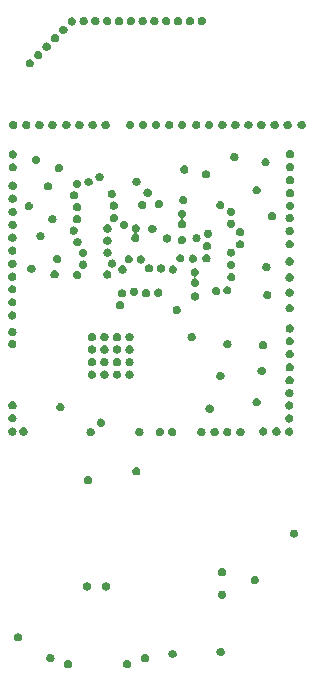
<source format=gbr>
G04 #@! TF.GenerationSoftware,KiCad,Pcbnew,(5.1.4)-1*
G04 #@! TF.CreationDate,2020-12-03T17:16:16+01:00*
G04 #@! TF.ProjectId,LoRa_Balloon,4c6f5261-5f42-4616-9c6c-6f6f6e2e6b69,2*
G04 #@! TF.SameCoordinates,Original*
G04 #@! TF.FileFunction,Soldermask,Bot*
G04 #@! TF.FilePolarity,Negative*
%FSLAX46Y46*%
G04 Gerber Fmt 4.6, Leading zero omitted, Abs format (unit mm)*
G04 Created by KiCad (PCBNEW (5.1.4)-1) date 2020-12-03 17:16:16*
%MOMM*%
%LPD*%
G04 APERTURE LIST*
%ADD10C,0.100000*%
G04 APERTURE END LIST*
D10*
G36*
X113293683Y-158074589D02*
G01*
X113293686Y-158074590D01*
X113293685Y-158074590D01*
X113357558Y-158101046D01*
X113415048Y-158139460D01*
X113463940Y-158188352D01*
X113502354Y-158245842D01*
X113523924Y-158297918D01*
X113528811Y-158309717D01*
X113542300Y-158377530D01*
X113542300Y-158446670D01*
X113528811Y-158514483D01*
X113528810Y-158514485D01*
X113502354Y-158578358D01*
X113463940Y-158635848D01*
X113415048Y-158684740D01*
X113357558Y-158723154D01*
X113305482Y-158744724D01*
X113293683Y-158749611D01*
X113225870Y-158763100D01*
X113156730Y-158763100D01*
X113088917Y-158749611D01*
X113077118Y-158744724D01*
X113025042Y-158723154D01*
X112967552Y-158684740D01*
X112918660Y-158635848D01*
X112880246Y-158578358D01*
X112853790Y-158514485D01*
X112853789Y-158514483D01*
X112840300Y-158446670D01*
X112840300Y-158377530D01*
X112853789Y-158309717D01*
X112858676Y-158297918D01*
X112880246Y-158245842D01*
X112918660Y-158188352D01*
X112967552Y-158139460D01*
X113025042Y-158101046D01*
X113088915Y-158074590D01*
X113088914Y-158074590D01*
X113088917Y-158074589D01*
X113156730Y-158061100D01*
X113225870Y-158061100D01*
X113293683Y-158074589D01*
X113293683Y-158074589D01*
G37*
G36*
X108293683Y-158074589D02*
G01*
X108293686Y-158074590D01*
X108293685Y-158074590D01*
X108357558Y-158101046D01*
X108415048Y-158139460D01*
X108463940Y-158188352D01*
X108502354Y-158245842D01*
X108523924Y-158297918D01*
X108528811Y-158309717D01*
X108542300Y-158377530D01*
X108542300Y-158446670D01*
X108528811Y-158514483D01*
X108528810Y-158514485D01*
X108502354Y-158578358D01*
X108463940Y-158635848D01*
X108415048Y-158684740D01*
X108357558Y-158723154D01*
X108305482Y-158744724D01*
X108293683Y-158749611D01*
X108225870Y-158763100D01*
X108156730Y-158763100D01*
X108088917Y-158749611D01*
X108077118Y-158744724D01*
X108025042Y-158723154D01*
X107967552Y-158684740D01*
X107918660Y-158635848D01*
X107880246Y-158578358D01*
X107853790Y-158514485D01*
X107853789Y-158514483D01*
X107840300Y-158446670D01*
X107840300Y-158377530D01*
X107853789Y-158309717D01*
X107858676Y-158297918D01*
X107880246Y-158245842D01*
X107918660Y-158188352D01*
X107967552Y-158139460D01*
X108025042Y-158101046D01*
X108088915Y-158074590D01*
X108088914Y-158074590D01*
X108088917Y-158074589D01*
X108156730Y-158061100D01*
X108225870Y-158061100D01*
X108293683Y-158074589D01*
X108293683Y-158074589D01*
G37*
G36*
X106793183Y-157579289D02*
G01*
X106793186Y-157579290D01*
X106793185Y-157579290D01*
X106857058Y-157605746D01*
X106914548Y-157644160D01*
X106963440Y-157693052D01*
X107001854Y-157750542D01*
X107012949Y-157777329D01*
X107028311Y-157814417D01*
X107041800Y-157882230D01*
X107041800Y-157951370D01*
X107028311Y-158019183D01*
X107028310Y-158019185D01*
X107001854Y-158083058D01*
X106963440Y-158140548D01*
X106914548Y-158189440D01*
X106857058Y-158227854D01*
X106813629Y-158245842D01*
X106793183Y-158254311D01*
X106725370Y-158267800D01*
X106656230Y-158267800D01*
X106588417Y-158254311D01*
X106567971Y-158245842D01*
X106524542Y-158227854D01*
X106467052Y-158189440D01*
X106418160Y-158140548D01*
X106379746Y-158083058D01*
X106353290Y-158019185D01*
X106353289Y-158019183D01*
X106339800Y-157951370D01*
X106339800Y-157882230D01*
X106353289Y-157814417D01*
X106368651Y-157777329D01*
X106379746Y-157750542D01*
X106418160Y-157693052D01*
X106467052Y-157644160D01*
X106524542Y-157605746D01*
X106588415Y-157579290D01*
X106588414Y-157579290D01*
X106588417Y-157579289D01*
X106656230Y-157565800D01*
X106725370Y-157565800D01*
X106793183Y-157579289D01*
X106793183Y-157579289D01*
G37*
G36*
X114794183Y-157579289D02*
G01*
X114794186Y-157579290D01*
X114794185Y-157579290D01*
X114858058Y-157605746D01*
X114915548Y-157644160D01*
X114964440Y-157693052D01*
X115002854Y-157750542D01*
X115013949Y-157777329D01*
X115029311Y-157814417D01*
X115042800Y-157882230D01*
X115042800Y-157951370D01*
X115029311Y-158019183D01*
X115029310Y-158019185D01*
X115002854Y-158083058D01*
X114964440Y-158140548D01*
X114915548Y-158189440D01*
X114858058Y-158227854D01*
X114814629Y-158245842D01*
X114794183Y-158254311D01*
X114726370Y-158267800D01*
X114657230Y-158267800D01*
X114589417Y-158254311D01*
X114568971Y-158245842D01*
X114525542Y-158227854D01*
X114468052Y-158189440D01*
X114419160Y-158140548D01*
X114380746Y-158083058D01*
X114354290Y-158019185D01*
X114354289Y-158019183D01*
X114340800Y-157951370D01*
X114340800Y-157882230D01*
X114354289Y-157814417D01*
X114369651Y-157777329D01*
X114380746Y-157750542D01*
X114419160Y-157693052D01*
X114468052Y-157644160D01*
X114525542Y-157605746D01*
X114589415Y-157579290D01*
X114589414Y-157579290D01*
X114589417Y-157579289D01*
X114657230Y-157565800D01*
X114726370Y-157565800D01*
X114794183Y-157579289D01*
X114794183Y-157579289D01*
G37*
G36*
X117136063Y-157216069D02*
G01*
X117136066Y-157216070D01*
X117136065Y-157216070D01*
X117199938Y-157242526D01*
X117257428Y-157280940D01*
X117306320Y-157329832D01*
X117344734Y-157387322D01*
X117356376Y-157415430D01*
X117371191Y-157451197D01*
X117384680Y-157519010D01*
X117384680Y-157588150D01*
X117371191Y-157655963D01*
X117371190Y-157655965D01*
X117344734Y-157719838D01*
X117306320Y-157777328D01*
X117257428Y-157826220D01*
X117199938Y-157864634D01*
X117147862Y-157886204D01*
X117136063Y-157891091D01*
X117068250Y-157904580D01*
X116999110Y-157904580D01*
X116931297Y-157891091D01*
X116919498Y-157886204D01*
X116867422Y-157864634D01*
X116809932Y-157826220D01*
X116761040Y-157777328D01*
X116722626Y-157719838D01*
X116696170Y-157655965D01*
X116696169Y-157655963D01*
X116682680Y-157588150D01*
X116682680Y-157519010D01*
X116696169Y-157451197D01*
X116710984Y-157415430D01*
X116722626Y-157387322D01*
X116761040Y-157329832D01*
X116809932Y-157280940D01*
X116867422Y-157242526D01*
X116931295Y-157216070D01*
X116931294Y-157216070D01*
X116931297Y-157216069D01*
X116999110Y-157202580D01*
X117068250Y-157202580D01*
X117136063Y-157216069D01*
X117136063Y-157216069D01*
G37*
G36*
X121202603Y-157043349D02*
G01*
X121202606Y-157043350D01*
X121202605Y-157043350D01*
X121266478Y-157069806D01*
X121323968Y-157108220D01*
X121372860Y-157157112D01*
X121411274Y-157214602D01*
X121422840Y-157242526D01*
X121437731Y-157278477D01*
X121451220Y-157346290D01*
X121451220Y-157415430D01*
X121437731Y-157483243D01*
X121437730Y-157483245D01*
X121411274Y-157547118D01*
X121372860Y-157604608D01*
X121323968Y-157653500D01*
X121266478Y-157691914D01*
X121214402Y-157713484D01*
X121202603Y-157718371D01*
X121134790Y-157731860D01*
X121065650Y-157731860D01*
X120997837Y-157718371D01*
X120986038Y-157713484D01*
X120933962Y-157691914D01*
X120876472Y-157653500D01*
X120827580Y-157604608D01*
X120789166Y-157547118D01*
X120762710Y-157483245D01*
X120762709Y-157483243D01*
X120749220Y-157415430D01*
X120749220Y-157346290D01*
X120762709Y-157278477D01*
X120777600Y-157242526D01*
X120789166Y-157214602D01*
X120827580Y-157157112D01*
X120876472Y-157108220D01*
X120933962Y-157069806D01*
X120997835Y-157043350D01*
X120997834Y-157043350D01*
X120997837Y-157043349D01*
X121065650Y-157029860D01*
X121134790Y-157029860D01*
X121202603Y-157043349D01*
X121202603Y-157043349D01*
G37*
G36*
X104049983Y-155819909D02*
G01*
X104049986Y-155819910D01*
X104049985Y-155819910D01*
X104113858Y-155846366D01*
X104171348Y-155884780D01*
X104220240Y-155933672D01*
X104258654Y-155991162D01*
X104280224Y-156043238D01*
X104285111Y-156055037D01*
X104298600Y-156122850D01*
X104298600Y-156191990D01*
X104285111Y-156259803D01*
X104285110Y-156259805D01*
X104258654Y-156323678D01*
X104220240Y-156381168D01*
X104171348Y-156430060D01*
X104113858Y-156468474D01*
X104061782Y-156490044D01*
X104049983Y-156494931D01*
X103982170Y-156508420D01*
X103913030Y-156508420D01*
X103845217Y-156494931D01*
X103833418Y-156490044D01*
X103781342Y-156468474D01*
X103723852Y-156430060D01*
X103674960Y-156381168D01*
X103636546Y-156323678D01*
X103610090Y-156259805D01*
X103610089Y-156259803D01*
X103596600Y-156191990D01*
X103596600Y-156122850D01*
X103610089Y-156055037D01*
X103614976Y-156043238D01*
X103636546Y-155991162D01*
X103674960Y-155933672D01*
X103723852Y-155884780D01*
X103781342Y-155846366D01*
X103845215Y-155819910D01*
X103845214Y-155819910D01*
X103845217Y-155819909D01*
X103913030Y-155806420D01*
X103982170Y-155806420D01*
X104049983Y-155819909D01*
X104049983Y-155819909D01*
G37*
G36*
X121332383Y-152212489D02*
G01*
X121332386Y-152212490D01*
X121332385Y-152212490D01*
X121396258Y-152238946D01*
X121453748Y-152277360D01*
X121502640Y-152326252D01*
X121541054Y-152383742D01*
X121562624Y-152435818D01*
X121567511Y-152447617D01*
X121581000Y-152515430D01*
X121581000Y-152584570D01*
X121567511Y-152652383D01*
X121567510Y-152652385D01*
X121541054Y-152716258D01*
X121502640Y-152773748D01*
X121453748Y-152822640D01*
X121396258Y-152861054D01*
X121344182Y-152882624D01*
X121332383Y-152887511D01*
X121264570Y-152901000D01*
X121195430Y-152901000D01*
X121127617Y-152887511D01*
X121115818Y-152882624D01*
X121063742Y-152861054D01*
X121006252Y-152822640D01*
X120957360Y-152773748D01*
X120918946Y-152716258D01*
X120892490Y-152652385D01*
X120892489Y-152652383D01*
X120879000Y-152584570D01*
X120879000Y-152515430D01*
X120892489Y-152447617D01*
X120897376Y-152435818D01*
X120918946Y-152383742D01*
X120957360Y-152326252D01*
X121006252Y-152277360D01*
X121063742Y-152238946D01*
X121127615Y-152212490D01*
X121127614Y-152212490D01*
X121127617Y-152212489D01*
X121195430Y-152199000D01*
X121264570Y-152199000D01*
X121332383Y-152212489D01*
X121332383Y-152212489D01*
G37*
G36*
X109891983Y-151508689D02*
G01*
X109891986Y-151508690D01*
X109891985Y-151508690D01*
X109955858Y-151535146D01*
X110013348Y-151573560D01*
X110062240Y-151622452D01*
X110100654Y-151679942D01*
X110122224Y-151732018D01*
X110127111Y-151743817D01*
X110140600Y-151811630D01*
X110140600Y-151880770D01*
X110127111Y-151948583D01*
X110127110Y-151948585D01*
X110100654Y-152012458D01*
X110062240Y-152069948D01*
X110013348Y-152118840D01*
X109955858Y-152157254D01*
X109903782Y-152178824D01*
X109891983Y-152183711D01*
X109824170Y-152197200D01*
X109755030Y-152197200D01*
X109687217Y-152183711D01*
X109675418Y-152178824D01*
X109623342Y-152157254D01*
X109565852Y-152118840D01*
X109516960Y-152069948D01*
X109478546Y-152012458D01*
X109452090Y-151948585D01*
X109452089Y-151948583D01*
X109438600Y-151880770D01*
X109438600Y-151811630D01*
X109452089Y-151743817D01*
X109456976Y-151732018D01*
X109478546Y-151679942D01*
X109516960Y-151622452D01*
X109565852Y-151573560D01*
X109623342Y-151535146D01*
X109687215Y-151508690D01*
X109687214Y-151508690D01*
X109687217Y-151508689D01*
X109755030Y-151495200D01*
X109824170Y-151495200D01*
X109891983Y-151508689D01*
X109891983Y-151508689D01*
G37*
G36*
X111492183Y-151508689D02*
G01*
X111492186Y-151508690D01*
X111492185Y-151508690D01*
X111556058Y-151535146D01*
X111613548Y-151573560D01*
X111662440Y-151622452D01*
X111700854Y-151679942D01*
X111722424Y-151732018D01*
X111727311Y-151743817D01*
X111740800Y-151811630D01*
X111740800Y-151880770D01*
X111727311Y-151948583D01*
X111727310Y-151948585D01*
X111700854Y-152012458D01*
X111662440Y-152069948D01*
X111613548Y-152118840D01*
X111556058Y-152157254D01*
X111503982Y-152178824D01*
X111492183Y-152183711D01*
X111424370Y-152197200D01*
X111355230Y-152197200D01*
X111287417Y-152183711D01*
X111275618Y-152178824D01*
X111223542Y-152157254D01*
X111166052Y-152118840D01*
X111117160Y-152069948D01*
X111078746Y-152012458D01*
X111052290Y-151948585D01*
X111052289Y-151948583D01*
X111038800Y-151880770D01*
X111038800Y-151811630D01*
X111052289Y-151743817D01*
X111057176Y-151732018D01*
X111078746Y-151679942D01*
X111117160Y-151622452D01*
X111166052Y-151573560D01*
X111223542Y-151535146D01*
X111287415Y-151508690D01*
X111287414Y-151508690D01*
X111287417Y-151508689D01*
X111355230Y-151495200D01*
X111424370Y-151495200D01*
X111492183Y-151508689D01*
X111492183Y-151508689D01*
G37*
G36*
X124102383Y-150972489D02*
G01*
X124102386Y-150972490D01*
X124102385Y-150972490D01*
X124166258Y-150998946D01*
X124223748Y-151037360D01*
X124272640Y-151086252D01*
X124311054Y-151143742D01*
X124332624Y-151195818D01*
X124337511Y-151207617D01*
X124351000Y-151275430D01*
X124351000Y-151344570D01*
X124337511Y-151412383D01*
X124337510Y-151412385D01*
X124311054Y-151476258D01*
X124272640Y-151533748D01*
X124223748Y-151582640D01*
X124166258Y-151621054D01*
X124114182Y-151642624D01*
X124102383Y-151647511D01*
X124034570Y-151661000D01*
X123965430Y-151661000D01*
X123897617Y-151647511D01*
X123885818Y-151642624D01*
X123833742Y-151621054D01*
X123776252Y-151582640D01*
X123727360Y-151533748D01*
X123688946Y-151476258D01*
X123662490Y-151412385D01*
X123662489Y-151412383D01*
X123649000Y-151344570D01*
X123649000Y-151275430D01*
X123662489Y-151207617D01*
X123667376Y-151195818D01*
X123688946Y-151143742D01*
X123727360Y-151086252D01*
X123776252Y-151037360D01*
X123833742Y-150998946D01*
X123897615Y-150972490D01*
X123897614Y-150972490D01*
X123897617Y-150972489D01*
X123965430Y-150959000D01*
X124034570Y-150959000D01*
X124102383Y-150972489D01*
X124102383Y-150972489D01*
G37*
G36*
X121332383Y-150282489D02*
G01*
X121332386Y-150282490D01*
X121332385Y-150282490D01*
X121396258Y-150308946D01*
X121453748Y-150347360D01*
X121502640Y-150396252D01*
X121541054Y-150453742D01*
X121562624Y-150505818D01*
X121567511Y-150517617D01*
X121581000Y-150585430D01*
X121581000Y-150654570D01*
X121567511Y-150722383D01*
X121567510Y-150722385D01*
X121541054Y-150786258D01*
X121502640Y-150843748D01*
X121453748Y-150892640D01*
X121396258Y-150931054D01*
X121344182Y-150952624D01*
X121332383Y-150957511D01*
X121264570Y-150971000D01*
X121195430Y-150971000D01*
X121127617Y-150957511D01*
X121115818Y-150952624D01*
X121063742Y-150931054D01*
X121006252Y-150892640D01*
X120957360Y-150843748D01*
X120918946Y-150786258D01*
X120892490Y-150722385D01*
X120892489Y-150722383D01*
X120879000Y-150654570D01*
X120879000Y-150585430D01*
X120892489Y-150517617D01*
X120897376Y-150505818D01*
X120918946Y-150453742D01*
X120957360Y-150396252D01*
X121006252Y-150347360D01*
X121063742Y-150308946D01*
X121127615Y-150282490D01*
X121127614Y-150282490D01*
X121127617Y-150282489D01*
X121195430Y-150269000D01*
X121264570Y-150269000D01*
X121332383Y-150282489D01*
X121332383Y-150282489D01*
G37*
G36*
X127412383Y-147032489D02*
G01*
X127412386Y-147032490D01*
X127412385Y-147032490D01*
X127476258Y-147058946D01*
X127533748Y-147097360D01*
X127582640Y-147146252D01*
X127621054Y-147203742D01*
X127642624Y-147255818D01*
X127647511Y-147267617D01*
X127661000Y-147335430D01*
X127661000Y-147404570D01*
X127647511Y-147472383D01*
X127647510Y-147472385D01*
X127621054Y-147536258D01*
X127582640Y-147593748D01*
X127533748Y-147642640D01*
X127476258Y-147681054D01*
X127424182Y-147702624D01*
X127412383Y-147707511D01*
X127344570Y-147721000D01*
X127275430Y-147721000D01*
X127207617Y-147707511D01*
X127195818Y-147702624D01*
X127143742Y-147681054D01*
X127086252Y-147642640D01*
X127037360Y-147593748D01*
X126998946Y-147536258D01*
X126972490Y-147472385D01*
X126972489Y-147472383D01*
X126959000Y-147404570D01*
X126959000Y-147335430D01*
X126972489Y-147267617D01*
X126977376Y-147255818D01*
X126998946Y-147203742D01*
X127037360Y-147146252D01*
X127086252Y-147097360D01*
X127143742Y-147058946D01*
X127207615Y-147032490D01*
X127207614Y-147032490D01*
X127207617Y-147032489D01*
X127275430Y-147019000D01*
X127344570Y-147019000D01*
X127412383Y-147032489D01*
X127412383Y-147032489D01*
G37*
G36*
X109968183Y-142504389D02*
G01*
X109968186Y-142504390D01*
X109968185Y-142504390D01*
X110032058Y-142530846D01*
X110089548Y-142569260D01*
X110138440Y-142618152D01*
X110176854Y-142675642D01*
X110198424Y-142727718D01*
X110203311Y-142739517D01*
X110216800Y-142807330D01*
X110216800Y-142876470D01*
X110203311Y-142944283D01*
X110203310Y-142944285D01*
X110176854Y-143008158D01*
X110138440Y-143065648D01*
X110089548Y-143114540D01*
X110032058Y-143152954D01*
X109979982Y-143174524D01*
X109968183Y-143179411D01*
X109900370Y-143192900D01*
X109831230Y-143192900D01*
X109763417Y-143179411D01*
X109751618Y-143174524D01*
X109699542Y-143152954D01*
X109642052Y-143114540D01*
X109593160Y-143065648D01*
X109554746Y-143008158D01*
X109528290Y-142944285D01*
X109528289Y-142944283D01*
X109514800Y-142876470D01*
X109514800Y-142807330D01*
X109528289Y-142739517D01*
X109533176Y-142727718D01*
X109554746Y-142675642D01*
X109593160Y-142618152D01*
X109642052Y-142569260D01*
X109699542Y-142530846D01*
X109763415Y-142504390D01*
X109763414Y-142504390D01*
X109763417Y-142504389D01*
X109831230Y-142490900D01*
X109900370Y-142490900D01*
X109968183Y-142504389D01*
X109968183Y-142504389D01*
G37*
G36*
X114070283Y-141767789D02*
G01*
X114070286Y-141767790D01*
X114070285Y-141767790D01*
X114134158Y-141794246D01*
X114191648Y-141832660D01*
X114240540Y-141881552D01*
X114278954Y-141939042D01*
X114300524Y-141991118D01*
X114305411Y-142002917D01*
X114318900Y-142070730D01*
X114318900Y-142139870D01*
X114305411Y-142207683D01*
X114305410Y-142207685D01*
X114278954Y-142271558D01*
X114240540Y-142329048D01*
X114191648Y-142377940D01*
X114134158Y-142416354D01*
X114082082Y-142437924D01*
X114070283Y-142442811D01*
X114002470Y-142456300D01*
X113933330Y-142456300D01*
X113865517Y-142442811D01*
X113853718Y-142437924D01*
X113801642Y-142416354D01*
X113744152Y-142377940D01*
X113695260Y-142329048D01*
X113656846Y-142271558D01*
X113630390Y-142207685D01*
X113630389Y-142207683D01*
X113616900Y-142139870D01*
X113616900Y-142070730D01*
X113630389Y-142002917D01*
X113635276Y-141991118D01*
X113656846Y-141939042D01*
X113695260Y-141881552D01*
X113744152Y-141832660D01*
X113801642Y-141794246D01*
X113865515Y-141767790D01*
X113865514Y-141767790D01*
X113865517Y-141767789D01*
X113933330Y-141754300D01*
X114002470Y-141754300D01*
X114070283Y-141767789D01*
X114070283Y-141767789D01*
G37*
G36*
X116059103Y-138442929D02*
G01*
X116059106Y-138442930D01*
X116059105Y-138442930D01*
X116122978Y-138469386D01*
X116180468Y-138507800D01*
X116229360Y-138556692D01*
X116267774Y-138614182D01*
X116280883Y-138645831D01*
X116294231Y-138678057D01*
X116307720Y-138745870D01*
X116307720Y-138815010D01*
X116294231Y-138882823D01*
X116294230Y-138882825D01*
X116267774Y-138946698D01*
X116229360Y-139004188D01*
X116180468Y-139053080D01*
X116122978Y-139091494D01*
X116089764Y-139105251D01*
X116059103Y-139117951D01*
X115991290Y-139131440D01*
X115922150Y-139131440D01*
X115854337Y-139117951D01*
X115823676Y-139105251D01*
X115790462Y-139091494D01*
X115732972Y-139053080D01*
X115684080Y-139004188D01*
X115645666Y-138946698D01*
X115619210Y-138882825D01*
X115619209Y-138882823D01*
X115605720Y-138815010D01*
X115605720Y-138745870D01*
X115619209Y-138678057D01*
X115632557Y-138645831D01*
X115645666Y-138614182D01*
X115684080Y-138556692D01*
X115732972Y-138507800D01*
X115790462Y-138469386D01*
X115854335Y-138442930D01*
X115854334Y-138442930D01*
X115854337Y-138442929D01*
X115922150Y-138429440D01*
X115991290Y-138429440D01*
X116059103Y-138442929D01*
X116059103Y-138442929D01*
G37*
G36*
X117105583Y-138440389D02*
G01*
X117117382Y-138445276D01*
X117169458Y-138466846D01*
X117226948Y-138505260D01*
X117275840Y-138554152D01*
X117314254Y-138611642D01*
X117328415Y-138645831D01*
X117340711Y-138675517D01*
X117354200Y-138743330D01*
X117354200Y-138812470D01*
X117340711Y-138880283D01*
X117340710Y-138880285D01*
X117314254Y-138944158D01*
X117275840Y-139001648D01*
X117226948Y-139050540D01*
X117169458Y-139088954D01*
X117117382Y-139110524D01*
X117105583Y-139115411D01*
X117037770Y-139128900D01*
X116968630Y-139128900D01*
X116900817Y-139115411D01*
X116889018Y-139110524D01*
X116836942Y-139088954D01*
X116779452Y-139050540D01*
X116730560Y-139001648D01*
X116692146Y-138944158D01*
X116665690Y-138880285D01*
X116665689Y-138880283D01*
X116652200Y-138812470D01*
X116652200Y-138743330D01*
X116665689Y-138675517D01*
X116677985Y-138645831D01*
X116692146Y-138611642D01*
X116730560Y-138554152D01*
X116779452Y-138505260D01*
X116836942Y-138466846D01*
X116889018Y-138445276D01*
X116900817Y-138440389D01*
X116968630Y-138426900D01*
X117037770Y-138426900D01*
X117105583Y-138440389D01*
X117105583Y-138440389D01*
G37*
G36*
X121774103Y-138432769D02*
G01*
X121774106Y-138432770D01*
X121774105Y-138432770D01*
X121837978Y-138459226D01*
X121895468Y-138497640D01*
X121944360Y-138546532D01*
X121982774Y-138604022D01*
X122004344Y-138656098D01*
X122009231Y-138667897D01*
X122022720Y-138735710D01*
X122022720Y-138804850D01*
X122009231Y-138872663D01*
X122009230Y-138872665D01*
X121982774Y-138936538D01*
X121944360Y-138994028D01*
X121895468Y-139042920D01*
X121837978Y-139081334D01*
X121786370Y-139102710D01*
X121774103Y-139107791D01*
X121706290Y-139121280D01*
X121637150Y-139121280D01*
X121569337Y-139107791D01*
X121557070Y-139102710D01*
X121505462Y-139081334D01*
X121447972Y-139042920D01*
X121399080Y-138994028D01*
X121360666Y-138936538D01*
X121334210Y-138872665D01*
X121334209Y-138872663D01*
X121320720Y-138804850D01*
X121320720Y-138735710D01*
X121334209Y-138667897D01*
X121339096Y-138656098D01*
X121360666Y-138604022D01*
X121399080Y-138546532D01*
X121447972Y-138497640D01*
X121505462Y-138459226D01*
X121569335Y-138432770D01*
X121569334Y-138432770D01*
X121569337Y-138432769D01*
X121637150Y-138419280D01*
X121706290Y-138419280D01*
X121774103Y-138432769D01*
X121774103Y-138432769D01*
G37*
G36*
X119584623Y-138432769D02*
G01*
X119584626Y-138432770D01*
X119584625Y-138432770D01*
X119648498Y-138459226D01*
X119705988Y-138497640D01*
X119754880Y-138546532D01*
X119793294Y-138604022D01*
X119814864Y-138656098D01*
X119819751Y-138667897D01*
X119833240Y-138735710D01*
X119833240Y-138804850D01*
X119819751Y-138872663D01*
X119819750Y-138872665D01*
X119793294Y-138936538D01*
X119754880Y-138994028D01*
X119705988Y-139042920D01*
X119648498Y-139081334D01*
X119596890Y-139102710D01*
X119584623Y-139107791D01*
X119516810Y-139121280D01*
X119447670Y-139121280D01*
X119379857Y-139107791D01*
X119367590Y-139102710D01*
X119315982Y-139081334D01*
X119258492Y-139042920D01*
X119209600Y-138994028D01*
X119171186Y-138936538D01*
X119144730Y-138872665D01*
X119144729Y-138872663D01*
X119131240Y-138804850D01*
X119131240Y-138735710D01*
X119144729Y-138667897D01*
X119149616Y-138656098D01*
X119171186Y-138604022D01*
X119209600Y-138546532D01*
X119258492Y-138497640D01*
X119315982Y-138459226D01*
X119379855Y-138432770D01*
X119379854Y-138432770D01*
X119379857Y-138432769D01*
X119447670Y-138419280D01*
X119516810Y-138419280D01*
X119584623Y-138432769D01*
X119584623Y-138432769D01*
G37*
G36*
X110191703Y-138430229D02*
G01*
X110203502Y-138435116D01*
X110255578Y-138456686D01*
X110313068Y-138495100D01*
X110361960Y-138543992D01*
X110400374Y-138601482D01*
X110413153Y-138632335D01*
X110426831Y-138665357D01*
X110440320Y-138733170D01*
X110440320Y-138802310D01*
X110426831Y-138870123D01*
X110426830Y-138870125D01*
X110400374Y-138933998D01*
X110361960Y-138991488D01*
X110313068Y-139040380D01*
X110255578Y-139078794D01*
X110224916Y-139091494D01*
X110191703Y-139105251D01*
X110123890Y-139118740D01*
X110054750Y-139118740D01*
X109986937Y-139105251D01*
X109953724Y-139091494D01*
X109923062Y-139078794D01*
X109865572Y-139040380D01*
X109816680Y-138991488D01*
X109778266Y-138933998D01*
X109751810Y-138870125D01*
X109751809Y-138870123D01*
X109738320Y-138802310D01*
X109738320Y-138733170D01*
X109751809Y-138665357D01*
X109765487Y-138632335D01*
X109778266Y-138601482D01*
X109816680Y-138543992D01*
X109865572Y-138495100D01*
X109923062Y-138456686D01*
X109975138Y-138435116D01*
X109986937Y-138430229D01*
X110054750Y-138416740D01*
X110123890Y-138416740D01*
X110191703Y-138430229D01*
X110191703Y-138430229D01*
G37*
G36*
X114329363Y-138430229D02*
G01*
X114341162Y-138435116D01*
X114393238Y-138456686D01*
X114450728Y-138495100D01*
X114499620Y-138543992D01*
X114538034Y-138601482D01*
X114550813Y-138632335D01*
X114564491Y-138665357D01*
X114577980Y-138733170D01*
X114577980Y-138802310D01*
X114564491Y-138870123D01*
X114564490Y-138870125D01*
X114538034Y-138933998D01*
X114499620Y-138991488D01*
X114450728Y-139040380D01*
X114393238Y-139078794D01*
X114362576Y-139091494D01*
X114329363Y-139105251D01*
X114261550Y-139118740D01*
X114192410Y-139118740D01*
X114124597Y-139105251D01*
X114091384Y-139091494D01*
X114060722Y-139078794D01*
X114003232Y-139040380D01*
X113954340Y-138991488D01*
X113915926Y-138933998D01*
X113889470Y-138870125D01*
X113889469Y-138870123D01*
X113875980Y-138802310D01*
X113875980Y-138733170D01*
X113889469Y-138665357D01*
X113903147Y-138632335D01*
X113915926Y-138601482D01*
X113954340Y-138543992D01*
X114003232Y-138495100D01*
X114060722Y-138456686D01*
X114112798Y-138435116D01*
X114124597Y-138430229D01*
X114192410Y-138416740D01*
X114261550Y-138416740D01*
X114329363Y-138430229D01*
X114329363Y-138430229D01*
G37*
G36*
X120699683Y-138427689D02*
G01*
X120711482Y-138432576D01*
X120763558Y-138454146D01*
X120821048Y-138492560D01*
X120869940Y-138541452D01*
X120908354Y-138598942D01*
X120919029Y-138624715D01*
X120934811Y-138662817D01*
X120948300Y-138730630D01*
X120948300Y-138799770D01*
X120934811Y-138867583D01*
X120934810Y-138867585D01*
X120908354Y-138931458D01*
X120869940Y-138988948D01*
X120821048Y-139037840D01*
X120763558Y-139076254D01*
X120711482Y-139097824D01*
X120699683Y-139102711D01*
X120631870Y-139116200D01*
X120562730Y-139116200D01*
X120494917Y-139102711D01*
X120483118Y-139097824D01*
X120431042Y-139076254D01*
X120373552Y-139037840D01*
X120324660Y-138988948D01*
X120286246Y-138931458D01*
X120259790Y-138867585D01*
X120259789Y-138867583D01*
X120246300Y-138799770D01*
X120246300Y-138730630D01*
X120259789Y-138662817D01*
X120275571Y-138624715D01*
X120286246Y-138598942D01*
X120324660Y-138541452D01*
X120373552Y-138492560D01*
X120431042Y-138454146D01*
X120483118Y-138432576D01*
X120494917Y-138427689D01*
X120562730Y-138414200D01*
X120631870Y-138414200D01*
X120699683Y-138427689D01*
X120699683Y-138427689D01*
G37*
G36*
X122889163Y-138427689D02*
G01*
X122900962Y-138432576D01*
X122953038Y-138454146D01*
X123010528Y-138492560D01*
X123059420Y-138541452D01*
X123097834Y-138598942D01*
X123108509Y-138624715D01*
X123124291Y-138662817D01*
X123137780Y-138730630D01*
X123137780Y-138799770D01*
X123124291Y-138867583D01*
X123124290Y-138867585D01*
X123097834Y-138931458D01*
X123059420Y-138988948D01*
X123010528Y-139037840D01*
X122953038Y-139076254D01*
X122900962Y-139097824D01*
X122889163Y-139102711D01*
X122821350Y-139116200D01*
X122752210Y-139116200D01*
X122684397Y-139102711D01*
X122672598Y-139097824D01*
X122620522Y-139076254D01*
X122563032Y-139037840D01*
X122514140Y-138988948D01*
X122475726Y-138931458D01*
X122449270Y-138867585D01*
X122449269Y-138867583D01*
X122435780Y-138799770D01*
X122435780Y-138730630D01*
X122449269Y-138662817D01*
X122465051Y-138624715D01*
X122475726Y-138598942D01*
X122514140Y-138541452D01*
X122563032Y-138492560D01*
X122620522Y-138454146D01*
X122672598Y-138432576D01*
X122684397Y-138427689D01*
X122752210Y-138414200D01*
X122821350Y-138414200D01*
X122889163Y-138427689D01*
X122889163Y-138427689D01*
G37*
G36*
X127019203Y-138399749D02*
G01*
X127019206Y-138399750D01*
X127019205Y-138399750D01*
X127083078Y-138426206D01*
X127140568Y-138464620D01*
X127189460Y-138513512D01*
X127227874Y-138571002D01*
X127241551Y-138604022D01*
X127254331Y-138634877D01*
X127267820Y-138702690D01*
X127267820Y-138771830D01*
X127254331Y-138839643D01*
X127254330Y-138839645D01*
X127227874Y-138903518D01*
X127189460Y-138961008D01*
X127140568Y-139009900D01*
X127083078Y-139048314D01*
X127043734Y-139064610D01*
X127019203Y-139074771D01*
X126951390Y-139088260D01*
X126882250Y-139088260D01*
X126814437Y-139074771D01*
X126789906Y-139064610D01*
X126750562Y-139048314D01*
X126693072Y-139009900D01*
X126644180Y-138961008D01*
X126605766Y-138903518D01*
X126579310Y-138839645D01*
X126579309Y-138839643D01*
X126565820Y-138771830D01*
X126565820Y-138702690D01*
X126579309Y-138634877D01*
X126592089Y-138604022D01*
X126605766Y-138571002D01*
X126644180Y-138513512D01*
X126693072Y-138464620D01*
X126750562Y-138426206D01*
X126814435Y-138399750D01*
X126814434Y-138399750D01*
X126814437Y-138399749D01*
X126882250Y-138386260D01*
X126951390Y-138386260D01*
X127019203Y-138399749D01*
X127019203Y-138399749D01*
G37*
G36*
X103580083Y-138397209D02*
G01*
X103591882Y-138402096D01*
X103643958Y-138423666D01*
X103701448Y-138462080D01*
X103750340Y-138510972D01*
X103788754Y-138568462D01*
X103815211Y-138632335D01*
X103817895Y-138645831D01*
X103825008Y-138669280D01*
X103836559Y-138690891D01*
X103852104Y-138709833D01*
X103871046Y-138725378D01*
X103882154Y-138731315D01*
X103872562Y-138736442D01*
X103853620Y-138751987D01*
X103838075Y-138770929D01*
X103826524Y-138792540D01*
X103819411Y-138815987D01*
X103815211Y-138837103D01*
X103815210Y-138837105D01*
X103788754Y-138900978D01*
X103750340Y-138958468D01*
X103701448Y-139007360D01*
X103643958Y-139045774D01*
X103591882Y-139067344D01*
X103580083Y-139072231D01*
X103512270Y-139085720D01*
X103443130Y-139085720D01*
X103375317Y-139072231D01*
X103363518Y-139067344D01*
X103311442Y-139045774D01*
X103253952Y-139007360D01*
X103205060Y-138958468D01*
X103166646Y-138900978D01*
X103140190Y-138837105D01*
X103140189Y-138837103D01*
X103126700Y-138769290D01*
X103126700Y-138700150D01*
X103140189Y-138632337D01*
X103151917Y-138604022D01*
X103166646Y-138568462D01*
X103205060Y-138510972D01*
X103253952Y-138462080D01*
X103311442Y-138423666D01*
X103363518Y-138402096D01*
X103375317Y-138397209D01*
X103443130Y-138383720D01*
X103512270Y-138383720D01*
X103580083Y-138397209D01*
X103580083Y-138397209D01*
G37*
G36*
X124814483Y-138389589D02*
G01*
X124814486Y-138389590D01*
X124814485Y-138389590D01*
X124878358Y-138416046D01*
X124935848Y-138454460D01*
X124984740Y-138503352D01*
X125023154Y-138560842D01*
X125038935Y-138598942D01*
X125049611Y-138624717D01*
X125063100Y-138692530D01*
X125063100Y-138761670D01*
X125049611Y-138829483D01*
X125049610Y-138829485D01*
X125023154Y-138893358D01*
X124984740Y-138950848D01*
X124935848Y-138999740D01*
X124878358Y-139038154D01*
X124826750Y-139059530D01*
X124814483Y-139064611D01*
X124746670Y-139078100D01*
X124677530Y-139078100D01*
X124609717Y-139064611D01*
X124597450Y-139059530D01*
X124545842Y-139038154D01*
X124488352Y-138999740D01*
X124439460Y-138950848D01*
X124401046Y-138893358D01*
X124374590Y-138829485D01*
X124374589Y-138829483D01*
X124361100Y-138761670D01*
X124361100Y-138692530D01*
X124374589Y-138624717D01*
X124385265Y-138598942D01*
X124401046Y-138560842D01*
X124439460Y-138503352D01*
X124488352Y-138454460D01*
X124545842Y-138416046D01*
X124609715Y-138389590D01*
X124609714Y-138389590D01*
X124609717Y-138389589D01*
X124677530Y-138376100D01*
X124746670Y-138376100D01*
X124814483Y-138389589D01*
X124814483Y-138389589D01*
G37*
G36*
X104507183Y-138389589D02*
G01*
X104507186Y-138389590D01*
X104507185Y-138389590D01*
X104571058Y-138416046D01*
X104628548Y-138454460D01*
X104677440Y-138503352D01*
X104715854Y-138560842D01*
X104731635Y-138598942D01*
X104742311Y-138624717D01*
X104755800Y-138692530D01*
X104755800Y-138761670D01*
X104742311Y-138829483D01*
X104742310Y-138829485D01*
X104715854Y-138893358D01*
X104677440Y-138950848D01*
X104628548Y-138999740D01*
X104571058Y-139038154D01*
X104519450Y-139059530D01*
X104507183Y-139064611D01*
X104439370Y-139078100D01*
X104370230Y-139078100D01*
X104302417Y-139064611D01*
X104290150Y-139059530D01*
X104238542Y-139038154D01*
X104181052Y-138999740D01*
X104132160Y-138950848D01*
X104093746Y-138893358D01*
X104067289Y-138829485D01*
X104064605Y-138815989D01*
X104057492Y-138792540D01*
X104045941Y-138770929D01*
X104030396Y-138751987D01*
X104011454Y-138736442D01*
X104000346Y-138730505D01*
X104009938Y-138725378D01*
X104028880Y-138709833D01*
X104044425Y-138690891D01*
X104055976Y-138669280D01*
X104063089Y-138645832D01*
X104065268Y-138634877D01*
X104067289Y-138624717D01*
X104077965Y-138598942D01*
X104093746Y-138560842D01*
X104132160Y-138503352D01*
X104181052Y-138454460D01*
X104238542Y-138416046D01*
X104302415Y-138389590D01*
X104302414Y-138389590D01*
X104302417Y-138389589D01*
X104370230Y-138376100D01*
X104439370Y-138376100D01*
X104507183Y-138389589D01*
X104507183Y-138389589D01*
G37*
G36*
X125929543Y-138384509D02*
G01*
X125929546Y-138384510D01*
X125929545Y-138384510D01*
X125993418Y-138410966D01*
X126050908Y-138449380D01*
X126099800Y-138498272D01*
X126138214Y-138555762D01*
X126143474Y-138568462D01*
X126164671Y-138619637D01*
X126178160Y-138687450D01*
X126178160Y-138756590D01*
X126164671Y-138824403D01*
X126164670Y-138824405D01*
X126138214Y-138888278D01*
X126099800Y-138945768D01*
X126050908Y-138994660D01*
X125993418Y-139033074D01*
X125945120Y-139053079D01*
X125929543Y-139059531D01*
X125861730Y-139073020D01*
X125792590Y-139073020D01*
X125724777Y-139059531D01*
X125709200Y-139053079D01*
X125660902Y-139033074D01*
X125603412Y-138994660D01*
X125554520Y-138945768D01*
X125516106Y-138888278D01*
X125489650Y-138824405D01*
X125489649Y-138824403D01*
X125476160Y-138756590D01*
X125476160Y-138687450D01*
X125489649Y-138619637D01*
X125510846Y-138568462D01*
X125516106Y-138555762D01*
X125554520Y-138498272D01*
X125603412Y-138449380D01*
X125660902Y-138410966D01*
X125724775Y-138384510D01*
X125724774Y-138384510D01*
X125724777Y-138384509D01*
X125792590Y-138371020D01*
X125861730Y-138371020D01*
X125929543Y-138384509D01*
X125929543Y-138384509D01*
G37*
G36*
X111060383Y-137640289D02*
G01*
X111060386Y-137640290D01*
X111060385Y-137640290D01*
X111124258Y-137666746D01*
X111181748Y-137705160D01*
X111230640Y-137754052D01*
X111269054Y-137811542D01*
X111279097Y-137835789D01*
X111295511Y-137875417D01*
X111309000Y-137943230D01*
X111309000Y-138012370D01*
X111295511Y-138080183D01*
X111295510Y-138080185D01*
X111269054Y-138144058D01*
X111230640Y-138201548D01*
X111181748Y-138250440D01*
X111124258Y-138288854D01*
X111072182Y-138310424D01*
X111060383Y-138315311D01*
X110992570Y-138328800D01*
X110923430Y-138328800D01*
X110855617Y-138315311D01*
X110843818Y-138310424D01*
X110791742Y-138288854D01*
X110734252Y-138250440D01*
X110685360Y-138201548D01*
X110646946Y-138144058D01*
X110620490Y-138080185D01*
X110620489Y-138080183D01*
X110607000Y-138012370D01*
X110607000Y-137943230D01*
X110620489Y-137875417D01*
X110636903Y-137835789D01*
X110646946Y-137811542D01*
X110685360Y-137754052D01*
X110734252Y-137705160D01*
X110791742Y-137666746D01*
X110855615Y-137640290D01*
X110855614Y-137640290D01*
X110855617Y-137640289D01*
X110923430Y-137626800D01*
X110992570Y-137626800D01*
X111060383Y-137640289D01*
X111060383Y-137640289D01*
G37*
G36*
X127014123Y-137284689D02*
G01*
X127014126Y-137284690D01*
X127014125Y-137284690D01*
X127077998Y-137311146D01*
X127135488Y-137349560D01*
X127184380Y-137398452D01*
X127222794Y-137455942D01*
X127244364Y-137508018D01*
X127249251Y-137519817D01*
X127262740Y-137587630D01*
X127262740Y-137656770D01*
X127249251Y-137724583D01*
X127249250Y-137724585D01*
X127222794Y-137788458D01*
X127184380Y-137845948D01*
X127135488Y-137894840D01*
X127077998Y-137933254D01*
X127038654Y-137949550D01*
X127014123Y-137959711D01*
X126946310Y-137973200D01*
X126877170Y-137973200D01*
X126809357Y-137959711D01*
X126784826Y-137949550D01*
X126745482Y-137933254D01*
X126687992Y-137894840D01*
X126639100Y-137845948D01*
X126600686Y-137788458D01*
X126574230Y-137724585D01*
X126574229Y-137724583D01*
X126560740Y-137656770D01*
X126560740Y-137587630D01*
X126574229Y-137519817D01*
X126579116Y-137508018D01*
X126600686Y-137455942D01*
X126639100Y-137398452D01*
X126687992Y-137349560D01*
X126745482Y-137311146D01*
X126809355Y-137284690D01*
X126809354Y-137284690D01*
X126809357Y-137284689D01*
X126877170Y-137271200D01*
X126946310Y-137271200D01*
X127014123Y-137284689D01*
X127014123Y-137284689D01*
G37*
G36*
X103575003Y-137274529D02*
G01*
X103575006Y-137274530D01*
X103575005Y-137274530D01*
X103638878Y-137300986D01*
X103696368Y-137339400D01*
X103745260Y-137388292D01*
X103783674Y-137445782D01*
X103787882Y-137455942D01*
X103810131Y-137509657D01*
X103823620Y-137577470D01*
X103823620Y-137646610D01*
X103810131Y-137714423D01*
X103810130Y-137714425D01*
X103783674Y-137778298D01*
X103745260Y-137835788D01*
X103696368Y-137884680D01*
X103638878Y-137923094D01*
X103590263Y-137943230D01*
X103575003Y-137949551D01*
X103507190Y-137963040D01*
X103438050Y-137963040D01*
X103370237Y-137949551D01*
X103354977Y-137943230D01*
X103306362Y-137923094D01*
X103248872Y-137884680D01*
X103199980Y-137835788D01*
X103161566Y-137778298D01*
X103135110Y-137714425D01*
X103135109Y-137714423D01*
X103121620Y-137646610D01*
X103121620Y-137577470D01*
X103135109Y-137509657D01*
X103157358Y-137455942D01*
X103161566Y-137445782D01*
X103199980Y-137388292D01*
X103248872Y-137339400D01*
X103306362Y-137300986D01*
X103370235Y-137274530D01*
X103370234Y-137274530D01*
X103370237Y-137274529D01*
X103438050Y-137261040D01*
X103507190Y-137261040D01*
X103575003Y-137274529D01*
X103575003Y-137274529D01*
G37*
G36*
X120270423Y-136454109D02*
G01*
X120270426Y-136454110D01*
X120270425Y-136454110D01*
X120334298Y-136480566D01*
X120391788Y-136518980D01*
X120440680Y-136567872D01*
X120479094Y-136625362D01*
X120500664Y-136677438D01*
X120505551Y-136689237D01*
X120519040Y-136757050D01*
X120519040Y-136826190D01*
X120505551Y-136894003D01*
X120505550Y-136894005D01*
X120479094Y-136957878D01*
X120440680Y-137015368D01*
X120391788Y-137064260D01*
X120334298Y-137102674D01*
X120282222Y-137124244D01*
X120270423Y-137129131D01*
X120202610Y-137142620D01*
X120133470Y-137142620D01*
X120065657Y-137129131D01*
X120053858Y-137124244D01*
X120001782Y-137102674D01*
X119944292Y-137064260D01*
X119895400Y-137015368D01*
X119856986Y-136957878D01*
X119830530Y-136894005D01*
X119830529Y-136894003D01*
X119817040Y-136826190D01*
X119817040Y-136757050D01*
X119830529Y-136689237D01*
X119835416Y-136677438D01*
X119856986Y-136625362D01*
X119895400Y-136567872D01*
X119944292Y-136518980D01*
X120001782Y-136480566D01*
X120065655Y-136454110D01*
X120065654Y-136454110D01*
X120065657Y-136454109D01*
X120133470Y-136440620D01*
X120202610Y-136440620D01*
X120270423Y-136454109D01*
X120270423Y-136454109D01*
G37*
G36*
X107644083Y-136332189D02*
G01*
X107644086Y-136332190D01*
X107644085Y-136332190D01*
X107707958Y-136358646D01*
X107765448Y-136397060D01*
X107814340Y-136445952D01*
X107852754Y-136503442D01*
X107859902Y-136520700D01*
X107879211Y-136567317D01*
X107892700Y-136635130D01*
X107892700Y-136704270D01*
X107879211Y-136772083D01*
X107879210Y-136772085D01*
X107852754Y-136835958D01*
X107814340Y-136893448D01*
X107765448Y-136942340D01*
X107707958Y-136980754D01*
X107655882Y-137002324D01*
X107644083Y-137007211D01*
X107576270Y-137020700D01*
X107507130Y-137020700D01*
X107439317Y-137007211D01*
X107427518Y-137002324D01*
X107375442Y-136980754D01*
X107317952Y-136942340D01*
X107269060Y-136893448D01*
X107230646Y-136835958D01*
X107204190Y-136772085D01*
X107204189Y-136772083D01*
X107190700Y-136704270D01*
X107190700Y-136635130D01*
X107204189Y-136567317D01*
X107223498Y-136520700D01*
X107230646Y-136503442D01*
X107269060Y-136445952D01*
X107317952Y-136397060D01*
X107375442Y-136358646D01*
X107439315Y-136332190D01*
X107439314Y-136332190D01*
X107439317Y-136332189D01*
X107507130Y-136318700D01*
X107576270Y-136318700D01*
X107644083Y-136332189D01*
X107644083Y-136332189D01*
G37*
G36*
X127019203Y-136187409D02*
G01*
X127019206Y-136187410D01*
X127019205Y-136187410D01*
X127083078Y-136213866D01*
X127140568Y-136252280D01*
X127189460Y-136301172D01*
X127227874Y-136358662D01*
X127243778Y-136397060D01*
X127254331Y-136422537D01*
X127267820Y-136490350D01*
X127267820Y-136559490D01*
X127254331Y-136627303D01*
X127254330Y-136627305D01*
X127227874Y-136691178D01*
X127189460Y-136748668D01*
X127140568Y-136797560D01*
X127083078Y-136835974D01*
X127043734Y-136852270D01*
X127019203Y-136862431D01*
X126951390Y-136875920D01*
X126882250Y-136875920D01*
X126814437Y-136862431D01*
X126789906Y-136852270D01*
X126750562Y-136835974D01*
X126693072Y-136797560D01*
X126644180Y-136748668D01*
X126605766Y-136691178D01*
X126579310Y-136627305D01*
X126579309Y-136627303D01*
X126565820Y-136559490D01*
X126565820Y-136490350D01*
X126579309Y-136422537D01*
X126589862Y-136397060D01*
X126605766Y-136358662D01*
X126644180Y-136301172D01*
X126693072Y-136252280D01*
X126750562Y-136213866D01*
X126814435Y-136187410D01*
X126814434Y-136187410D01*
X126814437Y-136187409D01*
X126882250Y-136173920D01*
X126951390Y-136173920D01*
X127019203Y-136187409D01*
X127019203Y-136187409D01*
G37*
G36*
X103580083Y-136177249D02*
G01*
X103580086Y-136177250D01*
X103580085Y-136177250D01*
X103643958Y-136203706D01*
X103701448Y-136242120D01*
X103750340Y-136291012D01*
X103788754Y-136348502D01*
X103792962Y-136358662D01*
X103815211Y-136412377D01*
X103828700Y-136480190D01*
X103828700Y-136549330D01*
X103815211Y-136617143D01*
X103815210Y-136617145D01*
X103788754Y-136681018D01*
X103750340Y-136738508D01*
X103701448Y-136787400D01*
X103643958Y-136825814D01*
X103591882Y-136847384D01*
X103580083Y-136852271D01*
X103512270Y-136865760D01*
X103443130Y-136865760D01*
X103375317Y-136852271D01*
X103363518Y-136847384D01*
X103311442Y-136825814D01*
X103253952Y-136787400D01*
X103205060Y-136738508D01*
X103166646Y-136681018D01*
X103140190Y-136617145D01*
X103140189Y-136617143D01*
X103126700Y-136549330D01*
X103126700Y-136480190D01*
X103140189Y-136412377D01*
X103162438Y-136358662D01*
X103166646Y-136348502D01*
X103205060Y-136291012D01*
X103253952Y-136242120D01*
X103311442Y-136203706D01*
X103375315Y-136177250D01*
X103375314Y-136177250D01*
X103375317Y-136177249D01*
X103443130Y-136163760D01*
X103512270Y-136163760D01*
X103580083Y-136177249D01*
X103580083Y-136177249D01*
G37*
G36*
X124248063Y-135910549D02*
G01*
X124248066Y-135910550D01*
X124248065Y-135910550D01*
X124311938Y-135937006D01*
X124369428Y-135975420D01*
X124418320Y-136024312D01*
X124456734Y-136081802D01*
X124478304Y-136133878D01*
X124483191Y-136145677D01*
X124496680Y-136213490D01*
X124496680Y-136282630D01*
X124483191Y-136350443D01*
X124483190Y-136350445D01*
X124456734Y-136414318D01*
X124418320Y-136471808D01*
X124369428Y-136520700D01*
X124311938Y-136559114D01*
X124259862Y-136580684D01*
X124248063Y-136585571D01*
X124180250Y-136599060D01*
X124111110Y-136599060D01*
X124043297Y-136585571D01*
X124031498Y-136580684D01*
X123979422Y-136559114D01*
X123921932Y-136520700D01*
X123873040Y-136471808D01*
X123834626Y-136414318D01*
X123808170Y-136350445D01*
X123808169Y-136350443D01*
X123794680Y-136282630D01*
X123794680Y-136213490D01*
X123808169Y-136145677D01*
X123813056Y-136133878D01*
X123834626Y-136081802D01*
X123873040Y-136024312D01*
X123921932Y-135975420D01*
X123979422Y-135937006D01*
X124043295Y-135910550D01*
X124043294Y-135910550D01*
X124043297Y-135910549D01*
X124111110Y-135897060D01*
X124180250Y-135897060D01*
X124248063Y-135910549D01*
X124248063Y-135910549D01*
G37*
G36*
X127036983Y-135146009D02*
G01*
X127036986Y-135146010D01*
X127036985Y-135146010D01*
X127100858Y-135172466D01*
X127158348Y-135210880D01*
X127207240Y-135259772D01*
X127245654Y-135317262D01*
X127267224Y-135369338D01*
X127272111Y-135381137D01*
X127285600Y-135448950D01*
X127285600Y-135518090D01*
X127272111Y-135585903D01*
X127272110Y-135585905D01*
X127245654Y-135649778D01*
X127207240Y-135707268D01*
X127158348Y-135756160D01*
X127100858Y-135794574D01*
X127048782Y-135816144D01*
X127036983Y-135821031D01*
X126969170Y-135834520D01*
X126900030Y-135834520D01*
X126832217Y-135821031D01*
X126820418Y-135816144D01*
X126768342Y-135794574D01*
X126710852Y-135756160D01*
X126661960Y-135707268D01*
X126623546Y-135649778D01*
X126597090Y-135585905D01*
X126597089Y-135585903D01*
X126583600Y-135518090D01*
X126583600Y-135448950D01*
X126597089Y-135381137D01*
X126601976Y-135369338D01*
X126623546Y-135317262D01*
X126661960Y-135259772D01*
X126710852Y-135210880D01*
X126768342Y-135172466D01*
X126832215Y-135146010D01*
X126832214Y-135146010D01*
X126832217Y-135146009D01*
X126900030Y-135132520D01*
X126969170Y-135132520D01*
X127036983Y-135146009D01*
X127036983Y-135146009D01*
G37*
G36*
X127049683Y-134058889D02*
G01*
X127049686Y-134058890D01*
X127049685Y-134058890D01*
X127113558Y-134085346D01*
X127171048Y-134123760D01*
X127219940Y-134172652D01*
X127258354Y-134230142D01*
X127264500Y-134244981D01*
X127284811Y-134294017D01*
X127298300Y-134361830D01*
X127298300Y-134430970D01*
X127284811Y-134498783D01*
X127284810Y-134498785D01*
X127258354Y-134562658D01*
X127219940Y-134620148D01*
X127171048Y-134669040D01*
X127113558Y-134707454D01*
X127061482Y-134729024D01*
X127049683Y-134733911D01*
X126981870Y-134747400D01*
X126912730Y-134747400D01*
X126844917Y-134733911D01*
X126833118Y-134729024D01*
X126781042Y-134707454D01*
X126723552Y-134669040D01*
X126674660Y-134620148D01*
X126636246Y-134562658D01*
X126609790Y-134498785D01*
X126609789Y-134498783D01*
X126596300Y-134430970D01*
X126596300Y-134361830D01*
X126609789Y-134294017D01*
X126630100Y-134244981D01*
X126636246Y-134230142D01*
X126674660Y-134172652D01*
X126723552Y-134123760D01*
X126781042Y-134085346D01*
X126844915Y-134058890D01*
X126844914Y-134058890D01*
X126844917Y-134058889D01*
X126912730Y-134045400D01*
X126981870Y-134045400D01*
X127049683Y-134058889D01*
X127049683Y-134058889D01*
G37*
G36*
X121187363Y-133677889D02*
G01*
X121187366Y-133677890D01*
X121187365Y-133677890D01*
X121251238Y-133704346D01*
X121308728Y-133742760D01*
X121357620Y-133791652D01*
X121396034Y-133849142D01*
X121405874Y-133872900D01*
X121422491Y-133913017D01*
X121435980Y-133980830D01*
X121435980Y-134049970D01*
X121422491Y-134117783D01*
X121422490Y-134117785D01*
X121396034Y-134181658D01*
X121357620Y-134239148D01*
X121308728Y-134288040D01*
X121251238Y-134326454D01*
X121199162Y-134348024D01*
X121187363Y-134352911D01*
X121119550Y-134366400D01*
X121050410Y-134366400D01*
X120982597Y-134352911D01*
X120970798Y-134348024D01*
X120918722Y-134326454D01*
X120861232Y-134288040D01*
X120812340Y-134239148D01*
X120773926Y-134181658D01*
X120747470Y-134117785D01*
X120747469Y-134117783D01*
X120733980Y-134049970D01*
X120733980Y-133980830D01*
X120747469Y-133913017D01*
X120764086Y-133872900D01*
X120773926Y-133849142D01*
X120812340Y-133791652D01*
X120861232Y-133742760D01*
X120918722Y-133704346D01*
X120982595Y-133677890D01*
X120982594Y-133677890D01*
X120982597Y-133677889D01*
X121050410Y-133664400D01*
X121119550Y-133664400D01*
X121187363Y-133677889D01*
X121187363Y-133677889D01*
G37*
G36*
X111366853Y-133569959D02*
G01*
X111371201Y-133571760D01*
X111430728Y-133596416D01*
X111488218Y-133634830D01*
X111537110Y-133683722D01*
X111575524Y-133741212D01*
X111580157Y-133752398D01*
X111601981Y-133805087D01*
X111615470Y-133872900D01*
X111615470Y-133942040D01*
X111601981Y-134009853D01*
X111601980Y-134009855D01*
X111575524Y-134073728D01*
X111537110Y-134131218D01*
X111488218Y-134180110D01*
X111430728Y-134218524D01*
X111380935Y-134239148D01*
X111366853Y-134244981D01*
X111299040Y-134258470D01*
X111229900Y-134258470D01*
X111162087Y-134244981D01*
X111148005Y-134239148D01*
X111098212Y-134218524D01*
X111040722Y-134180110D01*
X110991830Y-134131218D01*
X110953416Y-134073728D01*
X110926960Y-134009855D01*
X110926959Y-134009853D01*
X110913470Y-133942040D01*
X110913470Y-133872900D01*
X110926959Y-133805087D01*
X110948783Y-133752398D01*
X110953416Y-133741212D01*
X110991830Y-133683722D01*
X111040722Y-133634830D01*
X111098212Y-133596416D01*
X111157739Y-133571760D01*
X111162087Y-133569959D01*
X111229900Y-133556470D01*
X111299040Y-133556470D01*
X111366853Y-133569959D01*
X111366853Y-133569959D01*
G37*
G36*
X113491853Y-133569959D02*
G01*
X113496201Y-133571760D01*
X113555728Y-133596416D01*
X113613218Y-133634830D01*
X113662110Y-133683722D01*
X113700524Y-133741212D01*
X113705157Y-133752398D01*
X113726981Y-133805087D01*
X113740470Y-133872900D01*
X113740470Y-133942040D01*
X113726981Y-134009853D01*
X113726980Y-134009855D01*
X113700524Y-134073728D01*
X113662110Y-134131218D01*
X113613218Y-134180110D01*
X113555728Y-134218524D01*
X113505935Y-134239148D01*
X113491853Y-134244981D01*
X113424040Y-134258470D01*
X113354900Y-134258470D01*
X113287087Y-134244981D01*
X113273005Y-134239148D01*
X113223212Y-134218524D01*
X113165722Y-134180110D01*
X113116830Y-134131218D01*
X113078416Y-134073728D01*
X113051960Y-134009855D01*
X113051959Y-134009853D01*
X113038470Y-133942040D01*
X113038470Y-133872900D01*
X113051959Y-133805087D01*
X113073783Y-133752398D01*
X113078416Y-133741212D01*
X113116830Y-133683722D01*
X113165722Y-133634830D01*
X113223212Y-133596416D01*
X113282739Y-133571760D01*
X113287087Y-133569959D01*
X113354900Y-133556470D01*
X113424040Y-133556470D01*
X113491853Y-133569959D01*
X113491853Y-133569959D01*
G37*
G36*
X112429353Y-133569959D02*
G01*
X112433701Y-133571760D01*
X112493228Y-133596416D01*
X112550718Y-133634830D01*
X112599610Y-133683722D01*
X112638024Y-133741212D01*
X112642657Y-133752398D01*
X112664481Y-133805087D01*
X112677970Y-133872900D01*
X112677970Y-133942040D01*
X112664481Y-134009853D01*
X112664480Y-134009855D01*
X112638024Y-134073728D01*
X112599610Y-134131218D01*
X112550718Y-134180110D01*
X112493228Y-134218524D01*
X112443435Y-134239148D01*
X112429353Y-134244981D01*
X112361540Y-134258470D01*
X112292400Y-134258470D01*
X112224587Y-134244981D01*
X112210505Y-134239148D01*
X112160712Y-134218524D01*
X112103222Y-134180110D01*
X112054330Y-134131218D01*
X112015916Y-134073728D01*
X111989460Y-134009855D01*
X111989459Y-134009853D01*
X111975970Y-133942040D01*
X111975970Y-133872900D01*
X111989459Y-133805087D01*
X112011283Y-133752398D01*
X112015916Y-133741212D01*
X112054330Y-133683722D01*
X112103222Y-133634830D01*
X112160712Y-133596416D01*
X112220239Y-133571760D01*
X112224587Y-133569959D01*
X112292400Y-133556470D01*
X112361540Y-133556470D01*
X112429353Y-133569959D01*
X112429353Y-133569959D01*
G37*
G36*
X110304353Y-133569959D02*
G01*
X110308701Y-133571760D01*
X110368228Y-133596416D01*
X110425718Y-133634830D01*
X110474610Y-133683722D01*
X110513024Y-133741212D01*
X110517657Y-133752398D01*
X110539481Y-133805087D01*
X110552970Y-133872900D01*
X110552970Y-133942040D01*
X110539481Y-134009853D01*
X110539480Y-134009855D01*
X110513024Y-134073728D01*
X110474610Y-134131218D01*
X110425718Y-134180110D01*
X110368228Y-134218524D01*
X110318435Y-134239148D01*
X110304353Y-134244981D01*
X110236540Y-134258470D01*
X110167400Y-134258470D01*
X110099587Y-134244981D01*
X110085505Y-134239148D01*
X110035712Y-134218524D01*
X109978222Y-134180110D01*
X109929330Y-134131218D01*
X109890916Y-134073728D01*
X109864460Y-134009855D01*
X109864459Y-134009853D01*
X109850970Y-133942040D01*
X109850970Y-133872900D01*
X109864459Y-133805087D01*
X109886283Y-133752398D01*
X109890916Y-133741212D01*
X109929330Y-133683722D01*
X109978222Y-133634830D01*
X110035712Y-133596416D01*
X110095239Y-133571760D01*
X110099587Y-133569959D01*
X110167400Y-133556470D01*
X110236540Y-133556470D01*
X110304353Y-133569959D01*
X110304353Y-133569959D01*
G37*
G36*
X124677323Y-133248629D02*
G01*
X124677326Y-133248630D01*
X124677325Y-133248630D01*
X124741198Y-133275086D01*
X124798688Y-133313500D01*
X124847580Y-133362392D01*
X124885994Y-133419882D01*
X124907564Y-133471958D01*
X124912451Y-133483757D01*
X124925940Y-133551570D01*
X124925940Y-133620710D01*
X124912451Y-133688523D01*
X124912450Y-133688525D01*
X124885994Y-133752398D01*
X124847580Y-133809888D01*
X124798688Y-133858780D01*
X124741198Y-133897194D01*
X124703001Y-133913015D01*
X124677323Y-133923651D01*
X124609510Y-133937140D01*
X124540370Y-133937140D01*
X124472557Y-133923651D01*
X124446879Y-133913015D01*
X124408682Y-133897194D01*
X124351192Y-133858780D01*
X124302300Y-133809888D01*
X124263886Y-133752398D01*
X124237430Y-133688525D01*
X124237429Y-133688523D01*
X124223940Y-133620710D01*
X124223940Y-133551570D01*
X124237429Y-133483757D01*
X124242316Y-133471958D01*
X124263886Y-133419882D01*
X124302300Y-133362392D01*
X124351192Y-133313500D01*
X124408682Y-133275086D01*
X124472555Y-133248630D01*
X124472554Y-133248630D01*
X124472557Y-133248629D01*
X124540370Y-133235140D01*
X124609510Y-133235140D01*
X124677323Y-133248629D01*
X124677323Y-133248629D01*
G37*
G36*
X127054763Y-132961609D02*
G01*
X127054766Y-132961610D01*
X127054765Y-132961610D01*
X127118638Y-132988066D01*
X127176128Y-133026480D01*
X127225020Y-133075372D01*
X127263434Y-133132862D01*
X127283986Y-133182480D01*
X127289891Y-133196737D01*
X127303380Y-133264550D01*
X127303380Y-133333690D01*
X127289891Y-133401503D01*
X127289890Y-133401505D01*
X127263434Y-133465378D01*
X127225020Y-133522868D01*
X127176128Y-133571760D01*
X127118638Y-133610174D01*
X127066562Y-133631744D01*
X127054763Y-133636631D01*
X126986950Y-133650120D01*
X126917810Y-133650120D01*
X126849997Y-133636631D01*
X126838198Y-133631744D01*
X126786122Y-133610174D01*
X126728632Y-133571760D01*
X126679740Y-133522868D01*
X126641326Y-133465378D01*
X126614870Y-133401505D01*
X126614869Y-133401503D01*
X126601380Y-133333690D01*
X126601380Y-133264550D01*
X126614869Y-133196737D01*
X126620774Y-133182480D01*
X126641326Y-133132862D01*
X126679740Y-133075372D01*
X126728632Y-133026480D01*
X126786122Y-132988066D01*
X126849995Y-132961610D01*
X126849994Y-132961610D01*
X126849997Y-132961609D01*
X126917810Y-132948120D01*
X126986950Y-132948120D01*
X127054763Y-132961609D01*
X127054763Y-132961609D01*
G37*
G36*
X112429353Y-132507459D02*
G01*
X112429356Y-132507460D01*
X112429355Y-132507460D01*
X112493228Y-132533916D01*
X112550718Y-132572330D01*
X112599610Y-132621222D01*
X112638024Y-132678712D01*
X112659594Y-132730788D01*
X112664481Y-132742587D01*
X112677970Y-132810400D01*
X112677970Y-132879540D01*
X112664481Y-132947353D01*
X112664480Y-132947355D01*
X112638024Y-133011228D01*
X112599610Y-133068718D01*
X112550718Y-133117610D01*
X112493228Y-133156024D01*
X112441152Y-133177594D01*
X112429353Y-133182481D01*
X112361540Y-133195970D01*
X112292400Y-133195970D01*
X112224587Y-133182481D01*
X112212788Y-133177594D01*
X112160712Y-133156024D01*
X112103222Y-133117610D01*
X112054330Y-133068718D01*
X112015916Y-133011228D01*
X111989460Y-132947355D01*
X111989459Y-132947353D01*
X111975970Y-132879540D01*
X111975970Y-132810400D01*
X111989459Y-132742587D01*
X111994346Y-132730788D01*
X112015916Y-132678712D01*
X112054330Y-132621222D01*
X112103222Y-132572330D01*
X112160712Y-132533916D01*
X112224585Y-132507460D01*
X112224584Y-132507460D01*
X112224587Y-132507459D01*
X112292400Y-132493970D01*
X112361540Y-132493970D01*
X112429353Y-132507459D01*
X112429353Y-132507459D01*
G37*
G36*
X110304353Y-132507459D02*
G01*
X110304356Y-132507460D01*
X110304355Y-132507460D01*
X110368228Y-132533916D01*
X110425718Y-132572330D01*
X110474610Y-132621222D01*
X110513024Y-132678712D01*
X110534594Y-132730788D01*
X110539481Y-132742587D01*
X110552970Y-132810400D01*
X110552970Y-132879540D01*
X110539481Y-132947353D01*
X110539480Y-132947355D01*
X110513024Y-133011228D01*
X110474610Y-133068718D01*
X110425718Y-133117610D01*
X110368228Y-133156024D01*
X110316152Y-133177594D01*
X110304353Y-133182481D01*
X110236540Y-133195970D01*
X110167400Y-133195970D01*
X110099587Y-133182481D01*
X110087788Y-133177594D01*
X110035712Y-133156024D01*
X109978222Y-133117610D01*
X109929330Y-133068718D01*
X109890916Y-133011228D01*
X109864460Y-132947355D01*
X109864459Y-132947353D01*
X109850970Y-132879540D01*
X109850970Y-132810400D01*
X109864459Y-132742587D01*
X109869346Y-132730788D01*
X109890916Y-132678712D01*
X109929330Y-132621222D01*
X109978222Y-132572330D01*
X110035712Y-132533916D01*
X110099585Y-132507460D01*
X110099584Y-132507460D01*
X110099587Y-132507459D01*
X110167400Y-132493970D01*
X110236540Y-132493970D01*
X110304353Y-132507459D01*
X110304353Y-132507459D01*
G37*
G36*
X111366853Y-132507459D02*
G01*
X111366856Y-132507460D01*
X111366855Y-132507460D01*
X111430728Y-132533916D01*
X111488218Y-132572330D01*
X111537110Y-132621222D01*
X111575524Y-132678712D01*
X111597094Y-132730788D01*
X111601981Y-132742587D01*
X111615470Y-132810400D01*
X111615470Y-132879540D01*
X111601981Y-132947353D01*
X111601980Y-132947355D01*
X111575524Y-133011228D01*
X111537110Y-133068718D01*
X111488218Y-133117610D01*
X111430728Y-133156024D01*
X111378652Y-133177594D01*
X111366853Y-133182481D01*
X111299040Y-133195970D01*
X111229900Y-133195970D01*
X111162087Y-133182481D01*
X111150288Y-133177594D01*
X111098212Y-133156024D01*
X111040722Y-133117610D01*
X110991830Y-133068718D01*
X110953416Y-133011228D01*
X110926960Y-132947355D01*
X110926959Y-132947353D01*
X110913470Y-132879540D01*
X110913470Y-132810400D01*
X110926959Y-132742587D01*
X110931846Y-132730788D01*
X110953416Y-132678712D01*
X110991830Y-132621222D01*
X111040722Y-132572330D01*
X111098212Y-132533916D01*
X111162085Y-132507460D01*
X111162084Y-132507460D01*
X111162087Y-132507459D01*
X111229900Y-132493970D01*
X111299040Y-132493970D01*
X111366853Y-132507459D01*
X111366853Y-132507459D01*
G37*
G36*
X113491853Y-132507459D02*
G01*
X113491856Y-132507460D01*
X113491855Y-132507460D01*
X113555728Y-132533916D01*
X113613218Y-132572330D01*
X113662110Y-132621222D01*
X113700524Y-132678712D01*
X113722094Y-132730788D01*
X113726981Y-132742587D01*
X113740470Y-132810400D01*
X113740470Y-132879540D01*
X113726981Y-132947353D01*
X113726980Y-132947355D01*
X113700524Y-133011228D01*
X113662110Y-133068718D01*
X113613218Y-133117610D01*
X113555728Y-133156024D01*
X113503652Y-133177594D01*
X113491853Y-133182481D01*
X113424040Y-133195970D01*
X113354900Y-133195970D01*
X113287087Y-133182481D01*
X113275288Y-133177594D01*
X113223212Y-133156024D01*
X113165722Y-133117610D01*
X113116830Y-133068718D01*
X113078416Y-133011228D01*
X113051960Y-132947355D01*
X113051959Y-132947353D01*
X113038470Y-132879540D01*
X113038470Y-132810400D01*
X113051959Y-132742587D01*
X113056846Y-132730788D01*
X113078416Y-132678712D01*
X113116830Y-132621222D01*
X113165722Y-132572330D01*
X113223212Y-132533916D01*
X113287085Y-132507460D01*
X113287084Y-132507460D01*
X113287087Y-132507459D01*
X113354900Y-132493970D01*
X113424040Y-132493970D01*
X113491853Y-132507459D01*
X113491853Y-132507459D01*
G37*
G36*
X127049683Y-131846549D02*
G01*
X127049686Y-131846550D01*
X127049685Y-131846550D01*
X127113558Y-131873006D01*
X127171048Y-131911420D01*
X127219940Y-131960312D01*
X127258354Y-132017802D01*
X127273806Y-132055109D01*
X127284811Y-132081677D01*
X127298300Y-132149490D01*
X127298300Y-132218630D01*
X127284811Y-132286443D01*
X127284810Y-132286445D01*
X127258354Y-132350318D01*
X127219940Y-132407808D01*
X127171048Y-132456700D01*
X127113558Y-132495114D01*
X127061482Y-132516684D01*
X127049683Y-132521571D01*
X126981870Y-132535060D01*
X126912730Y-132535060D01*
X126844917Y-132521571D01*
X126833118Y-132516684D01*
X126781042Y-132495114D01*
X126723552Y-132456700D01*
X126674660Y-132407808D01*
X126636246Y-132350318D01*
X126609790Y-132286445D01*
X126609789Y-132286443D01*
X126596300Y-132218630D01*
X126596300Y-132149490D01*
X126609789Y-132081677D01*
X126620794Y-132055109D01*
X126636246Y-132017802D01*
X126674660Y-131960312D01*
X126723552Y-131911420D01*
X126781042Y-131873006D01*
X126844915Y-131846550D01*
X126844914Y-131846550D01*
X126844917Y-131846549D01*
X126912730Y-131833060D01*
X126981870Y-131833060D01*
X127049683Y-131846549D01*
X127049683Y-131846549D01*
G37*
G36*
X111366853Y-131444959D02*
G01*
X111366856Y-131444960D01*
X111366855Y-131444960D01*
X111430728Y-131471416D01*
X111488218Y-131509830D01*
X111537110Y-131558722D01*
X111575524Y-131616212D01*
X111587122Y-131644214D01*
X111601981Y-131680087D01*
X111615470Y-131747900D01*
X111615470Y-131817040D01*
X111601981Y-131884853D01*
X111601980Y-131884855D01*
X111575524Y-131948728D01*
X111537110Y-132006218D01*
X111488218Y-132055110D01*
X111430728Y-132093524D01*
X111378652Y-132115094D01*
X111366853Y-132119981D01*
X111299040Y-132133470D01*
X111229900Y-132133470D01*
X111162087Y-132119981D01*
X111150288Y-132115094D01*
X111098212Y-132093524D01*
X111040722Y-132055110D01*
X110991830Y-132006218D01*
X110953416Y-131948728D01*
X110926960Y-131884855D01*
X110926959Y-131884853D01*
X110913470Y-131817040D01*
X110913470Y-131747900D01*
X110926959Y-131680087D01*
X110941818Y-131644214D01*
X110953416Y-131616212D01*
X110991830Y-131558722D01*
X111040722Y-131509830D01*
X111098212Y-131471416D01*
X111162085Y-131444960D01*
X111162084Y-131444960D01*
X111162087Y-131444959D01*
X111229900Y-131431470D01*
X111299040Y-131431470D01*
X111366853Y-131444959D01*
X111366853Y-131444959D01*
G37*
G36*
X113491853Y-131444959D02*
G01*
X113491856Y-131444960D01*
X113491855Y-131444960D01*
X113555728Y-131471416D01*
X113613218Y-131509830D01*
X113662110Y-131558722D01*
X113700524Y-131616212D01*
X113712122Y-131644214D01*
X113726981Y-131680087D01*
X113740470Y-131747900D01*
X113740470Y-131817040D01*
X113726981Y-131884853D01*
X113726980Y-131884855D01*
X113700524Y-131948728D01*
X113662110Y-132006218D01*
X113613218Y-132055110D01*
X113555728Y-132093524D01*
X113503652Y-132115094D01*
X113491853Y-132119981D01*
X113424040Y-132133470D01*
X113354900Y-132133470D01*
X113287087Y-132119981D01*
X113275288Y-132115094D01*
X113223212Y-132093524D01*
X113165722Y-132055110D01*
X113116830Y-132006218D01*
X113078416Y-131948728D01*
X113051960Y-131884855D01*
X113051959Y-131884853D01*
X113038470Y-131817040D01*
X113038470Y-131747900D01*
X113051959Y-131680087D01*
X113066818Y-131644214D01*
X113078416Y-131616212D01*
X113116830Y-131558722D01*
X113165722Y-131509830D01*
X113223212Y-131471416D01*
X113287085Y-131444960D01*
X113287084Y-131444960D01*
X113287087Y-131444959D01*
X113354900Y-131431470D01*
X113424040Y-131431470D01*
X113491853Y-131444959D01*
X113491853Y-131444959D01*
G37*
G36*
X110304353Y-131444959D02*
G01*
X110304356Y-131444960D01*
X110304355Y-131444960D01*
X110368228Y-131471416D01*
X110425718Y-131509830D01*
X110474610Y-131558722D01*
X110513024Y-131616212D01*
X110524622Y-131644214D01*
X110539481Y-131680087D01*
X110552970Y-131747900D01*
X110552970Y-131817040D01*
X110539481Y-131884853D01*
X110539480Y-131884855D01*
X110513024Y-131948728D01*
X110474610Y-132006218D01*
X110425718Y-132055110D01*
X110368228Y-132093524D01*
X110316152Y-132115094D01*
X110304353Y-132119981D01*
X110236540Y-132133470D01*
X110167400Y-132133470D01*
X110099587Y-132119981D01*
X110087788Y-132115094D01*
X110035712Y-132093524D01*
X109978222Y-132055110D01*
X109929330Y-132006218D01*
X109890916Y-131948728D01*
X109864460Y-131884855D01*
X109864459Y-131884853D01*
X109850970Y-131817040D01*
X109850970Y-131747900D01*
X109864459Y-131680087D01*
X109879318Y-131644214D01*
X109890916Y-131616212D01*
X109929330Y-131558722D01*
X109978222Y-131509830D01*
X110035712Y-131471416D01*
X110099585Y-131444960D01*
X110099584Y-131444960D01*
X110099587Y-131444959D01*
X110167400Y-131431470D01*
X110236540Y-131431470D01*
X110304353Y-131444959D01*
X110304353Y-131444959D01*
G37*
G36*
X112429353Y-131444959D02*
G01*
X112429356Y-131444960D01*
X112429355Y-131444960D01*
X112493228Y-131471416D01*
X112550718Y-131509830D01*
X112599610Y-131558722D01*
X112638024Y-131616212D01*
X112649622Y-131644214D01*
X112664481Y-131680087D01*
X112677970Y-131747900D01*
X112677970Y-131817040D01*
X112664481Y-131884853D01*
X112664480Y-131884855D01*
X112638024Y-131948728D01*
X112599610Y-132006218D01*
X112550718Y-132055110D01*
X112493228Y-132093524D01*
X112441152Y-132115094D01*
X112429353Y-132119981D01*
X112361540Y-132133470D01*
X112292400Y-132133470D01*
X112224587Y-132119981D01*
X112212788Y-132115094D01*
X112160712Y-132093524D01*
X112103222Y-132055110D01*
X112054330Y-132006218D01*
X112015916Y-131948728D01*
X111989460Y-131884855D01*
X111989459Y-131884853D01*
X111975970Y-131817040D01*
X111975970Y-131747900D01*
X111989459Y-131680087D01*
X112004318Y-131644214D01*
X112015916Y-131616212D01*
X112054330Y-131558722D01*
X112103222Y-131509830D01*
X112160712Y-131471416D01*
X112224585Y-131444960D01*
X112224584Y-131444960D01*
X112224587Y-131444959D01*
X112292400Y-131431470D01*
X112361540Y-131431470D01*
X112429353Y-131444959D01*
X112429353Y-131444959D01*
G37*
G36*
X124791623Y-131074389D02*
G01*
X124791626Y-131074390D01*
X124791625Y-131074390D01*
X124855498Y-131100846D01*
X124912988Y-131139260D01*
X124961880Y-131188152D01*
X125000294Y-131245642D01*
X125020121Y-131293510D01*
X125026751Y-131309517D01*
X125040240Y-131377330D01*
X125040240Y-131446470D01*
X125026751Y-131514283D01*
X125026750Y-131514285D01*
X125000294Y-131578158D01*
X124961880Y-131635648D01*
X124912988Y-131684540D01*
X124855498Y-131722954D01*
X124803422Y-131744524D01*
X124791623Y-131749411D01*
X124723810Y-131762900D01*
X124654670Y-131762900D01*
X124586857Y-131749411D01*
X124575058Y-131744524D01*
X124522982Y-131722954D01*
X124465492Y-131684540D01*
X124416600Y-131635648D01*
X124378186Y-131578158D01*
X124351730Y-131514285D01*
X124351729Y-131514283D01*
X124338240Y-131446470D01*
X124338240Y-131377330D01*
X124351729Y-131309517D01*
X124358359Y-131293510D01*
X124378186Y-131245642D01*
X124416600Y-131188152D01*
X124465492Y-131139260D01*
X124522982Y-131100846D01*
X124586855Y-131074390D01*
X124586854Y-131074390D01*
X124586857Y-131074389D01*
X124654670Y-131060900D01*
X124723810Y-131060900D01*
X124791623Y-131074389D01*
X124791623Y-131074389D01*
G37*
G36*
X103569923Y-130995649D02*
G01*
X103569926Y-130995650D01*
X103569925Y-130995650D01*
X103633798Y-131022106D01*
X103691288Y-131060520D01*
X103740180Y-131109412D01*
X103778594Y-131166902D01*
X103787814Y-131189163D01*
X103805051Y-131230777D01*
X103818540Y-131298590D01*
X103818540Y-131367730D01*
X103805051Y-131435543D01*
X103805050Y-131435545D01*
X103778594Y-131499418D01*
X103740180Y-131556908D01*
X103691288Y-131605800D01*
X103633798Y-131644214D01*
X103582190Y-131665590D01*
X103569923Y-131670671D01*
X103502110Y-131684160D01*
X103432970Y-131684160D01*
X103365157Y-131670671D01*
X103352890Y-131665590D01*
X103301282Y-131644214D01*
X103243792Y-131605800D01*
X103194900Y-131556908D01*
X103156486Y-131499418D01*
X103130030Y-131435545D01*
X103130029Y-131435543D01*
X103116540Y-131367730D01*
X103116540Y-131298590D01*
X103130029Y-131230777D01*
X103147266Y-131189163D01*
X103156486Y-131166902D01*
X103194900Y-131109412D01*
X103243792Y-131060520D01*
X103301282Y-131022106D01*
X103365155Y-130995650D01*
X103365154Y-130995650D01*
X103365157Y-130995649D01*
X103432970Y-130982160D01*
X103502110Y-130982160D01*
X103569923Y-130995649D01*
X103569923Y-130995649D01*
G37*
G36*
X121786803Y-130990569D02*
G01*
X121786806Y-130990570D01*
X121786805Y-130990570D01*
X121850678Y-131017026D01*
X121908168Y-131055440D01*
X121957060Y-131104332D01*
X121995474Y-131161822D01*
X122006799Y-131189165D01*
X122021931Y-131225697D01*
X122035420Y-131293510D01*
X122035420Y-131362650D01*
X122021931Y-131430463D01*
X122021930Y-131430465D01*
X121995474Y-131494338D01*
X121957060Y-131551828D01*
X121908168Y-131600720D01*
X121850678Y-131639134D01*
X121798602Y-131660704D01*
X121786803Y-131665591D01*
X121718990Y-131679080D01*
X121649850Y-131679080D01*
X121582037Y-131665591D01*
X121570238Y-131660704D01*
X121518162Y-131639134D01*
X121460672Y-131600720D01*
X121411780Y-131551828D01*
X121373366Y-131494338D01*
X121346910Y-131430465D01*
X121346909Y-131430463D01*
X121333420Y-131362650D01*
X121333420Y-131293510D01*
X121346909Y-131225697D01*
X121362041Y-131189165D01*
X121373366Y-131161822D01*
X121411780Y-131104332D01*
X121460672Y-131055440D01*
X121518162Y-131017026D01*
X121582035Y-130990570D01*
X121582034Y-130990570D01*
X121582037Y-130990569D01*
X121649850Y-130977080D01*
X121718990Y-130977080D01*
X121786803Y-130990569D01*
X121786803Y-130990569D01*
G37*
G36*
X127054763Y-130749269D02*
G01*
X127054766Y-130749270D01*
X127054765Y-130749270D01*
X127118638Y-130775726D01*
X127176128Y-130814140D01*
X127225020Y-130863032D01*
X127263434Y-130920522D01*
X127275581Y-130949849D01*
X127289891Y-130984397D01*
X127303380Y-131052210D01*
X127303380Y-131121350D01*
X127289891Y-131189163D01*
X127289890Y-131189165D01*
X127263434Y-131253038D01*
X127225020Y-131310528D01*
X127176128Y-131359420D01*
X127118638Y-131397834D01*
X127066562Y-131419404D01*
X127054763Y-131424291D01*
X126986950Y-131437780D01*
X126917810Y-131437780D01*
X126849997Y-131424291D01*
X126838198Y-131419404D01*
X126786122Y-131397834D01*
X126728632Y-131359420D01*
X126679740Y-131310528D01*
X126641326Y-131253038D01*
X126614870Y-131189165D01*
X126614869Y-131189163D01*
X126601380Y-131121350D01*
X126601380Y-131052210D01*
X126614869Y-130984397D01*
X126629179Y-130949849D01*
X126641326Y-130920522D01*
X126679740Y-130863032D01*
X126728632Y-130814140D01*
X126786122Y-130775726D01*
X126849995Y-130749270D01*
X126849994Y-130749270D01*
X126849997Y-130749269D01*
X126917810Y-130735780D01*
X126986950Y-130735780D01*
X127054763Y-130749269D01*
X127054763Y-130749269D01*
G37*
G36*
X118754043Y-130388589D02*
G01*
X118754046Y-130388590D01*
X118754045Y-130388590D01*
X118817918Y-130415046D01*
X118875408Y-130453460D01*
X118924300Y-130502352D01*
X118962714Y-130559842D01*
X118970914Y-130579640D01*
X118989171Y-130623717D01*
X119002660Y-130691530D01*
X119002660Y-130760670D01*
X118989171Y-130828483D01*
X118989170Y-130828485D01*
X118962714Y-130892358D01*
X118924300Y-130949848D01*
X118875408Y-130998740D01*
X118817918Y-131037154D01*
X118768845Y-131057480D01*
X118754043Y-131063611D01*
X118686230Y-131077100D01*
X118617090Y-131077100D01*
X118549277Y-131063611D01*
X118534475Y-131057480D01*
X118485402Y-131037154D01*
X118427912Y-130998740D01*
X118379020Y-130949848D01*
X118340606Y-130892358D01*
X118314150Y-130828485D01*
X118314149Y-130828483D01*
X118300660Y-130760670D01*
X118300660Y-130691530D01*
X118314149Y-130623717D01*
X118332406Y-130579640D01*
X118340606Y-130559842D01*
X118379020Y-130502352D01*
X118427912Y-130453460D01*
X118485402Y-130415046D01*
X118549275Y-130388590D01*
X118549274Y-130388590D01*
X118549277Y-130388589D01*
X118617090Y-130375100D01*
X118686230Y-130375100D01*
X118754043Y-130388589D01*
X118754043Y-130388589D01*
G37*
G36*
X111366853Y-130382459D02*
G01*
X111366856Y-130382460D01*
X111366855Y-130382460D01*
X111430728Y-130408916D01*
X111488218Y-130447330D01*
X111537110Y-130496222D01*
X111575524Y-130553712D01*
X111586263Y-130579639D01*
X111601981Y-130617587D01*
X111615470Y-130685400D01*
X111615470Y-130754540D01*
X111601981Y-130822353D01*
X111601980Y-130822355D01*
X111575524Y-130886228D01*
X111537110Y-130943718D01*
X111488218Y-130992610D01*
X111430728Y-131031024D01*
X111379578Y-131052210D01*
X111366853Y-131057481D01*
X111299040Y-131070970D01*
X111229900Y-131070970D01*
X111162087Y-131057481D01*
X111149362Y-131052210D01*
X111098212Y-131031024D01*
X111040722Y-130992610D01*
X110991830Y-130943718D01*
X110953416Y-130886228D01*
X110926960Y-130822355D01*
X110926959Y-130822353D01*
X110913470Y-130754540D01*
X110913470Y-130685400D01*
X110926959Y-130617587D01*
X110942677Y-130579639D01*
X110953416Y-130553712D01*
X110991830Y-130496222D01*
X111040722Y-130447330D01*
X111098212Y-130408916D01*
X111162085Y-130382460D01*
X111162084Y-130382460D01*
X111162087Y-130382459D01*
X111229900Y-130368970D01*
X111299040Y-130368970D01*
X111366853Y-130382459D01*
X111366853Y-130382459D01*
G37*
G36*
X112429353Y-130382459D02*
G01*
X112429356Y-130382460D01*
X112429355Y-130382460D01*
X112493228Y-130408916D01*
X112550718Y-130447330D01*
X112599610Y-130496222D01*
X112638024Y-130553712D01*
X112648763Y-130579639D01*
X112664481Y-130617587D01*
X112677970Y-130685400D01*
X112677970Y-130754540D01*
X112664481Y-130822353D01*
X112664480Y-130822355D01*
X112638024Y-130886228D01*
X112599610Y-130943718D01*
X112550718Y-130992610D01*
X112493228Y-131031024D01*
X112442078Y-131052210D01*
X112429353Y-131057481D01*
X112361540Y-131070970D01*
X112292400Y-131070970D01*
X112224587Y-131057481D01*
X112211862Y-131052210D01*
X112160712Y-131031024D01*
X112103222Y-130992610D01*
X112054330Y-130943718D01*
X112015916Y-130886228D01*
X111989460Y-130822355D01*
X111989459Y-130822353D01*
X111975970Y-130754540D01*
X111975970Y-130685400D01*
X111989459Y-130617587D01*
X112005177Y-130579639D01*
X112015916Y-130553712D01*
X112054330Y-130496222D01*
X112103222Y-130447330D01*
X112160712Y-130408916D01*
X112224585Y-130382460D01*
X112224584Y-130382460D01*
X112224587Y-130382459D01*
X112292400Y-130368970D01*
X112361540Y-130368970D01*
X112429353Y-130382459D01*
X112429353Y-130382459D01*
G37*
G36*
X113491853Y-130382459D02*
G01*
X113491856Y-130382460D01*
X113491855Y-130382460D01*
X113555728Y-130408916D01*
X113613218Y-130447330D01*
X113662110Y-130496222D01*
X113700524Y-130553712D01*
X113711263Y-130579639D01*
X113726981Y-130617587D01*
X113740470Y-130685400D01*
X113740470Y-130754540D01*
X113726981Y-130822353D01*
X113726980Y-130822355D01*
X113700524Y-130886228D01*
X113662110Y-130943718D01*
X113613218Y-130992610D01*
X113555728Y-131031024D01*
X113504578Y-131052210D01*
X113491853Y-131057481D01*
X113424040Y-131070970D01*
X113354900Y-131070970D01*
X113287087Y-131057481D01*
X113274362Y-131052210D01*
X113223212Y-131031024D01*
X113165722Y-130992610D01*
X113116830Y-130943718D01*
X113078416Y-130886228D01*
X113051960Y-130822355D01*
X113051959Y-130822353D01*
X113038470Y-130754540D01*
X113038470Y-130685400D01*
X113051959Y-130617587D01*
X113067677Y-130579639D01*
X113078416Y-130553712D01*
X113116830Y-130496222D01*
X113165722Y-130447330D01*
X113223212Y-130408916D01*
X113287085Y-130382460D01*
X113287084Y-130382460D01*
X113287087Y-130382459D01*
X113354900Y-130368970D01*
X113424040Y-130368970D01*
X113491853Y-130382459D01*
X113491853Y-130382459D01*
G37*
G36*
X110304353Y-130382459D02*
G01*
X110304356Y-130382460D01*
X110304355Y-130382460D01*
X110368228Y-130408916D01*
X110425718Y-130447330D01*
X110474610Y-130496222D01*
X110513024Y-130553712D01*
X110523763Y-130579639D01*
X110539481Y-130617587D01*
X110552970Y-130685400D01*
X110552970Y-130754540D01*
X110539481Y-130822353D01*
X110539480Y-130822355D01*
X110513024Y-130886228D01*
X110474610Y-130943718D01*
X110425718Y-130992610D01*
X110368228Y-131031024D01*
X110317078Y-131052210D01*
X110304353Y-131057481D01*
X110236540Y-131070970D01*
X110167400Y-131070970D01*
X110099587Y-131057481D01*
X110086862Y-131052210D01*
X110035712Y-131031024D01*
X109978222Y-130992610D01*
X109929330Y-130943718D01*
X109890916Y-130886228D01*
X109864460Y-130822355D01*
X109864459Y-130822353D01*
X109850970Y-130754540D01*
X109850970Y-130685400D01*
X109864459Y-130617587D01*
X109880177Y-130579639D01*
X109890916Y-130553712D01*
X109929330Y-130496222D01*
X109978222Y-130447330D01*
X110035712Y-130408916D01*
X110099585Y-130382460D01*
X110099584Y-130382460D01*
X110099587Y-130382459D01*
X110167400Y-130368970D01*
X110236540Y-130368970D01*
X110304353Y-130382459D01*
X110304353Y-130382459D01*
G37*
G36*
X103577543Y-129969489D02*
G01*
X103577546Y-129969490D01*
X103577545Y-129969490D01*
X103641418Y-129995946D01*
X103698908Y-130034360D01*
X103747800Y-130083252D01*
X103786214Y-130140742D01*
X103798746Y-130170998D01*
X103812671Y-130204617D01*
X103826160Y-130272430D01*
X103826160Y-130341570D01*
X103812671Y-130409383D01*
X103812670Y-130409385D01*
X103786214Y-130473258D01*
X103747800Y-130530748D01*
X103698908Y-130579640D01*
X103641418Y-130618054D01*
X103589342Y-130639624D01*
X103577543Y-130644511D01*
X103509730Y-130658000D01*
X103440590Y-130658000D01*
X103372777Y-130644511D01*
X103360978Y-130639624D01*
X103308902Y-130618054D01*
X103251412Y-130579640D01*
X103202520Y-130530748D01*
X103164106Y-130473258D01*
X103137650Y-130409385D01*
X103137649Y-130409383D01*
X103124160Y-130341570D01*
X103124160Y-130272430D01*
X103137649Y-130204617D01*
X103151574Y-130170998D01*
X103164106Y-130140742D01*
X103202520Y-130083252D01*
X103251412Y-130034360D01*
X103308902Y-129995946D01*
X103372775Y-129969490D01*
X103372774Y-129969490D01*
X103372777Y-129969489D01*
X103440590Y-129956000D01*
X103509730Y-129956000D01*
X103577543Y-129969489D01*
X103577543Y-129969489D01*
G37*
G36*
X127057303Y-129667229D02*
G01*
X127057306Y-129667230D01*
X127057305Y-129667230D01*
X127121178Y-129693686D01*
X127178668Y-129732100D01*
X127227560Y-129780992D01*
X127265974Y-129838482D01*
X127287544Y-129890558D01*
X127292431Y-129902357D01*
X127305920Y-129970170D01*
X127305920Y-130039310D01*
X127292431Y-130107123D01*
X127292430Y-130107125D01*
X127265974Y-130170998D01*
X127227560Y-130228488D01*
X127178668Y-130277380D01*
X127121178Y-130315794D01*
X127069102Y-130337364D01*
X127057303Y-130342251D01*
X126989490Y-130355740D01*
X126920350Y-130355740D01*
X126852537Y-130342251D01*
X126840738Y-130337364D01*
X126788662Y-130315794D01*
X126731172Y-130277380D01*
X126682280Y-130228488D01*
X126643866Y-130170998D01*
X126617410Y-130107125D01*
X126617409Y-130107123D01*
X126603920Y-130039310D01*
X126603920Y-129970170D01*
X126617409Y-129902357D01*
X126622296Y-129890558D01*
X126643866Y-129838482D01*
X126682280Y-129780992D01*
X126731172Y-129732100D01*
X126788662Y-129693686D01*
X126852535Y-129667230D01*
X126852534Y-129667230D01*
X126852537Y-129667229D01*
X126920350Y-129653740D01*
X126989490Y-129653740D01*
X127057303Y-129667229D01*
X127057303Y-129667229D01*
G37*
G36*
X103567383Y-128564869D02*
G01*
X103567386Y-128564870D01*
X103567385Y-128564870D01*
X103631258Y-128591326D01*
X103688748Y-128629740D01*
X103737640Y-128678632D01*
X103776054Y-128736122D01*
X103797624Y-128788198D01*
X103802511Y-128799997D01*
X103816000Y-128867810D01*
X103816000Y-128936950D01*
X103802511Y-129004763D01*
X103802510Y-129004765D01*
X103776054Y-129068638D01*
X103737640Y-129126128D01*
X103688748Y-129175020D01*
X103631258Y-129213434D01*
X103579182Y-129235004D01*
X103567383Y-129239891D01*
X103499570Y-129253380D01*
X103430430Y-129253380D01*
X103362617Y-129239891D01*
X103350818Y-129235004D01*
X103298742Y-129213434D01*
X103241252Y-129175020D01*
X103192360Y-129126128D01*
X103153946Y-129068638D01*
X103127490Y-129004765D01*
X103127489Y-129004763D01*
X103114000Y-128936950D01*
X103114000Y-128867810D01*
X103127489Y-128799997D01*
X103132376Y-128788198D01*
X103153946Y-128736122D01*
X103192360Y-128678632D01*
X103241252Y-128629740D01*
X103298742Y-128591326D01*
X103362615Y-128564870D01*
X103362614Y-128564870D01*
X103362617Y-128564869D01*
X103430430Y-128551380D01*
X103499570Y-128551380D01*
X103567383Y-128564869D01*
X103567383Y-128564869D01*
G37*
G36*
X117486583Y-128103009D02*
G01*
X117486586Y-128103010D01*
X117486585Y-128103010D01*
X117550458Y-128129466D01*
X117607948Y-128167880D01*
X117656840Y-128216772D01*
X117695254Y-128274262D01*
X117703280Y-128293640D01*
X117721711Y-128338137D01*
X117735200Y-128405950D01*
X117735200Y-128475090D01*
X117721711Y-128542903D01*
X117721710Y-128542905D01*
X117695254Y-128606778D01*
X117656840Y-128664268D01*
X117607948Y-128713160D01*
X117550458Y-128751574D01*
X117498382Y-128773144D01*
X117486583Y-128778031D01*
X117418770Y-128791520D01*
X117349630Y-128791520D01*
X117281817Y-128778031D01*
X117270018Y-128773144D01*
X117217942Y-128751574D01*
X117160452Y-128713160D01*
X117111560Y-128664268D01*
X117073146Y-128606778D01*
X117046690Y-128542905D01*
X117046689Y-128542903D01*
X117033200Y-128475090D01*
X117033200Y-128405950D01*
X117046689Y-128338137D01*
X117065120Y-128293640D01*
X117073146Y-128274262D01*
X117111560Y-128216772D01*
X117160452Y-128167880D01*
X117217942Y-128129466D01*
X117281815Y-128103010D01*
X117281814Y-128103010D01*
X117281817Y-128103009D01*
X117349630Y-128089520D01*
X117418770Y-128089520D01*
X117486583Y-128103009D01*
X117486583Y-128103009D01*
G37*
G36*
X127049683Y-127952729D02*
G01*
X127051740Y-127953581D01*
X127113558Y-127979186D01*
X127171048Y-128017600D01*
X127219940Y-128066492D01*
X127258354Y-128123982D01*
X127276536Y-128167880D01*
X127284811Y-128187857D01*
X127298300Y-128255670D01*
X127298300Y-128324810D01*
X127284811Y-128392623D01*
X127284810Y-128392625D01*
X127258354Y-128456498D01*
X127219940Y-128513988D01*
X127171048Y-128562880D01*
X127113558Y-128601294D01*
X127061482Y-128622864D01*
X127049683Y-128627751D01*
X126981870Y-128641240D01*
X126912730Y-128641240D01*
X126844917Y-128627751D01*
X126833118Y-128622864D01*
X126781042Y-128601294D01*
X126723552Y-128562880D01*
X126674660Y-128513988D01*
X126636246Y-128456498D01*
X126609790Y-128392625D01*
X126609789Y-128392623D01*
X126596300Y-128324810D01*
X126596300Y-128255670D01*
X126609789Y-128187857D01*
X126618064Y-128167880D01*
X126636246Y-128123982D01*
X126674660Y-128066492D01*
X126723552Y-128017600D01*
X126781042Y-127979186D01*
X126842860Y-127953581D01*
X126844917Y-127952729D01*
X126912730Y-127939240D01*
X126981870Y-127939240D01*
X127049683Y-127952729D01*
X127049683Y-127952729D01*
G37*
G36*
X112680903Y-127683489D02*
G01*
X112680906Y-127683490D01*
X112680905Y-127683490D01*
X112744778Y-127709946D01*
X112802268Y-127748360D01*
X112851160Y-127797252D01*
X112889574Y-127854742D01*
X112911144Y-127906818D01*
X112916031Y-127918617D01*
X112929520Y-127986430D01*
X112929520Y-128055570D01*
X112916031Y-128123383D01*
X112911144Y-128135182D01*
X112889574Y-128187258D01*
X112851160Y-128244748D01*
X112802268Y-128293640D01*
X112744778Y-128332054D01*
X112692702Y-128353624D01*
X112680903Y-128358511D01*
X112613090Y-128372000D01*
X112543950Y-128372000D01*
X112476137Y-128358511D01*
X112464338Y-128353624D01*
X112412262Y-128332054D01*
X112354772Y-128293640D01*
X112305880Y-128244748D01*
X112267466Y-128187258D01*
X112245896Y-128135182D01*
X112241009Y-128123383D01*
X112227520Y-128055570D01*
X112227520Y-127986430D01*
X112241009Y-127918617D01*
X112245896Y-127906818D01*
X112267466Y-127854742D01*
X112305880Y-127797252D01*
X112354772Y-127748360D01*
X112412262Y-127709946D01*
X112476135Y-127683490D01*
X112476134Y-127683490D01*
X112476137Y-127683489D01*
X112543950Y-127670000D01*
X112613090Y-127670000D01*
X112680903Y-127683489D01*
X112680903Y-127683489D01*
G37*
G36*
X103562303Y-127449809D02*
G01*
X103562306Y-127449810D01*
X103562305Y-127449810D01*
X103626178Y-127476266D01*
X103683668Y-127514680D01*
X103732560Y-127563572D01*
X103770974Y-127621062D01*
X103782173Y-127648100D01*
X103797431Y-127684937D01*
X103810920Y-127752750D01*
X103810920Y-127821890D01*
X103797431Y-127889703D01*
X103797430Y-127889705D01*
X103770974Y-127953578D01*
X103732560Y-128011068D01*
X103683668Y-128059960D01*
X103626178Y-128098374D01*
X103574102Y-128119944D01*
X103562303Y-128124831D01*
X103494490Y-128138320D01*
X103425350Y-128138320D01*
X103357537Y-128124831D01*
X103345738Y-128119944D01*
X103293662Y-128098374D01*
X103236172Y-128059960D01*
X103187280Y-128011068D01*
X103148866Y-127953578D01*
X103122410Y-127889705D01*
X103122409Y-127889703D01*
X103108920Y-127821890D01*
X103108920Y-127752750D01*
X103122409Y-127684937D01*
X103137667Y-127648100D01*
X103148866Y-127621062D01*
X103187280Y-127563572D01*
X103236172Y-127514680D01*
X103293662Y-127476266D01*
X103357535Y-127449810D01*
X103357534Y-127449810D01*
X103357537Y-127449809D01*
X103425350Y-127436320D01*
X103494490Y-127436320D01*
X103562303Y-127449809D01*
X103562303Y-127449809D01*
G37*
G36*
X119028363Y-126959589D02*
G01*
X119028366Y-126959590D01*
X119028365Y-126959590D01*
X119092238Y-126986046D01*
X119149728Y-127024460D01*
X119198620Y-127073352D01*
X119237034Y-127130842D01*
X119252722Y-127168718D01*
X119263491Y-127194717D01*
X119276980Y-127262530D01*
X119276980Y-127331670D01*
X119263491Y-127399483D01*
X119263490Y-127399485D01*
X119237034Y-127463358D01*
X119198620Y-127520848D01*
X119149728Y-127569740D01*
X119092238Y-127608154D01*
X119040162Y-127629724D01*
X119028363Y-127634611D01*
X118960550Y-127648100D01*
X118891410Y-127648100D01*
X118823597Y-127634611D01*
X118811798Y-127629724D01*
X118759722Y-127608154D01*
X118702232Y-127569740D01*
X118653340Y-127520848D01*
X118614926Y-127463358D01*
X118588470Y-127399485D01*
X118588469Y-127399483D01*
X118574980Y-127331670D01*
X118574980Y-127262530D01*
X118588469Y-127194717D01*
X118599238Y-127168718D01*
X118614926Y-127130842D01*
X118653340Y-127073352D01*
X118702232Y-127024460D01*
X118759722Y-126986046D01*
X118823595Y-126959590D01*
X118823594Y-126959590D01*
X118823597Y-126959589D01*
X118891410Y-126946100D01*
X118960550Y-126946100D01*
X119028363Y-126959589D01*
X119028363Y-126959589D01*
G37*
G36*
X125162463Y-126837669D02*
G01*
X125162466Y-126837670D01*
X125162465Y-126837670D01*
X125226338Y-126864126D01*
X125283828Y-126902540D01*
X125332720Y-126951432D01*
X125371134Y-127008922D01*
X125392704Y-127060998D01*
X125397591Y-127072797D01*
X125411080Y-127140610D01*
X125411080Y-127209750D01*
X125397591Y-127277563D01*
X125397590Y-127277565D01*
X125371134Y-127341438D01*
X125332720Y-127398928D01*
X125283828Y-127447820D01*
X125226338Y-127486234D01*
X125174262Y-127507804D01*
X125162463Y-127512691D01*
X125094650Y-127526180D01*
X125025510Y-127526180D01*
X124957697Y-127512691D01*
X124945898Y-127507804D01*
X124893822Y-127486234D01*
X124836332Y-127447820D01*
X124787440Y-127398928D01*
X124749026Y-127341438D01*
X124722570Y-127277565D01*
X124722569Y-127277563D01*
X124709080Y-127209750D01*
X124709080Y-127140610D01*
X124722569Y-127072797D01*
X124727456Y-127060998D01*
X124749026Y-127008922D01*
X124787440Y-126951432D01*
X124836332Y-126902540D01*
X124893822Y-126864126D01*
X124957695Y-126837670D01*
X124957694Y-126837670D01*
X124957697Y-126837669D01*
X125025510Y-126824180D01*
X125094650Y-126824180D01*
X125162463Y-126837669D01*
X125162463Y-126837669D01*
G37*
G36*
X112858703Y-126697969D02*
G01*
X112858706Y-126697970D01*
X112858705Y-126697970D01*
X112922578Y-126724426D01*
X112980068Y-126762840D01*
X113028960Y-126811732D01*
X113067374Y-126869222D01*
X113088944Y-126921298D01*
X113093831Y-126933097D01*
X113107320Y-127000910D01*
X113107320Y-127070050D01*
X113093831Y-127137863D01*
X113093830Y-127137865D01*
X113067374Y-127201738D01*
X113028960Y-127259228D01*
X112980068Y-127308120D01*
X112922578Y-127346534D01*
X112870502Y-127368104D01*
X112858703Y-127372991D01*
X112790890Y-127386480D01*
X112721750Y-127386480D01*
X112653937Y-127372991D01*
X112642138Y-127368104D01*
X112590062Y-127346534D01*
X112532572Y-127308120D01*
X112483680Y-127259228D01*
X112445266Y-127201738D01*
X112418810Y-127137865D01*
X112418809Y-127137863D01*
X112405320Y-127070050D01*
X112405320Y-127000910D01*
X112418809Y-126933097D01*
X112423696Y-126921298D01*
X112445266Y-126869222D01*
X112483680Y-126811732D01*
X112532572Y-126762840D01*
X112590062Y-126724426D01*
X112653935Y-126697970D01*
X112653934Y-126697970D01*
X112653937Y-126697969D01*
X112721750Y-126684480D01*
X112790890Y-126684480D01*
X112858703Y-126697969D01*
X112858703Y-126697969D01*
G37*
G36*
X114885623Y-126664949D02*
G01*
X114885626Y-126664950D01*
X114885625Y-126664950D01*
X114949498Y-126691406D01*
X115006988Y-126729820D01*
X115055880Y-126778712D01*
X115094294Y-126836202D01*
X115115864Y-126888278D01*
X115120751Y-126900077D01*
X115134240Y-126967890D01*
X115134240Y-127037030D01*
X115120751Y-127104843D01*
X115119099Y-127108831D01*
X115094294Y-127168718D01*
X115055880Y-127226208D01*
X115006988Y-127275100D01*
X114949498Y-127313514D01*
X114897422Y-127335084D01*
X114885623Y-127339971D01*
X114817810Y-127353460D01*
X114748670Y-127353460D01*
X114680857Y-127339971D01*
X114669058Y-127335084D01*
X114616982Y-127313514D01*
X114559492Y-127275100D01*
X114510600Y-127226208D01*
X114472186Y-127168718D01*
X114447381Y-127108831D01*
X114445729Y-127104843D01*
X114432240Y-127037030D01*
X114432240Y-126967890D01*
X114445729Y-126900077D01*
X114450616Y-126888278D01*
X114472186Y-126836202D01*
X114510600Y-126778712D01*
X114559492Y-126729820D01*
X114616982Y-126691406D01*
X114680855Y-126664950D01*
X114680854Y-126664950D01*
X114680857Y-126664949D01*
X114748670Y-126651460D01*
X114817810Y-126651460D01*
X114885623Y-126664949D01*
X114885623Y-126664949D01*
G37*
G36*
X115934643Y-126634469D02*
G01*
X115934646Y-126634470D01*
X115934645Y-126634470D01*
X115998518Y-126660926D01*
X116056008Y-126699340D01*
X116104900Y-126748232D01*
X116143314Y-126805722D01*
X116161912Y-126850624D01*
X116169771Y-126869597D01*
X116183260Y-126937410D01*
X116183260Y-127006550D01*
X116169771Y-127074363D01*
X116169770Y-127074365D01*
X116143314Y-127138238D01*
X116104900Y-127195728D01*
X116056008Y-127244620D01*
X115998518Y-127283034D01*
X115946910Y-127304410D01*
X115934643Y-127309491D01*
X115866830Y-127322980D01*
X115797690Y-127322980D01*
X115729877Y-127309491D01*
X115717610Y-127304410D01*
X115666002Y-127283034D01*
X115608512Y-127244620D01*
X115559620Y-127195728D01*
X115521206Y-127138238D01*
X115494750Y-127074365D01*
X115494749Y-127074363D01*
X115481260Y-127006550D01*
X115481260Y-126937410D01*
X115494749Y-126869597D01*
X115502608Y-126850624D01*
X115521206Y-126805722D01*
X115559620Y-126748232D01*
X115608512Y-126699340D01*
X115666002Y-126660926D01*
X115729875Y-126634470D01*
X115729874Y-126634470D01*
X115729877Y-126634469D01*
X115797690Y-126620980D01*
X115866830Y-126620980D01*
X115934643Y-126634469D01*
X115934643Y-126634469D01*
G37*
G36*
X127042063Y-126629389D02*
G01*
X127042066Y-126629390D01*
X127042065Y-126629390D01*
X127105938Y-126655846D01*
X127163428Y-126694260D01*
X127212320Y-126743152D01*
X127250734Y-126800642D01*
X127265463Y-126836202D01*
X127277191Y-126864517D01*
X127290680Y-126932330D01*
X127290680Y-127001470D01*
X127277191Y-127069283D01*
X127275087Y-127074363D01*
X127250734Y-127133158D01*
X127212320Y-127190648D01*
X127163428Y-127239540D01*
X127105938Y-127277954D01*
X127053862Y-127299524D01*
X127042063Y-127304411D01*
X126974250Y-127317900D01*
X126905110Y-127317900D01*
X126837297Y-127304411D01*
X126825498Y-127299524D01*
X126773422Y-127277954D01*
X126715932Y-127239540D01*
X126667040Y-127190648D01*
X126628626Y-127133158D01*
X126604273Y-127074363D01*
X126602169Y-127069283D01*
X126588680Y-127001470D01*
X126588680Y-126932330D01*
X126602169Y-126864517D01*
X126613897Y-126836202D01*
X126628626Y-126800642D01*
X126667040Y-126743152D01*
X126715932Y-126694260D01*
X126773422Y-126655846D01*
X126837295Y-126629390D01*
X126837294Y-126629390D01*
X126837297Y-126629389D01*
X126905110Y-126615900D01*
X126974250Y-126615900D01*
X127042063Y-126629389D01*
X127042063Y-126629389D01*
G37*
G36*
X113867083Y-126550649D02*
G01*
X113867086Y-126550650D01*
X113867085Y-126550650D01*
X113930958Y-126577106D01*
X113988448Y-126615520D01*
X114037340Y-126664412D01*
X114075754Y-126721902D01*
X114093885Y-126765676D01*
X114102211Y-126785777D01*
X114115700Y-126853590D01*
X114115700Y-126922730D01*
X114102211Y-126990543D01*
X114102210Y-126990545D01*
X114075754Y-127054418D01*
X114037340Y-127111908D01*
X113988448Y-127160800D01*
X113930958Y-127199214D01*
X113878882Y-127220784D01*
X113867083Y-127225671D01*
X113799270Y-127239160D01*
X113730130Y-127239160D01*
X113662317Y-127225671D01*
X113650518Y-127220784D01*
X113598442Y-127199214D01*
X113540952Y-127160800D01*
X113492060Y-127111908D01*
X113453646Y-127054418D01*
X113427190Y-126990545D01*
X113427189Y-126990543D01*
X113413700Y-126922730D01*
X113413700Y-126853590D01*
X113427189Y-126785777D01*
X113435515Y-126765676D01*
X113453646Y-126721902D01*
X113492060Y-126664412D01*
X113540952Y-126615520D01*
X113598442Y-126577106D01*
X113662315Y-126550650D01*
X113662314Y-126550650D01*
X113662317Y-126550649D01*
X113730130Y-126537160D01*
X113799270Y-126537160D01*
X113867083Y-126550649D01*
X113867083Y-126550649D01*
G37*
G36*
X120836843Y-126507469D02*
G01*
X120836846Y-126507470D01*
X120836845Y-126507470D01*
X120900718Y-126533926D01*
X120958208Y-126572340D01*
X121007100Y-126621232D01*
X121045514Y-126678722D01*
X121072113Y-126742940D01*
X121079011Y-126765676D01*
X121090563Y-126787287D01*
X121106109Y-126806228D01*
X121116749Y-126814960D01*
X121105211Y-126829019D01*
X121093661Y-126850630D01*
X121086549Y-126874075D01*
X121085460Y-126879550D01*
X121071971Y-126947363D01*
X121067084Y-126959162D01*
X121045514Y-127011238D01*
X121007100Y-127068728D01*
X120958208Y-127117620D01*
X120900718Y-127156034D01*
X120848642Y-127177604D01*
X120836843Y-127182491D01*
X120769030Y-127195980D01*
X120699890Y-127195980D01*
X120632077Y-127182491D01*
X120620278Y-127177604D01*
X120568202Y-127156034D01*
X120510712Y-127117620D01*
X120461820Y-127068728D01*
X120423406Y-127011238D01*
X120401836Y-126959162D01*
X120396949Y-126947363D01*
X120383460Y-126879550D01*
X120383460Y-126810410D01*
X120396949Y-126742597D01*
X120414866Y-126699341D01*
X120423406Y-126678722D01*
X120461820Y-126621232D01*
X120510712Y-126572340D01*
X120568202Y-126533926D01*
X120632075Y-126507470D01*
X120632074Y-126507470D01*
X120632077Y-126507469D01*
X120699890Y-126493980D01*
X120769030Y-126493980D01*
X120836843Y-126507469D01*
X120836843Y-126507469D01*
G37*
G36*
X121771563Y-126433809D02*
G01*
X121771566Y-126433810D01*
X121771565Y-126433810D01*
X121835438Y-126460266D01*
X121892928Y-126498680D01*
X121941820Y-126547572D01*
X121980234Y-126605062D01*
X121999452Y-126651460D01*
X122006691Y-126668937D01*
X122020180Y-126736750D01*
X122020180Y-126805890D01*
X122006691Y-126873703D01*
X122006690Y-126873705D01*
X121980234Y-126937578D01*
X121941820Y-126995068D01*
X121892928Y-127043960D01*
X121835438Y-127082374D01*
X121783362Y-127103944D01*
X121771563Y-127108831D01*
X121703750Y-127122320D01*
X121634610Y-127122320D01*
X121566797Y-127108831D01*
X121554998Y-127103944D01*
X121502922Y-127082374D01*
X121445432Y-127043960D01*
X121396540Y-126995068D01*
X121358126Y-126937578D01*
X121331527Y-126873360D01*
X121324629Y-126850624D01*
X121313077Y-126829013D01*
X121297531Y-126810072D01*
X121286891Y-126801340D01*
X121298429Y-126787281D01*
X121309979Y-126765670D01*
X121317091Y-126742225D01*
X121319558Y-126729821D01*
X121331669Y-126668937D01*
X121338908Y-126651460D01*
X121358126Y-126605062D01*
X121396540Y-126547572D01*
X121445432Y-126498680D01*
X121502922Y-126460266D01*
X121566795Y-126433810D01*
X121566794Y-126433810D01*
X121566797Y-126433809D01*
X121634610Y-126420320D01*
X121703750Y-126420320D01*
X121771563Y-126433809D01*
X121771563Y-126433809D01*
G37*
G36*
X103567383Y-126352529D02*
G01*
X103567386Y-126352530D01*
X103567385Y-126352530D01*
X103631258Y-126378986D01*
X103688748Y-126417400D01*
X103737640Y-126466292D01*
X103776054Y-126523782D01*
X103796167Y-126572340D01*
X103802511Y-126587657D01*
X103816000Y-126655470D01*
X103816000Y-126724610D01*
X103802511Y-126792423D01*
X103802510Y-126792425D01*
X103776054Y-126856298D01*
X103737640Y-126913788D01*
X103688748Y-126962680D01*
X103631258Y-127001094D01*
X103579182Y-127022664D01*
X103567383Y-127027551D01*
X103499570Y-127041040D01*
X103430430Y-127041040D01*
X103362617Y-127027551D01*
X103350818Y-127022664D01*
X103298742Y-127001094D01*
X103241252Y-126962680D01*
X103192360Y-126913788D01*
X103153946Y-126856298D01*
X103127490Y-126792425D01*
X103127489Y-126792423D01*
X103114000Y-126724610D01*
X103114000Y-126655470D01*
X103127489Y-126587657D01*
X103133833Y-126572340D01*
X103153946Y-126523782D01*
X103192360Y-126466292D01*
X103241252Y-126417400D01*
X103298742Y-126378986D01*
X103362615Y-126352530D01*
X103362614Y-126352530D01*
X103362617Y-126352529D01*
X103430430Y-126339040D01*
X103499570Y-126339040D01*
X103567383Y-126352529D01*
X103567383Y-126352529D01*
G37*
G36*
X119014823Y-124910689D02*
G01*
X119014826Y-124910690D01*
X119014825Y-124910690D01*
X119078698Y-124937146D01*
X119136188Y-124975560D01*
X119185080Y-125024452D01*
X119223494Y-125081942D01*
X119235748Y-125111528D01*
X119249951Y-125145817D01*
X119263440Y-125213630D01*
X119263440Y-125282770D01*
X119249951Y-125350583D01*
X119249950Y-125350585D01*
X119223494Y-125414458D01*
X119185080Y-125471948D01*
X119136188Y-125520840D01*
X119078698Y-125559254D01*
X119046197Y-125572716D01*
X119024586Y-125584267D01*
X119005644Y-125599812D01*
X118990099Y-125618754D01*
X118978547Y-125640364D01*
X118971434Y-125663813D01*
X118969032Y-125688199D01*
X118971434Y-125712585D01*
X118978547Y-125736034D01*
X118990098Y-125757645D01*
X119005643Y-125776587D01*
X119024585Y-125792132D01*
X119046197Y-125803684D01*
X119078698Y-125817146D01*
X119136188Y-125855560D01*
X119185080Y-125904452D01*
X119223494Y-125961942D01*
X119245064Y-126014018D01*
X119249951Y-126025817D01*
X119263440Y-126093630D01*
X119263440Y-126162770D01*
X119249951Y-126230583D01*
X119249950Y-126230585D01*
X119223494Y-126294458D01*
X119185080Y-126351948D01*
X119136188Y-126400840D01*
X119078698Y-126439254D01*
X119027964Y-126460268D01*
X119014823Y-126465711D01*
X118947010Y-126479200D01*
X118877870Y-126479200D01*
X118810057Y-126465711D01*
X118796916Y-126460268D01*
X118746182Y-126439254D01*
X118688692Y-126400840D01*
X118639800Y-126351948D01*
X118601386Y-126294458D01*
X118574930Y-126230585D01*
X118574929Y-126230583D01*
X118561440Y-126162770D01*
X118561440Y-126093630D01*
X118574929Y-126025817D01*
X118579816Y-126014018D01*
X118601386Y-125961942D01*
X118639800Y-125904452D01*
X118688692Y-125855560D01*
X118746182Y-125817146D01*
X118778683Y-125803684D01*
X118800294Y-125792133D01*
X118819236Y-125776588D01*
X118834781Y-125757646D01*
X118846333Y-125736036D01*
X118853446Y-125712587D01*
X118855848Y-125688201D01*
X118853446Y-125663815D01*
X118846333Y-125640366D01*
X118834782Y-125618755D01*
X118819237Y-125599813D01*
X118800295Y-125584268D01*
X118778683Y-125572716D01*
X118746182Y-125559254D01*
X118688692Y-125520840D01*
X118639800Y-125471948D01*
X118601386Y-125414458D01*
X118574930Y-125350585D01*
X118574929Y-125350583D01*
X118561440Y-125282770D01*
X118561440Y-125213630D01*
X118574929Y-125145817D01*
X118589132Y-125111528D01*
X118601386Y-125081942D01*
X118639800Y-125024452D01*
X118688692Y-124975560D01*
X118746182Y-124937146D01*
X118810055Y-124910690D01*
X118810054Y-124910690D01*
X118810057Y-124910689D01*
X118877870Y-124897200D01*
X118947010Y-124897200D01*
X119014823Y-124910689D01*
X119014823Y-124910689D01*
G37*
G36*
X127049683Y-125346689D02*
G01*
X127049686Y-125346690D01*
X127049685Y-125346690D01*
X127113558Y-125373146D01*
X127171048Y-125411560D01*
X127219940Y-125460452D01*
X127258354Y-125517942D01*
X127276394Y-125561497D01*
X127284811Y-125581817D01*
X127298300Y-125649630D01*
X127298300Y-125718770D01*
X127284811Y-125786583D01*
X127282512Y-125792133D01*
X127258354Y-125850458D01*
X127219940Y-125907948D01*
X127171048Y-125956840D01*
X127113558Y-125995254D01*
X127066175Y-126014880D01*
X127049683Y-126021711D01*
X126981870Y-126035200D01*
X126912730Y-126035200D01*
X126844917Y-126021711D01*
X126828425Y-126014880D01*
X126781042Y-125995254D01*
X126723552Y-125956840D01*
X126674660Y-125907948D01*
X126636246Y-125850458D01*
X126612088Y-125792133D01*
X126609789Y-125786583D01*
X126596300Y-125718770D01*
X126596300Y-125649630D01*
X126609789Y-125581817D01*
X126618206Y-125561497D01*
X126636246Y-125517942D01*
X126674660Y-125460452D01*
X126723552Y-125411560D01*
X126781042Y-125373146D01*
X126844915Y-125346690D01*
X126844914Y-125346690D01*
X126844917Y-125346689D01*
X126912730Y-125333200D01*
X126981870Y-125333200D01*
X127049683Y-125346689D01*
X127049683Y-125346689D01*
G37*
G36*
X122101763Y-125326369D02*
G01*
X122101766Y-125326370D01*
X122101765Y-125326370D01*
X122165638Y-125352826D01*
X122223128Y-125391240D01*
X122272020Y-125440132D01*
X122310434Y-125497622D01*
X122321759Y-125524965D01*
X122336891Y-125561497D01*
X122350380Y-125629310D01*
X122350380Y-125698450D01*
X122336891Y-125766263D01*
X122336890Y-125766265D01*
X122310434Y-125830138D01*
X122272020Y-125887628D01*
X122223128Y-125936520D01*
X122165638Y-125974934D01*
X122116584Y-125995252D01*
X122101763Y-126001391D01*
X122033950Y-126014880D01*
X121964810Y-126014880D01*
X121896997Y-126001391D01*
X121882176Y-125995252D01*
X121833122Y-125974934D01*
X121775632Y-125936520D01*
X121726740Y-125887628D01*
X121688326Y-125830138D01*
X121661870Y-125766265D01*
X121661869Y-125766263D01*
X121648380Y-125698450D01*
X121648380Y-125629310D01*
X121661869Y-125561497D01*
X121677001Y-125524965D01*
X121688326Y-125497622D01*
X121726740Y-125440132D01*
X121775632Y-125391240D01*
X121833122Y-125352826D01*
X121896995Y-125326370D01*
X121896994Y-125326370D01*
X121896997Y-125326369D01*
X121964810Y-125312880D01*
X122033950Y-125312880D01*
X122101763Y-125326369D01*
X122101763Y-125326369D01*
G37*
G36*
X103572463Y-125283189D02*
G01*
X103572466Y-125283190D01*
X103572465Y-125283190D01*
X103636338Y-125309646D01*
X103693828Y-125348060D01*
X103742720Y-125396952D01*
X103781134Y-125454442D01*
X103788385Y-125471949D01*
X103807591Y-125518317D01*
X103821080Y-125586130D01*
X103821080Y-125655270D01*
X103807591Y-125723083D01*
X103807590Y-125723085D01*
X103781134Y-125786958D01*
X103742720Y-125844448D01*
X103693828Y-125893340D01*
X103636338Y-125931754D01*
X103584262Y-125953324D01*
X103572463Y-125958211D01*
X103504650Y-125971700D01*
X103435510Y-125971700D01*
X103367697Y-125958211D01*
X103355898Y-125953324D01*
X103303822Y-125931754D01*
X103246332Y-125893340D01*
X103197440Y-125844448D01*
X103159026Y-125786958D01*
X103132570Y-125723085D01*
X103132569Y-125723083D01*
X103119080Y-125655270D01*
X103119080Y-125586130D01*
X103132569Y-125518317D01*
X103151775Y-125471949D01*
X103159026Y-125454442D01*
X103197440Y-125396952D01*
X103246332Y-125348060D01*
X103303822Y-125309646D01*
X103367695Y-125283190D01*
X103367694Y-125283190D01*
X103367697Y-125283189D01*
X103435510Y-125269700D01*
X103504650Y-125269700D01*
X103572463Y-125283189D01*
X103572463Y-125283189D01*
G37*
G36*
X109063943Y-125140949D02*
G01*
X109063946Y-125140950D01*
X109063945Y-125140950D01*
X109127818Y-125167406D01*
X109185308Y-125205820D01*
X109234200Y-125254712D01*
X109272614Y-125312202D01*
X109289440Y-125352826D01*
X109299071Y-125376077D01*
X109312560Y-125443890D01*
X109312560Y-125513030D01*
X109299071Y-125580843D01*
X109297653Y-125584267D01*
X109272614Y-125644718D01*
X109234200Y-125702208D01*
X109185308Y-125751100D01*
X109127818Y-125789514D01*
X109093607Y-125803684D01*
X109063943Y-125815971D01*
X108996130Y-125829460D01*
X108926990Y-125829460D01*
X108859177Y-125815971D01*
X108829513Y-125803684D01*
X108795302Y-125789514D01*
X108737812Y-125751100D01*
X108688920Y-125702208D01*
X108650506Y-125644718D01*
X108625467Y-125584267D01*
X108624049Y-125580843D01*
X108610560Y-125513030D01*
X108610560Y-125443890D01*
X108624049Y-125376077D01*
X108633680Y-125352826D01*
X108650506Y-125312202D01*
X108688920Y-125254712D01*
X108737812Y-125205820D01*
X108795302Y-125167406D01*
X108859175Y-125140950D01*
X108859174Y-125140950D01*
X108859177Y-125140949D01*
X108926990Y-125127460D01*
X108996130Y-125127460D01*
X109063943Y-125140949D01*
X109063943Y-125140949D01*
G37*
G36*
X111611563Y-125097769D02*
G01*
X111611566Y-125097770D01*
X111611565Y-125097770D01*
X111675438Y-125124226D01*
X111732928Y-125162640D01*
X111781820Y-125211532D01*
X111820234Y-125269022D01*
X111827382Y-125286280D01*
X111846691Y-125332897D01*
X111860180Y-125400710D01*
X111860180Y-125469850D01*
X111846691Y-125537663D01*
X111846690Y-125537665D01*
X111820234Y-125601538D01*
X111781820Y-125659028D01*
X111732928Y-125707920D01*
X111675438Y-125746334D01*
X111642224Y-125760091D01*
X111611563Y-125772791D01*
X111543750Y-125786280D01*
X111474610Y-125786280D01*
X111406797Y-125772791D01*
X111376136Y-125760091D01*
X111342922Y-125746334D01*
X111285432Y-125707920D01*
X111236540Y-125659028D01*
X111198126Y-125601538D01*
X111171670Y-125537665D01*
X111171669Y-125537663D01*
X111158180Y-125469850D01*
X111158180Y-125400710D01*
X111171669Y-125332897D01*
X111190978Y-125286280D01*
X111198126Y-125269022D01*
X111236540Y-125211532D01*
X111285432Y-125162640D01*
X111342922Y-125124226D01*
X111406795Y-125097770D01*
X111406794Y-125097770D01*
X111406797Y-125097769D01*
X111474610Y-125084280D01*
X111543750Y-125084280D01*
X111611563Y-125097769D01*
X111611563Y-125097769D01*
G37*
G36*
X107148783Y-125085069D02*
G01*
X107148786Y-125085070D01*
X107148785Y-125085070D01*
X107212658Y-125111526D01*
X107270148Y-125149940D01*
X107319040Y-125198832D01*
X107357454Y-125256322D01*
X107373913Y-125296060D01*
X107383911Y-125320197D01*
X107397400Y-125388010D01*
X107397400Y-125457150D01*
X107383911Y-125524963D01*
X107383910Y-125524965D01*
X107357454Y-125588838D01*
X107319040Y-125646328D01*
X107270148Y-125695220D01*
X107212658Y-125733634D01*
X107160582Y-125755204D01*
X107148783Y-125760091D01*
X107080970Y-125773580D01*
X107011830Y-125773580D01*
X106944017Y-125760091D01*
X106932218Y-125755204D01*
X106880142Y-125733634D01*
X106822652Y-125695220D01*
X106773760Y-125646328D01*
X106735346Y-125588838D01*
X106708890Y-125524965D01*
X106708889Y-125524963D01*
X106695400Y-125457150D01*
X106695400Y-125388010D01*
X106708889Y-125320197D01*
X106718887Y-125296060D01*
X106735346Y-125256322D01*
X106773760Y-125198832D01*
X106822652Y-125149940D01*
X106880142Y-125111526D01*
X106944015Y-125085070D01*
X106944014Y-125085070D01*
X106944017Y-125085069D01*
X107011830Y-125071580D01*
X107080970Y-125071580D01*
X107148783Y-125085069D01*
X107148783Y-125085069D01*
G37*
G36*
X112889183Y-124676129D02*
G01*
X112889186Y-124676130D01*
X112889185Y-124676130D01*
X112953058Y-124702586D01*
X113010548Y-124741000D01*
X113059440Y-124789892D01*
X113097854Y-124847382D01*
X113108158Y-124872259D01*
X113124311Y-124911257D01*
X113137800Y-124979070D01*
X113137800Y-125048210D01*
X113124311Y-125116023D01*
X113124310Y-125116025D01*
X113097854Y-125179898D01*
X113059440Y-125237388D01*
X113010548Y-125286280D01*
X112953058Y-125324694D01*
X112900982Y-125346264D01*
X112889183Y-125351151D01*
X112821370Y-125364640D01*
X112752230Y-125364640D01*
X112684417Y-125351151D01*
X112672618Y-125346264D01*
X112620542Y-125324694D01*
X112563052Y-125286280D01*
X112514160Y-125237388D01*
X112475746Y-125179898D01*
X112449290Y-125116025D01*
X112449289Y-125116023D01*
X112435800Y-125048210D01*
X112435800Y-124979070D01*
X112449289Y-124911257D01*
X112465442Y-124872259D01*
X112475746Y-124847382D01*
X112514160Y-124789892D01*
X112563052Y-124741000D01*
X112620542Y-124702586D01*
X112684415Y-124676130D01*
X112684414Y-124676130D01*
X112684417Y-124676129D01*
X112752230Y-124662640D01*
X112821370Y-124662640D01*
X112889183Y-124676129D01*
X112889183Y-124676129D01*
G37*
G36*
X117153843Y-124676129D02*
G01*
X117153846Y-124676130D01*
X117153845Y-124676130D01*
X117217718Y-124702586D01*
X117275208Y-124741000D01*
X117324100Y-124789892D01*
X117362514Y-124847382D01*
X117372818Y-124872259D01*
X117388971Y-124911257D01*
X117402460Y-124979070D01*
X117402460Y-125048210D01*
X117388971Y-125116023D01*
X117388970Y-125116025D01*
X117362514Y-125179898D01*
X117324100Y-125237388D01*
X117275208Y-125286280D01*
X117217718Y-125324694D01*
X117165642Y-125346264D01*
X117153843Y-125351151D01*
X117086030Y-125364640D01*
X117016890Y-125364640D01*
X116949077Y-125351151D01*
X116937278Y-125346264D01*
X116885202Y-125324694D01*
X116827712Y-125286280D01*
X116778820Y-125237388D01*
X116740406Y-125179898D01*
X116713950Y-125116025D01*
X116713949Y-125116023D01*
X116700460Y-125048210D01*
X116700460Y-124979070D01*
X116713949Y-124911257D01*
X116730102Y-124872259D01*
X116740406Y-124847382D01*
X116778820Y-124789892D01*
X116827712Y-124741000D01*
X116885202Y-124702586D01*
X116949075Y-124676130D01*
X116949074Y-124676130D01*
X116949077Y-124676129D01*
X117016890Y-124662640D01*
X117086030Y-124662640D01*
X117153843Y-124676129D01*
X117153843Y-124676129D01*
G37*
G36*
X105182823Y-124607549D02*
G01*
X105182826Y-124607550D01*
X105182825Y-124607550D01*
X105246698Y-124634006D01*
X105304188Y-124672420D01*
X105353080Y-124721312D01*
X105391494Y-124778802D01*
X105413064Y-124830878D01*
X105417951Y-124842677D01*
X105431440Y-124910490D01*
X105431440Y-124979630D01*
X105417951Y-125047443D01*
X105417950Y-125047445D01*
X105391494Y-125111318D01*
X105353080Y-125168808D01*
X105304188Y-125217700D01*
X105246698Y-125256114D01*
X105213897Y-125269700D01*
X105182823Y-125282571D01*
X105115010Y-125296060D01*
X105045870Y-125296060D01*
X104978057Y-125282571D01*
X104946983Y-125269700D01*
X104914182Y-125256114D01*
X104856692Y-125217700D01*
X104807800Y-125168808D01*
X104769386Y-125111318D01*
X104742930Y-125047445D01*
X104742929Y-125047443D01*
X104729440Y-124979630D01*
X104729440Y-124910490D01*
X104742929Y-124842677D01*
X104747816Y-124830878D01*
X104769386Y-124778802D01*
X104807800Y-124721312D01*
X104856692Y-124672420D01*
X104914182Y-124634006D01*
X104978055Y-124607550D01*
X104978054Y-124607550D01*
X104978057Y-124607549D01*
X105045870Y-124594060D01*
X105115010Y-124594060D01*
X105182823Y-124607549D01*
X105182823Y-124607549D01*
G37*
G36*
X116155623Y-124587229D02*
G01*
X116155626Y-124587230D01*
X116155625Y-124587230D01*
X116219498Y-124613686D01*
X116276988Y-124652100D01*
X116325880Y-124700992D01*
X116364294Y-124758482D01*
X116384438Y-124807115D01*
X116390751Y-124822357D01*
X116404240Y-124890170D01*
X116404240Y-124959310D01*
X116390751Y-125027123D01*
X116390750Y-125027125D01*
X116364294Y-125090998D01*
X116325880Y-125148488D01*
X116276988Y-125197380D01*
X116219498Y-125235794D01*
X116173826Y-125254711D01*
X116155623Y-125262251D01*
X116087810Y-125275740D01*
X116018670Y-125275740D01*
X115950857Y-125262251D01*
X115932654Y-125254711D01*
X115886982Y-125235794D01*
X115829492Y-125197380D01*
X115780600Y-125148488D01*
X115742186Y-125090998D01*
X115715730Y-125027125D01*
X115715729Y-125027123D01*
X115702240Y-124959310D01*
X115702240Y-124890170D01*
X115715729Y-124822357D01*
X115722042Y-124807115D01*
X115742186Y-124758482D01*
X115780600Y-124700992D01*
X115829492Y-124652100D01*
X115886982Y-124613686D01*
X115950855Y-124587230D01*
X115950854Y-124587230D01*
X115950857Y-124587229D01*
X116018670Y-124573740D01*
X116087810Y-124573740D01*
X116155623Y-124587229D01*
X116155623Y-124587229D01*
G37*
G36*
X115144703Y-124571989D02*
G01*
X115144706Y-124571990D01*
X115144705Y-124571990D01*
X115208578Y-124598446D01*
X115266068Y-124636860D01*
X115314960Y-124685752D01*
X115353374Y-124743242D01*
X115370114Y-124783658D01*
X115379831Y-124807117D01*
X115393320Y-124874930D01*
X115393320Y-124944070D01*
X115379831Y-125011883D01*
X115379830Y-125011885D01*
X115353374Y-125075758D01*
X115314960Y-125133248D01*
X115266068Y-125182140D01*
X115208578Y-125220554D01*
X115167935Y-125237388D01*
X115144703Y-125247011D01*
X115076890Y-125260500D01*
X115007750Y-125260500D01*
X114939937Y-125247011D01*
X114916705Y-125237388D01*
X114876062Y-125220554D01*
X114818572Y-125182140D01*
X114769680Y-125133248D01*
X114731266Y-125075758D01*
X114704810Y-125011885D01*
X114704809Y-125011883D01*
X114691320Y-124944070D01*
X114691320Y-124874930D01*
X114704809Y-124807117D01*
X114714526Y-124783658D01*
X114731266Y-124743242D01*
X114769680Y-124685752D01*
X114818572Y-124636860D01*
X114876062Y-124598446D01*
X114939935Y-124571990D01*
X114939934Y-124571990D01*
X114939937Y-124571989D01*
X115007750Y-124558500D01*
X115076890Y-124558500D01*
X115144703Y-124571989D01*
X115144703Y-124571989D01*
G37*
G36*
X125083723Y-124472929D02*
G01*
X125091943Y-124476334D01*
X125147598Y-124499386D01*
X125205088Y-124537800D01*
X125253980Y-124586692D01*
X125292394Y-124644182D01*
X125313964Y-124696258D01*
X125318851Y-124708057D01*
X125332340Y-124775870D01*
X125332340Y-124845010D01*
X125318851Y-124912823D01*
X125318850Y-124912825D01*
X125292394Y-124976698D01*
X125253980Y-125034188D01*
X125205088Y-125083080D01*
X125147598Y-125121494D01*
X125100625Y-125140950D01*
X125083723Y-125147951D01*
X125015910Y-125161440D01*
X124946770Y-125161440D01*
X124878957Y-125147951D01*
X124862055Y-125140950D01*
X124815082Y-125121494D01*
X124757592Y-125083080D01*
X124708700Y-125034188D01*
X124670286Y-124976698D01*
X124643830Y-124912825D01*
X124643829Y-124912823D01*
X124630340Y-124845010D01*
X124630340Y-124775870D01*
X124643829Y-124708057D01*
X124648716Y-124696258D01*
X124670286Y-124644182D01*
X124708700Y-124586692D01*
X124757592Y-124537800D01*
X124815082Y-124499386D01*
X124870737Y-124476334D01*
X124878957Y-124472929D01*
X124946770Y-124459440D01*
X125015910Y-124459440D01*
X125083723Y-124472929D01*
X125083723Y-124472929D01*
G37*
G36*
X122094143Y-124279889D02*
G01*
X122100082Y-124282349D01*
X122158018Y-124306346D01*
X122215508Y-124344760D01*
X122264400Y-124393652D01*
X122302814Y-124451142D01*
X122322797Y-124499388D01*
X122329271Y-124515017D01*
X122342760Y-124582830D01*
X122342760Y-124651970D01*
X122329271Y-124719783D01*
X122329270Y-124719785D01*
X122302814Y-124783658D01*
X122264400Y-124841148D01*
X122215508Y-124890040D01*
X122158018Y-124928454D01*
X122120316Y-124944070D01*
X122094143Y-124954911D01*
X122026330Y-124968400D01*
X121957190Y-124968400D01*
X121889377Y-124954911D01*
X121863204Y-124944070D01*
X121825502Y-124928454D01*
X121768012Y-124890040D01*
X121719120Y-124841148D01*
X121680706Y-124783658D01*
X121654250Y-124719785D01*
X121654249Y-124719783D01*
X121640760Y-124651970D01*
X121640760Y-124582830D01*
X121654249Y-124515017D01*
X121660723Y-124499388D01*
X121680706Y-124451142D01*
X121719120Y-124393652D01*
X121768012Y-124344760D01*
X121825502Y-124306346D01*
X121883438Y-124282349D01*
X121889377Y-124279889D01*
X121957190Y-124266400D01*
X122026330Y-124266400D01*
X122094143Y-124279889D01*
X122094143Y-124279889D01*
G37*
G36*
X109566863Y-124262109D02*
G01*
X109566866Y-124262110D01*
X109566865Y-124262110D01*
X109630738Y-124288566D01*
X109688228Y-124326980D01*
X109737120Y-124375872D01*
X109775534Y-124433362D01*
X109793332Y-124476332D01*
X109801991Y-124497237D01*
X109815480Y-124565050D01*
X109815480Y-124634190D01*
X109801991Y-124702003D01*
X109801749Y-124702588D01*
X109775534Y-124765878D01*
X109737120Y-124823368D01*
X109688228Y-124872260D01*
X109630738Y-124910674D01*
X109578662Y-124932244D01*
X109566863Y-124937131D01*
X109499050Y-124950620D01*
X109429910Y-124950620D01*
X109362097Y-124937131D01*
X109350298Y-124932244D01*
X109298222Y-124910674D01*
X109240732Y-124872260D01*
X109191840Y-124823368D01*
X109153426Y-124765878D01*
X109127211Y-124702588D01*
X109126969Y-124702003D01*
X109113480Y-124634190D01*
X109113480Y-124565050D01*
X109126969Y-124497237D01*
X109135628Y-124476332D01*
X109153426Y-124433362D01*
X109191840Y-124375872D01*
X109240732Y-124326980D01*
X109298222Y-124288566D01*
X109362095Y-124262110D01*
X109362094Y-124262110D01*
X109362097Y-124262109D01*
X109429910Y-124248620D01*
X109499050Y-124248620D01*
X109566863Y-124262109D01*
X109566863Y-124262109D01*
G37*
G36*
X103577543Y-124185909D02*
G01*
X103577546Y-124185910D01*
X103577545Y-124185910D01*
X103641418Y-124212366D01*
X103698908Y-124250780D01*
X103747800Y-124299672D01*
X103786214Y-124357162D01*
X103804012Y-124400132D01*
X103812671Y-124421037D01*
X103826160Y-124488850D01*
X103826160Y-124557990D01*
X103812671Y-124625803D01*
X103812670Y-124625805D01*
X103786214Y-124689678D01*
X103747800Y-124747168D01*
X103698908Y-124796060D01*
X103641418Y-124834474D01*
X103589342Y-124856044D01*
X103577543Y-124860931D01*
X103509730Y-124874420D01*
X103440590Y-124874420D01*
X103372777Y-124860931D01*
X103360978Y-124856044D01*
X103308902Y-124834474D01*
X103251412Y-124796060D01*
X103202520Y-124747168D01*
X103164106Y-124689678D01*
X103137650Y-124625805D01*
X103137649Y-124625803D01*
X103124160Y-124557990D01*
X103124160Y-124488850D01*
X103137649Y-124421037D01*
X103146308Y-124400132D01*
X103164106Y-124357162D01*
X103202520Y-124299672D01*
X103251412Y-124250780D01*
X103308902Y-124212366D01*
X103372775Y-124185910D01*
X103372774Y-124185910D01*
X103372777Y-124185909D01*
X103440590Y-124172420D01*
X103509730Y-124172420D01*
X103577543Y-124185909D01*
X103577543Y-124185909D01*
G37*
G36*
X112020503Y-124170669D02*
G01*
X112020506Y-124170670D01*
X112020505Y-124170670D01*
X112084378Y-124197126D01*
X112141868Y-124235540D01*
X112190760Y-124284432D01*
X112229174Y-124341922D01*
X112248685Y-124389028D01*
X112255631Y-124405797D01*
X112269120Y-124473610D01*
X112269120Y-124542750D01*
X112255631Y-124610563D01*
X112250744Y-124622362D01*
X112229174Y-124674438D01*
X112190760Y-124731928D01*
X112141868Y-124780820D01*
X112084378Y-124819234D01*
X112032302Y-124840804D01*
X112020503Y-124845691D01*
X111952690Y-124859180D01*
X111883550Y-124859180D01*
X111815737Y-124845691D01*
X111803938Y-124840804D01*
X111751862Y-124819234D01*
X111694372Y-124780820D01*
X111645480Y-124731928D01*
X111607066Y-124674438D01*
X111585496Y-124622362D01*
X111580609Y-124610563D01*
X111567120Y-124542750D01*
X111567120Y-124473610D01*
X111580609Y-124405797D01*
X111587555Y-124389028D01*
X111607066Y-124341922D01*
X111645480Y-124284432D01*
X111694372Y-124235540D01*
X111751862Y-124197126D01*
X111815735Y-124170670D01*
X111815734Y-124170670D01*
X111815737Y-124170669D01*
X111883550Y-124157180D01*
X111952690Y-124157180D01*
X112020503Y-124170669D01*
X112020503Y-124170669D01*
G37*
G36*
X127049683Y-123995409D02*
G01*
X127061482Y-124000296D01*
X127113558Y-124021866D01*
X127171048Y-124060280D01*
X127219940Y-124109172D01*
X127258354Y-124166662D01*
X127265788Y-124184610D01*
X127284811Y-124230537D01*
X127298300Y-124298350D01*
X127298300Y-124367490D01*
X127284811Y-124435303D01*
X127284810Y-124435305D01*
X127258354Y-124499178D01*
X127219940Y-124556668D01*
X127171048Y-124605560D01*
X127113558Y-124643974D01*
X127068492Y-124662640D01*
X127049683Y-124670431D01*
X126981870Y-124683920D01*
X126912730Y-124683920D01*
X126844917Y-124670431D01*
X126826108Y-124662640D01*
X126781042Y-124643974D01*
X126723552Y-124605560D01*
X126674660Y-124556668D01*
X126636246Y-124499178D01*
X126609790Y-124435305D01*
X126609789Y-124435303D01*
X126596300Y-124367490D01*
X126596300Y-124298350D01*
X126609789Y-124230537D01*
X126628812Y-124184610D01*
X126636246Y-124166662D01*
X126674660Y-124109172D01*
X126723552Y-124060280D01*
X126781042Y-124021866D01*
X126833118Y-124000296D01*
X126844917Y-123995409D01*
X126912730Y-123981920D01*
X126981870Y-123981920D01*
X127049683Y-123995409D01*
X127049683Y-123995409D01*
G37*
G36*
X114446203Y-123827769D02*
G01*
X114446206Y-123827770D01*
X114446205Y-123827770D01*
X114510078Y-123854226D01*
X114567568Y-123892640D01*
X114616460Y-123941532D01*
X114654874Y-123999022D01*
X114665232Y-124024030D01*
X114681331Y-124062897D01*
X114694820Y-124130710D01*
X114694820Y-124199850D01*
X114681331Y-124267663D01*
X114681330Y-124267665D01*
X114654874Y-124331538D01*
X114616460Y-124389028D01*
X114567568Y-124437920D01*
X114510078Y-124476334D01*
X114479860Y-124488850D01*
X114446203Y-124502791D01*
X114378390Y-124516280D01*
X114309250Y-124516280D01*
X114241437Y-124502791D01*
X114207780Y-124488850D01*
X114177562Y-124476334D01*
X114120072Y-124437920D01*
X114071180Y-124389028D01*
X114032766Y-124331538D01*
X114006310Y-124267665D01*
X114006309Y-124267663D01*
X113992820Y-124199850D01*
X113992820Y-124130710D01*
X114006309Y-124062897D01*
X114022408Y-124024030D01*
X114032766Y-123999022D01*
X114071180Y-123941532D01*
X114120072Y-123892640D01*
X114177562Y-123854226D01*
X114241435Y-123827770D01*
X114241434Y-123827770D01*
X114241437Y-123827769D01*
X114309250Y-123814280D01*
X114378390Y-123814280D01*
X114446203Y-123827769D01*
X114446203Y-123827769D01*
G37*
G36*
X113422583Y-123812529D02*
G01*
X113422586Y-123812530D01*
X113422585Y-123812530D01*
X113486458Y-123838986D01*
X113543948Y-123877400D01*
X113592840Y-123926292D01*
X113631254Y-123983782D01*
X113651081Y-124031650D01*
X113657711Y-124047657D01*
X113671200Y-124115470D01*
X113671200Y-124184610D01*
X113657711Y-124252423D01*
X113656502Y-124255341D01*
X113631254Y-124316298D01*
X113592840Y-124373788D01*
X113543948Y-124422680D01*
X113486458Y-124461094D01*
X113434382Y-124482664D01*
X113422583Y-124487551D01*
X113354770Y-124501040D01*
X113285630Y-124501040D01*
X113217817Y-124487551D01*
X113206018Y-124482664D01*
X113153942Y-124461094D01*
X113096452Y-124422680D01*
X113047560Y-124373788D01*
X113009146Y-124316298D01*
X112983898Y-124255341D01*
X112982689Y-124252423D01*
X112969200Y-124184610D01*
X112969200Y-124115470D01*
X112982689Y-124047657D01*
X112989319Y-124031650D01*
X113009146Y-123983782D01*
X113047560Y-123926292D01*
X113096452Y-123877400D01*
X113153942Y-123838986D01*
X113217815Y-123812530D01*
X113217814Y-123812530D01*
X113217817Y-123812529D01*
X113285630Y-123799040D01*
X113354770Y-123799040D01*
X113422583Y-123812529D01*
X113422583Y-123812529D01*
G37*
G36*
X107377383Y-123784589D02*
G01*
X107377386Y-123784590D01*
X107377385Y-123784590D01*
X107441258Y-123811046D01*
X107498748Y-123849460D01*
X107547640Y-123898352D01*
X107586054Y-123955842D01*
X107602443Y-123995410D01*
X107612511Y-124019717D01*
X107626000Y-124087530D01*
X107626000Y-124156670D01*
X107612511Y-124224483D01*
X107612510Y-124224485D01*
X107586054Y-124288358D01*
X107547640Y-124345848D01*
X107498748Y-124394740D01*
X107441258Y-124433154D01*
X107397829Y-124451142D01*
X107377383Y-124459611D01*
X107309570Y-124473100D01*
X107240430Y-124473100D01*
X107172617Y-124459611D01*
X107152171Y-124451142D01*
X107108742Y-124433154D01*
X107051252Y-124394740D01*
X107002360Y-124345848D01*
X106963946Y-124288358D01*
X106937490Y-124224485D01*
X106937489Y-124224483D01*
X106924000Y-124156670D01*
X106924000Y-124087530D01*
X106937489Y-124019717D01*
X106947557Y-123995410D01*
X106963946Y-123955842D01*
X107002360Y-123898352D01*
X107051252Y-123849460D01*
X107108742Y-123811046D01*
X107172615Y-123784590D01*
X107172614Y-123784590D01*
X107172617Y-123784589D01*
X107240430Y-123771100D01*
X107309570Y-123771100D01*
X107377383Y-123784589D01*
X107377383Y-123784589D01*
G37*
G36*
X118853103Y-123751569D02*
G01*
X118853106Y-123751570D01*
X118853105Y-123751570D01*
X118916978Y-123778026D01*
X118974468Y-123816440D01*
X119023360Y-123865332D01*
X119061774Y-123922822D01*
X119075451Y-123955842D01*
X119088231Y-123986697D01*
X119101720Y-124054510D01*
X119101720Y-124123650D01*
X119088231Y-124191463D01*
X119088230Y-124191465D01*
X119061774Y-124255338D01*
X119023360Y-124312828D01*
X118974468Y-124361720D01*
X118916978Y-124400134D01*
X118875727Y-124417220D01*
X118853103Y-124426591D01*
X118785290Y-124440080D01*
X118716150Y-124440080D01*
X118648337Y-124426591D01*
X118625713Y-124417220D01*
X118584462Y-124400134D01*
X118526972Y-124361720D01*
X118478080Y-124312828D01*
X118439666Y-124255338D01*
X118413210Y-124191465D01*
X118413209Y-124191463D01*
X118399720Y-124123650D01*
X118399720Y-124054510D01*
X118413209Y-123986697D01*
X118425989Y-123955842D01*
X118439666Y-123922822D01*
X118478080Y-123865332D01*
X118526972Y-123816440D01*
X118584462Y-123778026D01*
X118648335Y-123751570D01*
X118648334Y-123751570D01*
X118648337Y-123751569D01*
X118716150Y-123738080D01*
X118785290Y-123738080D01*
X118853103Y-123751569D01*
X118853103Y-123751569D01*
G37*
G36*
X120006263Y-123728709D02*
G01*
X120006266Y-123728710D01*
X120006265Y-123728710D01*
X120070138Y-123755166D01*
X120127628Y-123793580D01*
X120176520Y-123842472D01*
X120214934Y-123899962D01*
X120236504Y-123952038D01*
X120241391Y-123963837D01*
X120254880Y-124031650D01*
X120254880Y-124100790D01*
X120241391Y-124168603D01*
X120241390Y-124168605D01*
X120214934Y-124232478D01*
X120176520Y-124289968D01*
X120127628Y-124338860D01*
X120070138Y-124377274D01*
X120018062Y-124398844D01*
X120006263Y-124403731D01*
X119938450Y-124417220D01*
X119869310Y-124417220D01*
X119801497Y-124403731D01*
X119789698Y-124398844D01*
X119737622Y-124377274D01*
X119680132Y-124338860D01*
X119631240Y-124289968D01*
X119592826Y-124232478D01*
X119566370Y-124168605D01*
X119566369Y-124168603D01*
X119552880Y-124100790D01*
X119552880Y-124031650D01*
X119566369Y-123963837D01*
X119571256Y-123952038D01*
X119592826Y-123899962D01*
X119631240Y-123842472D01*
X119680132Y-123793580D01*
X119737622Y-123755166D01*
X119801495Y-123728710D01*
X119801494Y-123728710D01*
X119801497Y-123728709D01*
X119869310Y-123715220D01*
X119938450Y-123715220D01*
X120006263Y-123728709D01*
X120006263Y-123728709D01*
G37*
G36*
X117786303Y-123721089D02*
G01*
X117786306Y-123721090D01*
X117786305Y-123721090D01*
X117850178Y-123747546D01*
X117907668Y-123785960D01*
X117956560Y-123834852D01*
X117994974Y-123892342D01*
X118012485Y-123934620D01*
X118021431Y-123956217D01*
X118034920Y-124024030D01*
X118034920Y-124093170D01*
X118021431Y-124160983D01*
X118021430Y-124160985D01*
X117994974Y-124224858D01*
X117956560Y-124282348D01*
X117907668Y-124331240D01*
X117850178Y-124369654D01*
X117803403Y-124389028D01*
X117786303Y-124396111D01*
X117718490Y-124409600D01*
X117649350Y-124409600D01*
X117581537Y-124396111D01*
X117564437Y-124389028D01*
X117517662Y-124369654D01*
X117460172Y-124331240D01*
X117411280Y-124282348D01*
X117372866Y-124224858D01*
X117346410Y-124160985D01*
X117346409Y-124160983D01*
X117332920Y-124093170D01*
X117332920Y-124024030D01*
X117346409Y-123956217D01*
X117355355Y-123934620D01*
X117372866Y-123892342D01*
X117411280Y-123834852D01*
X117460172Y-123785960D01*
X117517662Y-123747546D01*
X117581535Y-123721090D01*
X117581534Y-123721090D01*
X117581537Y-123721089D01*
X117649350Y-123707600D01*
X117718490Y-123707600D01*
X117786303Y-123721089D01*
X117786303Y-123721089D01*
G37*
G36*
X109551623Y-123258809D02*
G01*
X109551626Y-123258810D01*
X109551625Y-123258810D01*
X109615498Y-123285266D01*
X109672988Y-123323680D01*
X109721880Y-123372572D01*
X109760294Y-123430062D01*
X109779386Y-123476157D01*
X109786751Y-123493937D01*
X109800240Y-123561750D01*
X109800240Y-123630890D01*
X109786751Y-123698703D01*
X109786750Y-123698705D01*
X109760294Y-123762578D01*
X109721880Y-123820068D01*
X109672988Y-123868960D01*
X109615498Y-123907374D01*
X109569826Y-123926291D01*
X109551623Y-123933831D01*
X109483810Y-123947320D01*
X109414670Y-123947320D01*
X109346857Y-123933831D01*
X109328654Y-123926291D01*
X109282982Y-123907374D01*
X109225492Y-123868960D01*
X109176600Y-123820068D01*
X109138186Y-123762578D01*
X109111730Y-123698705D01*
X109111729Y-123698703D01*
X109098240Y-123630890D01*
X109098240Y-123561750D01*
X109111729Y-123493937D01*
X109119094Y-123476157D01*
X109138186Y-123430062D01*
X109176600Y-123372572D01*
X109225492Y-123323680D01*
X109282982Y-123285266D01*
X109346855Y-123258810D01*
X109346854Y-123258810D01*
X109346857Y-123258809D01*
X109414670Y-123245320D01*
X109483810Y-123245320D01*
X109551623Y-123258809D01*
X109551623Y-123258809D01*
G37*
G36*
X111629343Y-123246109D02*
G01*
X111629346Y-123246110D01*
X111629345Y-123246110D01*
X111693218Y-123272566D01*
X111750708Y-123310980D01*
X111799600Y-123359872D01*
X111838014Y-123417362D01*
X111843274Y-123430062D01*
X111864471Y-123481237D01*
X111877960Y-123549050D01*
X111877960Y-123618190D01*
X111864471Y-123686003D01*
X111864470Y-123686005D01*
X111838014Y-123749878D01*
X111799600Y-123807368D01*
X111750708Y-123856260D01*
X111693218Y-123894674D01*
X111662556Y-123907374D01*
X111629343Y-123921131D01*
X111561530Y-123934620D01*
X111492390Y-123934620D01*
X111424577Y-123921131D01*
X111391364Y-123907374D01*
X111360702Y-123894674D01*
X111303212Y-123856260D01*
X111254320Y-123807368D01*
X111215906Y-123749878D01*
X111189450Y-123686005D01*
X111189449Y-123686003D01*
X111175960Y-123618190D01*
X111175960Y-123549050D01*
X111189449Y-123481237D01*
X111210646Y-123430062D01*
X111215906Y-123417362D01*
X111254320Y-123359872D01*
X111303212Y-123310980D01*
X111360702Y-123272566D01*
X111424575Y-123246110D01*
X111424574Y-123246110D01*
X111424577Y-123246109D01*
X111492390Y-123232620D01*
X111561530Y-123232620D01*
X111629343Y-123246109D01*
X111629343Y-123246109D01*
G37*
G36*
X122086523Y-123241029D02*
G01*
X122086526Y-123241030D01*
X122086525Y-123241030D01*
X122150398Y-123267486D01*
X122207888Y-123305900D01*
X122256780Y-123354792D01*
X122295194Y-123412282D01*
X122302557Y-123430059D01*
X122321651Y-123476157D01*
X122335140Y-123543970D01*
X122335140Y-123613110D01*
X122321651Y-123680923D01*
X122321619Y-123681000D01*
X122295194Y-123744798D01*
X122256780Y-123802288D01*
X122207888Y-123851180D01*
X122150398Y-123889594D01*
X122098322Y-123911164D01*
X122086523Y-123916051D01*
X122018710Y-123929540D01*
X121949570Y-123929540D01*
X121881757Y-123916051D01*
X121869958Y-123911164D01*
X121817882Y-123889594D01*
X121760392Y-123851180D01*
X121711500Y-123802288D01*
X121673086Y-123744798D01*
X121646661Y-123681000D01*
X121646629Y-123680923D01*
X121633140Y-123613110D01*
X121633140Y-123543970D01*
X121646629Y-123476157D01*
X121665723Y-123430059D01*
X121673086Y-123412282D01*
X121711500Y-123354792D01*
X121760392Y-123305900D01*
X121817882Y-123267486D01*
X121881755Y-123241030D01*
X121881754Y-123241030D01*
X121881757Y-123241029D01*
X121949570Y-123227540D01*
X122018710Y-123227540D01*
X122086523Y-123241029D01*
X122086523Y-123241029D01*
G37*
G36*
X103572463Y-123070849D02*
G01*
X103572466Y-123070850D01*
X103572465Y-123070850D01*
X103636338Y-123097306D01*
X103693828Y-123135720D01*
X103742720Y-123184612D01*
X103781134Y-123242102D01*
X103793752Y-123272566D01*
X103807591Y-123305977D01*
X103821080Y-123373790D01*
X103821080Y-123442930D01*
X103807591Y-123510743D01*
X103807590Y-123510745D01*
X103781134Y-123574618D01*
X103742720Y-123632108D01*
X103693828Y-123681000D01*
X103636338Y-123719414D01*
X103591272Y-123738080D01*
X103572463Y-123745871D01*
X103504650Y-123759360D01*
X103435510Y-123759360D01*
X103367697Y-123745871D01*
X103348888Y-123738080D01*
X103303822Y-123719414D01*
X103246332Y-123681000D01*
X103197440Y-123632108D01*
X103159026Y-123574618D01*
X103132570Y-123510745D01*
X103132569Y-123510743D01*
X103119080Y-123442930D01*
X103119080Y-123373790D01*
X103132569Y-123305977D01*
X103146408Y-123272566D01*
X103159026Y-123242102D01*
X103197440Y-123184612D01*
X103246332Y-123135720D01*
X103303822Y-123097306D01*
X103367695Y-123070850D01*
X103367694Y-123070850D01*
X103367697Y-123070849D01*
X103435510Y-123057360D01*
X103504650Y-123057360D01*
X103572463Y-123070849D01*
X103572463Y-123070849D01*
G37*
G36*
X120041823Y-122684769D02*
G01*
X120041826Y-122684770D01*
X120041825Y-122684770D01*
X120105698Y-122711226D01*
X120163188Y-122749640D01*
X120212080Y-122798532D01*
X120250494Y-122856022D01*
X120259876Y-122878674D01*
X120276951Y-122919897D01*
X120290440Y-122987710D01*
X120290440Y-123056850D01*
X120276951Y-123124663D01*
X120276950Y-123124665D01*
X120250494Y-123188538D01*
X120212080Y-123246028D01*
X120163188Y-123294920D01*
X120105698Y-123333334D01*
X120053894Y-123354791D01*
X120041823Y-123359791D01*
X119974010Y-123373280D01*
X119904870Y-123373280D01*
X119837057Y-123359791D01*
X119824986Y-123354791D01*
X119773182Y-123333334D01*
X119715692Y-123294920D01*
X119666800Y-123246028D01*
X119628386Y-123188538D01*
X119601930Y-123124665D01*
X119601929Y-123124663D01*
X119588440Y-123056850D01*
X119588440Y-122987710D01*
X119601929Y-122919897D01*
X119619004Y-122878674D01*
X119628386Y-122856022D01*
X119666800Y-122798532D01*
X119715692Y-122749640D01*
X119773182Y-122711226D01*
X119837055Y-122684770D01*
X119837054Y-122684770D01*
X119837057Y-122684769D01*
X119904870Y-122671280D01*
X119974010Y-122671280D01*
X120041823Y-122684769D01*
X120041823Y-122684769D01*
G37*
G36*
X122861223Y-122547609D02*
G01*
X122863280Y-122548461D01*
X122925098Y-122574066D01*
X122982588Y-122612480D01*
X123031480Y-122661372D01*
X123069894Y-122718862D01*
X123091464Y-122770938D01*
X123096351Y-122782737D01*
X123109840Y-122850550D01*
X123109840Y-122919690D01*
X123096351Y-122987503D01*
X123096350Y-122987505D01*
X123069894Y-123051378D01*
X123031480Y-123108868D01*
X122982588Y-123157760D01*
X122925098Y-123196174D01*
X122873022Y-123217744D01*
X122861223Y-123222631D01*
X122793410Y-123236120D01*
X122724270Y-123236120D01*
X122656457Y-123222631D01*
X122644658Y-123217744D01*
X122592582Y-123196174D01*
X122535092Y-123157760D01*
X122486200Y-123108868D01*
X122447786Y-123051378D01*
X122421330Y-122987505D01*
X122421329Y-122987503D01*
X122407840Y-122919690D01*
X122407840Y-122850550D01*
X122421329Y-122782737D01*
X122426216Y-122770938D01*
X122447786Y-122718862D01*
X122486200Y-122661372D01*
X122535092Y-122612480D01*
X122592582Y-122574066D01*
X122654400Y-122548461D01*
X122656457Y-122547609D01*
X122724270Y-122534120D01*
X122793410Y-122534120D01*
X122861223Y-122547609D01*
X122861223Y-122547609D01*
G37*
G36*
X127049683Y-122539989D02*
G01*
X127049686Y-122539990D01*
X127049685Y-122539990D01*
X127113558Y-122566446D01*
X127171048Y-122604860D01*
X127219940Y-122653752D01*
X127258354Y-122711242D01*
X127267731Y-122733881D01*
X127284811Y-122775117D01*
X127298300Y-122842930D01*
X127298300Y-122912070D01*
X127284811Y-122979883D01*
X127284810Y-122979885D01*
X127258354Y-123043758D01*
X127219940Y-123101248D01*
X127171048Y-123150140D01*
X127113558Y-123188554D01*
X127061482Y-123210124D01*
X127049683Y-123215011D01*
X126981870Y-123228500D01*
X126912730Y-123228500D01*
X126844917Y-123215011D01*
X126833118Y-123210124D01*
X126781042Y-123188554D01*
X126723552Y-123150140D01*
X126674660Y-123101248D01*
X126636246Y-123043758D01*
X126609790Y-122979885D01*
X126609789Y-122979883D01*
X126596300Y-122912070D01*
X126596300Y-122842930D01*
X126609789Y-122775117D01*
X126626869Y-122733881D01*
X126636246Y-122711242D01*
X126674660Y-122653752D01*
X126723552Y-122604860D01*
X126781042Y-122566446D01*
X126844915Y-122539990D01*
X126844914Y-122539990D01*
X126844917Y-122539989D01*
X126912730Y-122526500D01*
X126981870Y-122526500D01*
X127049683Y-122539989D01*
X127049683Y-122539989D01*
G37*
G36*
X109086803Y-122336789D02*
G01*
X109086806Y-122336790D01*
X109086805Y-122336790D01*
X109150678Y-122363246D01*
X109208168Y-122401660D01*
X109257060Y-122450552D01*
X109295474Y-122508042D01*
X109311863Y-122547610D01*
X109321931Y-122571917D01*
X109335420Y-122639730D01*
X109335420Y-122708870D01*
X109321931Y-122776683D01*
X109321930Y-122776685D01*
X109295474Y-122840558D01*
X109257060Y-122898048D01*
X109208168Y-122946940D01*
X109150678Y-122985354D01*
X109098602Y-123006924D01*
X109086803Y-123011811D01*
X109018990Y-123025300D01*
X108949850Y-123025300D01*
X108882037Y-123011811D01*
X108870238Y-123006924D01*
X108818162Y-122985354D01*
X108760672Y-122946940D01*
X108711780Y-122898048D01*
X108673366Y-122840558D01*
X108646910Y-122776685D01*
X108646909Y-122776683D01*
X108633420Y-122708870D01*
X108633420Y-122639730D01*
X108646909Y-122571917D01*
X108656977Y-122547610D01*
X108673366Y-122508042D01*
X108711780Y-122450552D01*
X108760672Y-122401660D01*
X108818162Y-122363246D01*
X108882035Y-122336790D01*
X108882034Y-122336790D01*
X108882037Y-122336789D01*
X108949850Y-122323300D01*
X109018990Y-122323300D01*
X109086803Y-122336789D01*
X109086803Y-122336789D01*
G37*
G36*
X111621723Y-122230109D02*
G01*
X111621726Y-122230110D01*
X111621725Y-122230110D01*
X111685598Y-122256566D01*
X111743088Y-122294980D01*
X111791980Y-122343872D01*
X111830394Y-122401362D01*
X111848031Y-122443943D01*
X111856851Y-122465237D01*
X111870340Y-122533050D01*
X111870340Y-122602190D01*
X111856851Y-122670003D01*
X111856850Y-122670005D01*
X111830394Y-122733878D01*
X111791980Y-122791368D01*
X111743088Y-122840260D01*
X111685598Y-122878674D01*
X111638823Y-122898048D01*
X111621723Y-122905131D01*
X111553910Y-122918620D01*
X111484770Y-122918620D01*
X111416957Y-122905131D01*
X111399857Y-122898048D01*
X111353082Y-122878674D01*
X111295592Y-122840260D01*
X111246700Y-122791368D01*
X111208286Y-122733878D01*
X111181830Y-122670005D01*
X111181829Y-122670003D01*
X111168340Y-122602190D01*
X111168340Y-122533050D01*
X111181829Y-122465237D01*
X111190649Y-122443943D01*
X111208286Y-122401362D01*
X111246700Y-122343872D01*
X111295592Y-122294980D01*
X111353082Y-122256566D01*
X111416955Y-122230110D01*
X111416954Y-122230110D01*
X111416957Y-122230109D01*
X111484770Y-122216620D01*
X111553910Y-122216620D01*
X111621723Y-122230109D01*
X111621723Y-122230109D01*
G37*
G36*
X117918383Y-122171689D02*
G01*
X117929153Y-122176150D01*
X117982258Y-122198146D01*
X118039748Y-122236560D01*
X118088640Y-122285452D01*
X118127054Y-122342942D01*
X118140800Y-122376130D01*
X118153511Y-122406817D01*
X118167000Y-122474630D01*
X118167000Y-122543770D01*
X118153511Y-122611583D01*
X118153510Y-122611585D01*
X118127054Y-122675458D01*
X118088640Y-122732948D01*
X118039748Y-122781840D01*
X117982258Y-122820254D01*
X117930182Y-122841824D01*
X117918383Y-122846711D01*
X117850570Y-122860200D01*
X117781430Y-122860200D01*
X117713617Y-122846711D01*
X117701818Y-122841824D01*
X117649742Y-122820254D01*
X117592252Y-122781840D01*
X117543360Y-122732948D01*
X117504946Y-122675458D01*
X117478490Y-122611585D01*
X117478489Y-122611583D01*
X117465000Y-122543770D01*
X117465000Y-122474630D01*
X117478489Y-122406817D01*
X117491200Y-122376130D01*
X117504946Y-122342942D01*
X117543360Y-122285452D01*
X117592252Y-122236560D01*
X117649742Y-122198146D01*
X117702847Y-122176150D01*
X117713617Y-122171689D01*
X117781430Y-122158200D01*
X117850570Y-122158200D01*
X117918383Y-122171689D01*
X117918383Y-122171689D01*
G37*
G36*
X116678863Y-122044689D02*
G01*
X116678866Y-122044690D01*
X116678865Y-122044690D01*
X116742738Y-122071146D01*
X116800228Y-122109560D01*
X116849120Y-122158452D01*
X116887534Y-122215942D01*
X116904360Y-122256566D01*
X116913991Y-122279817D01*
X116927480Y-122347630D01*
X116927480Y-122416770D01*
X116913991Y-122484583D01*
X116913990Y-122484585D01*
X116887534Y-122548458D01*
X116849120Y-122605948D01*
X116800228Y-122654840D01*
X116742738Y-122693254D01*
X116699309Y-122711242D01*
X116678863Y-122719711D01*
X116611050Y-122733200D01*
X116541910Y-122733200D01*
X116474097Y-122719711D01*
X116453651Y-122711242D01*
X116410222Y-122693254D01*
X116352732Y-122654840D01*
X116303840Y-122605948D01*
X116265426Y-122548458D01*
X116238970Y-122484585D01*
X116238969Y-122484583D01*
X116225480Y-122416770D01*
X116225480Y-122347630D01*
X116238969Y-122279817D01*
X116248600Y-122256566D01*
X116265426Y-122215942D01*
X116303840Y-122158452D01*
X116352732Y-122109560D01*
X116410222Y-122071146D01*
X116474095Y-122044690D01*
X116474094Y-122044690D01*
X116474097Y-122044689D01*
X116541910Y-122031200D01*
X116611050Y-122031200D01*
X116678863Y-122044689D01*
X116678863Y-122044689D01*
G37*
G36*
X119165523Y-122016749D02*
G01*
X119165526Y-122016750D01*
X119165525Y-122016750D01*
X119229398Y-122043206D01*
X119286888Y-122081620D01*
X119335780Y-122130512D01*
X119374194Y-122188002D01*
X119391635Y-122230110D01*
X119400651Y-122251877D01*
X119414140Y-122319690D01*
X119414140Y-122388830D01*
X119400651Y-122456643D01*
X119400650Y-122456645D01*
X119374194Y-122520518D01*
X119335780Y-122578008D01*
X119286888Y-122626900D01*
X119229398Y-122665314D01*
X119182425Y-122684770D01*
X119165523Y-122691771D01*
X119097710Y-122705260D01*
X119028570Y-122705260D01*
X118960757Y-122691771D01*
X118943855Y-122684770D01*
X118896882Y-122665314D01*
X118839392Y-122626900D01*
X118790500Y-122578008D01*
X118752086Y-122520518D01*
X118725630Y-122456645D01*
X118725629Y-122456643D01*
X118712140Y-122388830D01*
X118712140Y-122319690D01*
X118725629Y-122251877D01*
X118734645Y-122230110D01*
X118752086Y-122188002D01*
X118790500Y-122130512D01*
X118839392Y-122081620D01*
X118896882Y-122043206D01*
X118960755Y-122016750D01*
X118960754Y-122016750D01*
X118960757Y-122016749D01*
X119028570Y-122003260D01*
X119097710Y-122003260D01*
X119165523Y-122016749D01*
X119165523Y-122016749D01*
G37*
G36*
X114024563Y-121198869D02*
G01*
X114024566Y-121198870D01*
X114024565Y-121198870D01*
X114088438Y-121225326D01*
X114145928Y-121263740D01*
X114194820Y-121312632D01*
X114233234Y-121370122D01*
X114246911Y-121403142D01*
X114259691Y-121433997D01*
X114273180Y-121501810D01*
X114273180Y-121570950D01*
X114259691Y-121638763D01*
X114259690Y-121638765D01*
X114233234Y-121702638D01*
X114194820Y-121760128D01*
X114145928Y-121809020D01*
X114102777Y-121837853D01*
X114096511Y-121842040D01*
X114087941Y-121847766D01*
X114068999Y-121863312D01*
X114053454Y-121882254D01*
X114041903Y-121903865D01*
X114034790Y-121927314D01*
X114032388Y-121951700D01*
X114034790Y-121976086D01*
X114041903Y-121999535D01*
X114053454Y-122021145D01*
X114069000Y-122040087D01*
X114087941Y-122055632D01*
X114107828Y-122068920D01*
X114156720Y-122117812D01*
X114195134Y-122175302D01*
X114207281Y-122204629D01*
X114221591Y-122239177D01*
X114235080Y-122306990D01*
X114235080Y-122376130D01*
X114221591Y-122443943D01*
X114221590Y-122443945D01*
X114195134Y-122507818D01*
X114156720Y-122565308D01*
X114107828Y-122614200D01*
X114050338Y-122652614D01*
X114005272Y-122671280D01*
X113986463Y-122679071D01*
X113918650Y-122692560D01*
X113849510Y-122692560D01*
X113781697Y-122679071D01*
X113762888Y-122671280D01*
X113717822Y-122652614D01*
X113660332Y-122614200D01*
X113611440Y-122565308D01*
X113573026Y-122507818D01*
X113546570Y-122443945D01*
X113546569Y-122443943D01*
X113533080Y-122376130D01*
X113533080Y-122306990D01*
X113546569Y-122239177D01*
X113560879Y-122204629D01*
X113573026Y-122175302D01*
X113611440Y-122117812D01*
X113660332Y-122068920D01*
X113718319Y-122030174D01*
X113737261Y-122014628D01*
X113752806Y-121995686D01*
X113764357Y-121974075D01*
X113771470Y-121950626D01*
X113773872Y-121926240D01*
X113771470Y-121901854D01*
X113764357Y-121878405D01*
X113752806Y-121856795D01*
X113737260Y-121837853D01*
X113718319Y-121822308D01*
X113698432Y-121809020D01*
X113649540Y-121760128D01*
X113611126Y-121702638D01*
X113584670Y-121638765D01*
X113584669Y-121638763D01*
X113571180Y-121570950D01*
X113571180Y-121501810D01*
X113584669Y-121433997D01*
X113597449Y-121403142D01*
X113611126Y-121370122D01*
X113649540Y-121312632D01*
X113698432Y-121263740D01*
X113755922Y-121225326D01*
X113819795Y-121198870D01*
X113819794Y-121198870D01*
X113819797Y-121198869D01*
X113887610Y-121185380D01*
X113956750Y-121185380D01*
X114024563Y-121198869D01*
X114024563Y-121198869D01*
G37*
G36*
X103577543Y-121973569D02*
G01*
X103589342Y-121978456D01*
X103641418Y-122000026D01*
X103698908Y-122038440D01*
X103747800Y-122087332D01*
X103786214Y-122144822D01*
X103799190Y-122176150D01*
X103812671Y-122208697D01*
X103826160Y-122276510D01*
X103826160Y-122345650D01*
X103812671Y-122413463D01*
X103812670Y-122413465D01*
X103786214Y-122477338D01*
X103747800Y-122534828D01*
X103698908Y-122583720D01*
X103641418Y-122622134D01*
X103589342Y-122643704D01*
X103577543Y-122648591D01*
X103509730Y-122662080D01*
X103440590Y-122662080D01*
X103372777Y-122648591D01*
X103360978Y-122643704D01*
X103308902Y-122622134D01*
X103251412Y-122583720D01*
X103202520Y-122534828D01*
X103164106Y-122477338D01*
X103137650Y-122413465D01*
X103137649Y-122413463D01*
X103124160Y-122345650D01*
X103124160Y-122276510D01*
X103137649Y-122208697D01*
X103151130Y-122176150D01*
X103164106Y-122144822D01*
X103202520Y-122087332D01*
X103251412Y-122038440D01*
X103308902Y-122000026D01*
X103360978Y-121978456D01*
X103372777Y-121973569D01*
X103440590Y-121960080D01*
X103509730Y-121960080D01*
X103577543Y-121973569D01*
X103577543Y-121973569D01*
G37*
G36*
X105954983Y-121841489D02*
G01*
X105956313Y-121842040D01*
X106018858Y-121867946D01*
X106076348Y-121906360D01*
X106125240Y-121955252D01*
X106163654Y-122012742D01*
X106181419Y-122055632D01*
X106190111Y-122076617D01*
X106203600Y-122144430D01*
X106203600Y-122213570D01*
X106190111Y-122281383D01*
X106185741Y-122291932D01*
X106163654Y-122345258D01*
X106125240Y-122402748D01*
X106076348Y-122451640D01*
X106018858Y-122490054D01*
X105975429Y-122508042D01*
X105954983Y-122516511D01*
X105887170Y-122530000D01*
X105818030Y-122530000D01*
X105750217Y-122516511D01*
X105729771Y-122508042D01*
X105686342Y-122490054D01*
X105628852Y-122451640D01*
X105579960Y-122402748D01*
X105541546Y-122345258D01*
X105519459Y-122291932D01*
X105515089Y-122281383D01*
X105501600Y-122213570D01*
X105501600Y-122144430D01*
X105515089Y-122076617D01*
X105523781Y-122055632D01*
X105541546Y-122012742D01*
X105579960Y-121955252D01*
X105628852Y-121906360D01*
X105686342Y-121867946D01*
X105748887Y-121842040D01*
X105750217Y-121841489D01*
X105818030Y-121828000D01*
X105887170Y-121828000D01*
X105954983Y-121841489D01*
X105954983Y-121841489D01*
G37*
G36*
X120135803Y-121643369D02*
G01*
X120135806Y-121643370D01*
X120135805Y-121643370D01*
X120199678Y-121669826D01*
X120257168Y-121708240D01*
X120306060Y-121757132D01*
X120344474Y-121814622D01*
X120358202Y-121847766D01*
X120370931Y-121878497D01*
X120384420Y-121946310D01*
X120384420Y-122015450D01*
X120370931Y-122083263D01*
X120366044Y-122095062D01*
X120344474Y-122147138D01*
X120306060Y-122204628D01*
X120257168Y-122253520D01*
X120199678Y-122291934D01*
X120163328Y-122306990D01*
X120135803Y-122318391D01*
X120067990Y-122331880D01*
X119998850Y-122331880D01*
X119931037Y-122318391D01*
X119903512Y-122306990D01*
X119867162Y-122291934D01*
X119809672Y-122253520D01*
X119760780Y-122204628D01*
X119722366Y-122147138D01*
X119700796Y-122095062D01*
X119695909Y-122083263D01*
X119682420Y-122015450D01*
X119682420Y-121946310D01*
X119695909Y-121878497D01*
X119708638Y-121847766D01*
X119722366Y-121814622D01*
X119760780Y-121757132D01*
X119809672Y-121708240D01*
X119867162Y-121669826D01*
X119931035Y-121643370D01*
X119931034Y-121643370D01*
X119931037Y-121643369D01*
X119998850Y-121629880D01*
X120067990Y-121629880D01*
X120135803Y-121643369D01*
X120135803Y-121643369D01*
G37*
G36*
X122861223Y-121501129D02*
G01*
X122861226Y-121501130D01*
X122861225Y-121501130D01*
X122925098Y-121527586D01*
X122982588Y-121566000D01*
X123031480Y-121614892D01*
X123069894Y-121672382D01*
X123091464Y-121724458D01*
X123096351Y-121736257D01*
X123109840Y-121804070D01*
X123109840Y-121873210D01*
X123096351Y-121941023D01*
X123096350Y-121941025D01*
X123069894Y-122004898D01*
X123031480Y-122062388D01*
X122982588Y-122111280D01*
X122925098Y-122149694D01*
X122873022Y-122171264D01*
X122861223Y-122176151D01*
X122793410Y-122189640D01*
X122724270Y-122189640D01*
X122656457Y-122176151D01*
X122644658Y-122171264D01*
X122592582Y-122149694D01*
X122535092Y-122111280D01*
X122486200Y-122062388D01*
X122447786Y-122004898D01*
X122421330Y-121941025D01*
X122421329Y-121941023D01*
X122407840Y-121873210D01*
X122407840Y-121804070D01*
X122421329Y-121736257D01*
X122426216Y-121724458D01*
X122447786Y-121672382D01*
X122486200Y-121614892D01*
X122535092Y-121566000D01*
X122592582Y-121527586D01*
X122656455Y-121501130D01*
X122656454Y-121501130D01*
X122656457Y-121501129D01*
X122724270Y-121487640D01*
X122793410Y-121487640D01*
X122861223Y-121501129D01*
X122861223Y-121501129D01*
G37*
G36*
X127044603Y-121424929D02*
G01*
X127044606Y-121424930D01*
X127044605Y-121424930D01*
X127108478Y-121451386D01*
X127165968Y-121489800D01*
X127214860Y-121538692D01*
X127253274Y-121596182D01*
X127270911Y-121638763D01*
X127279731Y-121660057D01*
X127293220Y-121727870D01*
X127293220Y-121797010D01*
X127279731Y-121864823D01*
X127276257Y-121873210D01*
X127253274Y-121928698D01*
X127214860Y-121986188D01*
X127165968Y-122035080D01*
X127108478Y-122073494D01*
X127056402Y-122095064D01*
X127044603Y-122099951D01*
X126976790Y-122113440D01*
X126907650Y-122113440D01*
X126839837Y-122099951D01*
X126828038Y-122095064D01*
X126775962Y-122073494D01*
X126718472Y-122035080D01*
X126669580Y-121986188D01*
X126631166Y-121928698D01*
X126608183Y-121873210D01*
X126604709Y-121864823D01*
X126591220Y-121797010D01*
X126591220Y-121727870D01*
X126604709Y-121660057D01*
X126613529Y-121638763D01*
X126631166Y-121596182D01*
X126669580Y-121538692D01*
X126718472Y-121489800D01*
X126775962Y-121451386D01*
X126839835Y-121424930D01*
X126839834Y-121424930D01*
X126839837Y-121424929D01*
X126907650Y-121411440D01*
X126976790Y-121411440D01*
X127044603Y-121424929D01*
X127044603Y-121424929D01*
G37*
G36*
X108769303Y-121379209D02*
G01*
X108769306Y-121379210D01*
X108769305Y-121379210D01*
X108833178Y-121405666D01*
X108890668Y-121444080D01*
X108939560Y-121492972D01*
X108977974Y-121550462D01*
X108985690Y-121569091D01*
X109004431Y-121614337D01*
X109017920Y-121682150D01*
X109017920Y-121751290D01*
X109004431Y-121819103D01*
X109004430Y-121819105D01*
X108977974Y-121882978D01*
X108939560Y-121940468D01*
X108890668Y-121989360D01*
X108833178Y-122027774D01*
X108781102Y-122049344D01*
X108769303Y-122054231D01*
X108701490Y-122067720D01*
X108632350Y-122067720D01*
X108564537Y-122054231D01*
X108552738Y-122049344D01*
X108500662Y-122027774D01*
X108443172Y-121989360D01*
X108394280Y-121940468D01*
X108355866Y-121882978D01*
X108329410Y-121819105D01*
X108329409Y-121819103D01*
X108315920Y-121751290D01*
X108315920Y-121682150D01*
X108329409Y-121614337D01*
X108348150Y-121569091D01*
X108355866Y-121550462D01*
X108394280Y-121492972D01*
X108443172Y-121444080D01*
X108500662Y-121405666D01*
X108564535Y-121379210D01*
X108564534Y-121379210D01*
X108564537Y-121379209D01*
X108632350Y-121365720D01*
X108701490Y-121365720D01*
X108769303Y-121379209D01*
X108769303Y-121379209D01*
G37*
G36*
X115429183Y-121231889D02*
G01*
X115429186Y-121231890D01*
X115429185Y-121231890D01*
X115493058Y-121258346D01*
X115550548Y-121296760D01*
X115599440Y-121345652D01*
X115637854Y-121403142D01*
X115657837Y-121451388D01*
X115664311Y-121467017D01*
X115677800Y-121534830D01*
X115677800Y-121603970D01*
X115664311Y-121671783D01*
X115664310Y-121671785D01*
X115637854Y-121735658D01*
X115599440Y-121793148D01*
X115550548Y-121842040D01*
X115493058Y-121880454D01*
X115441392Y-121901854D01*
X115429183Y-121906911D01*
X115361370Y-121920400D01*
X115292230Y-121920400D01*
X115224417Y-121906911D01*
X115212208Y-121901854D01*
X115160542Y-121880454D01*
X115103052Y-121842040D01*
X115054160Y-121793148D01*
X115015746Y-121735658D01*
X114989290Y-121671785D01*
X114989289Y-121671783D01*
X114975800Y-121603970D01*
X114975800Y-121534830D01*
X114989289Y-121467017D01*
X114995763Y-121451388D01*
X115015746Y-121403142D01*
X115054160Y-121345652D01*
X115103052Y-121296760D01*
X115160542Y-121258346D01*
X115224415Y-121231890D01*
X115224414Y-121231890D01*
X115224417Y-121231889D01*
X115292230Y-121218400D01*
X115361370Y-121218400D01*
X115429183Y-121231889D01*
X115429183Y-121231889D01*
G37*
G36*
X111624263Y-121198869D02*
G01*
X111624266Y-121198870D01*
X111624265Y-121198870D01*
X111688138Y-121225326D01*
X111745628Y-121263740D01*
X111794520Y-121312632D01*
X111832934Y-121370122D01*
X111846611Y-121403142D01*
X111859391Y-121433997D01*
X111872880Y-121501810D01*
X111872880Y-121570950D01*
X111859391Y-121638763D01*
X111859390Y-121638765D01*
X111832934Y-121702638D01*
X111794520Y-121760128D01*
X111745628Y-121809020D01*
X111688138Y-121847434D01*
X111638616Y-121867946D01*
X111624263Y-121873891D01*
X111556450Y-121887380D01*
X111487310Y-121887380D01*
X111419497Y-121873891D01*
X111405144Y-121867946D01*
X111355622Y-121847434D01*
X111298132Y-121809020D01*
X111249240Y-121760128D01*
X111210826Y-121702638D01*
X111184370Y-121638765D01*
X111184369Y-121638763D01*
X111170880Y-121570950D01*
X111170880Y-121501810D01*
X111184369Y-121433997D01*
X111197149Y-121403142D01*
X111210826Y-121370122D01*
X111249240Y-121312632D01*
X111298132Y-121263740D01*
X111355622Y-121225326D01*
X111419495Y-121198870D01*
X111419494Y-121198870D01*
X111419497Y-121198869D01*
X111487310Y-121185380D01*
X111556450Y-121185380D01*
X111624263Y-121198869D01*
X111624263Y-121198869D01*
G37*
G36*
X113021263Y-120894069D02*
G01*
X113021266Y-120894070D01*
X113021265Y-120894070D01*
X113085138Y-120920526D01*
X113142628Y-120958940D01*
X113191520Y-121007832D01*
X113229934Y-121065322D01*
X113251504Y-121117398D01*
X113256391Y-121129197D01*
X113269880Y-121197010D01*
X113269880Y-121266150D01*
X113256391Y-121333963D01*
X113256390Y-121333965D01*
X113229934Y-121397838D01*
X113191520Y-121455328D01*
X113142628Y-121504220D01*
X113085138Y-121542634D01*
X113033062Y-121564204D01*
X113021263Y-121569091D01*
X112953450Y-121582580D01*
X112884310Y-121582580D01*
X112816497Y-121569091D01*
X112804698Y-121564204D01*
X112752622Y-121542634D01*
X112695132Y-121504220D01*
X112646240Y-121455328D01*
X112607826Y-121397838D01*
X112581370Y-121333965D01*
X112581369Y-121333963D01*
X112567880Y-121266150D01*
X112567880Y-121197010D01*
X112581369Y-121129197D01*
X112586256Y-121117398D01*
X112607826Y-121065322D01*
X112646240Y-121007832D01*
X112695132Y-120958940D01*
X112752622Y-120920526D01*
X112816495Y-120894070D01*
X112816494Y-120894070D01*
X112816497Y-120894069D01*
X112884310Y-120880580D01*
X112953450Y-120880580D01*
X113021263Y-120894069D01*
X113021263Y-120894069D01*
G37*
G36*
X103590243Y-120886449D02*
G01*
X103596182Y-120888909D01*
X103654118Y-120912906D01*
X103711608Y-120951320D01*
X103760500Y-121000212D01*
X103798914Y-121057702D01*
X103808734Y-121081411D01*
X103825371Y-121121577D01*
X103838860Y-121189390D01*
X103838860Y-121258530D01*
X103825371Y-121326343D01*
X103825370Y-121326345D01*
X103798914Y-121390218D01*
X103760500Y-121447708D01*
X103711608Y-121496600D01*
X103654118Y-121535014D01*
X103602042Y-121556584D01*
X103590243Y-121561471D01*
X103522430Y-121574960D01*
X103453290Y-121574960D01*
X103385477Y-121561471D01*
X103373678Y-121556584D01*
X103321602Y-121535014D01*
X103264112Y-121496600D01*
X103215220Y-121447708D01*
X103176806Y-121390218D01*
X103150350Y-121326345D01*
X103150349Y-121326343D01*
X103136860Y-121258530D01*
X103136860Y-121189390D01*
X103150349Y-121121577D01*
X103166986Y-121081411D01*
X103176806Y-121057702D01*
X103215220Y-121000212D01*
X103264112Y-120951320D01*
X103321602Y-120912906D01*
X103379538Y-120888909D01*
X103385477Y-120886449D01*
X103453290Y-120872960D01*
X103522430Y-120872960D01*
X103590243Y-120886449D01*
X103590243Y-120886449D01*
G37*
G36*
X117928543Y-119958769D02*
G01*
X117934581Y-119961270D01*
X117992418Y-119985226D01*
X118049908Y-120023640D01*
X118098800Y-120072532D01*
X118137214Y-120130022D01*
X118158489Y-120181386D01*
X118163671Y-120193897D01*
X118177160Y-120261710D01*
X118177160Y-120330850D01*
X118163671Y-120398663D01*
X118163670Y-120398665D01*
X118137214Y-120462538D01*
X118098800Y-120520028D01*
X118049908Y-120568920D01*
X117992418Y-120607334D01*
X117959917Y-120620796D01*
X117938306Y-120632347D01*
X117919364Y-120647892D01*
X117903819Y-120666834D01*
X117892267Y-120688444D01*
X117885154Y-120711893D01*
X117882752Y-120736279D01*
X117885154Y-120760665D01*
X117892267Y-120784114D01*
X117903818Y-120805725D01*
X117919363Y-120824667D01*
X117938305Y-120840212D01*
X117959917Y-120851764D01*
X117992418Y-120865226D01*
X118049908Y-120903640D01*
X118098800Y-120952532D01*
X118137214Y-121010022D01*
X118155824Y-121054952D01*
X118163671Y-121073897D01*
X118177160Y-121141710D01*
X118177160Y-121210850D01*
X118163671Y-121278663D01*
X118163670Y-121278665D01*
X118137214Y-121342538D01*
X118098800Y-121400028D01*
X118049908Y-121448920D01*
X117992418Y-121487334D01*
X117959110Y-121501130D01*
X117928543Y-121513791D01*
X117860730Y-121527280D01*
X117791590Y-121527280D01*
X117723777Y-121513791D01*
X117693210Y-121501130D01*
X117659902Y-121487334D01*
X117602412Y-121448920D01*
X117553520Y-121400028D01*
X117515106Y-121342538D01*
X117488650Y-121278665D01*
X117488649Y-121278663D01*
X117475160Y-121210850D01*
X117475160Y-121141710D01*
X117488649Y-121073897D01*
X117496496Y-121054952D01*
X117515106Y-121010022D01*
X117553520Y-120952532D01*
X117602412Y-120903640D01*
X117659902Y-120865226D01*
X117692403Y-120851764D01*
X117714014Y-120840213D01*
X117732956Y-120824668D01*
X117748501Y-120805726D01*
X117760053Y-120784116D01*
X117767166Y-120760667D01*
X117769568Y-120736281D01*
X117767166Y-120711895D01*
X117760053Y-120688446D01*
X117748502Y-120666835D01*
X117732957Y-120647893D01*
X117714015Y-120632348D01*
X117692403Y-120620796D01*
X117659902Y-120607334D01*
X117602412Y-120568920D01*
X117553520Y-120520028D01*
X117515106Y-120462538D01*
X117488650Y-120398665D01*
X117488649Y-120398663D01*
X117475160Y-120330850D01*
X117475160Y-120261710D01*
X117488649Y-120193897D01*
X117493831Y-120181386D01*
X117515106Y-120130022D01*
X117553520Y-120072532D01*
X117602412Y-120023640D01*
X117659902Y-119985226D01*
X117717739Y-119961270D01*
X117723777Y-119958769D01*
X117791590Y-119945280D01*
X117860730Y-119945280D01*
X117928543Y-119958769D01*
X117928543Y-119958769D01*
G37*
G36*
X122094143Y-120800089D02*
G01*
X122102363Y-120803494D01*
X122158018Y-120826546D01*
X122215508Y-120864960D01*
X122264400Y-120913852D01*
X122302814Y-120971342D01*
X122317928Y-121007832D01*
X122329271Y-121035217D01*
X122342760Y-121103030D01*
X122342760Y-121172170D01*
X122329271Y-121239983D01*
X122329270Y-121239985D01*
X122302814Y-121303858D01*
X122264400Y-121361348D01*
X122215508Y-121410240D01*
X122158018Y-121448654D01*
X122113689Y-121467015D01*
X122094143Y-121475111D01*
X122026330Y-121488600D01*
X121957190Y-121488600D01*
X121889377Y-121475111D01*
X121869831Y-121467015D01*
X121825502Y-121448654D01*
X121768012Y-121410240D01*
X121719120Y-121361348D01*
X121680706Y-121303858D01*
X121654250Y-121239985D01*
X121654249Y-121239983D01*
X121640760Y-121172170D01*
X121640760Y-121103030D01*
X121654249Y-121035217D01*
X121665592Y-121007832D01*
X121680706Y-120971342D01*
X121719120Y-120913852D01*
X121768012Y-120864960D01*
X121825502Y-120826546D01*
X121881157Y-120803494D01*
X121889377Y-120800089D01*
X121957190Y-120786600D01*
X122026330Y-120786600D01*
X122094143Y-120800089D01*
X122094143Y-120800089D01*
G37*
G36*
X109058863Y-120406389D02*
G01*
X109058866Y-120406390D01*
X109058865Y-120406390D01*
X109122738Y-120432846D01*
X109180228Y-120471260D01*
X109229120Y-120520152D01*
X109267534Y-120577642D01*
X109279832Y-120607334D01*
X109293991Y-120641517D01*
X109307480Y-120709330D01*
X109307480Y-120778470D01*
X109293991Y-120846283D01*
X109293990Y-120846285D01*
X109267534Y-120910158D01*
X109229120Y-120967648D01*
X109180228Y-121016540D01*
X109122738Y-121054954D01*
X109070662Y-121076524D01*
X109058863Y-121081411D01*
X108991050Y-121094900D01*
X108921910Y-121094900D01*
X108854097Y-121081411D01*
X108842298Y-121076524D01*
X108790222Y-121054954D01*
X108732732Y-121016540D01*
X108683840Y-120967648D01*
X108645426Y-120910158D01*
X108618970Y-120846285D01*
X108618969Y-120846283D01*
X108605480Y-120778470D01*
X108605480Y-120709330D01*
X108618969Y-120641517D01*
X108633128Y-120607334D01*
X108645426Y-120577642D01*
X108683840Y-120520152D01*
X108732732Y-120471260D01*
X108790222Y-120432846D01*
X108854095Y-120406390D01*
X108854094Y-120406390D01*
X108854097Y-120406389D01*
X108921910Y-120392900D01*
X108991050Y-120392900D01*
X109058863Y-120406389D01*
X109058863Y-120406389D01*
G37*
G36*
X106970983Y-120406389D02*
G01*
X106970986Y-120406390D01*
X106970985Y-120406390D01*
X107034858Y-120432846D01*
X107092348Y-120471260D01*
X107141240Y-120520152D01*
X107179654Y-120577642D01*
X107191952Y-120607334D01*
X107206111Y-120641517D01*
X107219600Y-120709330D01*
X107219600Y-120778470D01*
X107206111Y-120846283D01*
X107206110Y-120846285D01*
X107179654Y-120910158D01*
X107141240Y-120967648D01*
X107092348Y-121016540D01*
X107034858Y-121054954D01*
X106982782Y-121076524D01*
X106970983Y-121081411D01*
X106903170Y-121094900D01*
X106834030Y-121094900D01*
X106766217Y-121081411D01*
X106754418Y-121076524D01*
X106702342Y-121054954D01*
X106644852Y-121016540D01*
X106595960Y-120967648D01*
X106557546Y-120910158D01*
X106531090Y-120846285D01*
X106531089Y-120846283D01*
X106517600Y-120778470D01*
X106517600Y-120709330D01*
X106531089Y-120641517D01*
X106545248Y-120607334D01*
X106557546Y-120577642D01*
X106595960Y-120520152D01*
X106644852Y-120471260D01*
X106702342Y-120432846D01*
X106766215Y-120406390D01*
X106766214Y-120406390D01*
X106766217Y-120406389D01*
X106834030Y-120392900D01*
X106903170Y-120392900D01*
X106970983Y-120406389D01*
X106970983Y-120406389D01*
G37*
G36*
X127049683Y-120327649D02*
G01*
X127049686Y-120327650D01*
X127049685Y-120327650D01*
X127113558Y-120354106D01*
X127171048Y-120392520D01*
X127219940Y-120441412D01*
X127258354Y-120498902D01*
X127269996Y-120527010D01*
X127284811Y-120562777D01*
X127298300Y-120630590D01*
X127298300Y-120699730D01*
X127284811Y-120767543D01*
X127284810Y-120767545D01*
X127258354Y-120831418D01*
X127219940Y-120888908D01*
X127171048Y-120937800D01*
X127113558Y-120976214D01*
X127061482Y-120997784D01*
X127049683Y-121002671D01*
X126981870Y-121016160D01*
X126912730Y-121016160D01*
X126844917Y-121002671D01*
X126833118Y-120997784D01*
X126781042Y-120976214D01*
X126723552Y-120937800D01*
X126674660Y-120888908D01*
X126636246Y-120831418D01*
X126609790Y-120767545D01*
X126609789Y-120767543D01*
X126596300Y-120699730D01*
X126596300Y-120630590D01*
X126609789Y-120562777D01*
X126624604Y-120527010D01*
X126636246Y-120498902D01*
X126674660Y-120441412D01*
X126723552Y-120392520D01*
X126781042Y-120354106D01*
X126844915Y-120327650D01*
X126844914Y-120327650D01*
X126844917Y-120327649D01*
X126912730Y-120314160D01*
X126981870Y-120314160D01*
X127049683Y-120327649D01*
X127049683Y-120327649D01*
G37*
G36*
X112165283Y-120320029D02*
G01*
X112165286Y-120320030D01*
X112165285Y-120320030D01*
X112229158Y-120346486D01*
X112286648Y-120384900D01*
X112335540Y-120433792D01*
X112373954Y-120491282D01*
X112385861Y-120520029D01*
X112400411Y-120555157D01*
X112413900Y-120622970D01*
X112413900Y-120692110D01*
X112400411Y-120759923D01*
X112400103Y-120760667D01*
X112373954Y-120823798D01*
X112335540Y-120881288D01*
X112286648Y-120930180D01*
X112229158Y-120968594D01*
X112177082Y-120990164D01*
X112165283Y-120995051D01*
X112097470Y-121008540D01*
X112028330Y-121008540D01*
X111960517Y-120995051D01*
X111948718Y-120990164D01*
X111896642Y-120968594D01*
X111839152Y-120930180D01*
X111790260Y-120881288D01*
X111751846Y-120823798D01*
X111725697Y-120760667D01*
X111725389Y-120759923D01*
X111711900Y-120692110D01*
X111711900Y-120622970D01*
X111725389Y-120555157D01*
X111739939Y-120520029D01*
X111751846Y-120491282D01*
X111790260Y-120433792D01*
X111839152Y-120384900D01*
X111896642Y-120346486D01*
X111960515Y-120320030D01*
X111960514Y-120320030D01*
X111960517Y-120320029D01*
X112028330Y-120306540D01*
X112097470Y-120306540D01*
X112165283Y-120320029D01*
X112165283Y-120320029D01*
G37*
G36*
X125548543Y-120154929D02*
G01*
X125548546Y-120154930D01*
X125548545Y-120154930D01*
X125612418Y-120181386D01*
X125669908Y-120219800D01*
X125718800Y-120268692D01*
X125757214Y-120326182D01*
X125767257Y-120350429D01*
X125783671Y-120390057D01*
X125797160Y-120457870D01*
X125797160Y-120527010D01*
X125783671Y-120594823D01*
X125783670Y-120594825D01*
X125757214Y-120658698D01*
X125718800Y-120716188D01*
X125669908Y-120765080D01*
X125612418Y-120803494D01*
X125561300Y-120824667D01*
X125548543Y-120829951D01*
X125480730Y-120843440D01*
X125411590Y-120843440D01*
X125343777Y-120829951D01*
X125331020Y-120824667D01*
X125279902Y-120803494D01*
X125222412Y-120765080D01*
X125173520Y-120716188D01*
X125135106Y-120658698D01*
X125108650Y-120594825D01*
X125108649Y-120594823D01*
X125095160Y-120527010D01*
X125095160Y-120457870D01*
X125108649Y-120390057D01*
X125125063Y-120350429D01*
X125135106Y-120326182D01*
X125173520Y-120268692D01*
X125222412Y-120219800D01*
X125279902Y-120181386D01*
X125343775Y-120154930D01*
X125343774Y-120154930D01*
X125343777Y-120154929D01*
X125411590Y-120141440D01*
X125480730Y-120141440D01*
X125548543Y-120154929D01*
X125548543Y-120154929D01*
G37*
G36*
X103595323Y-119789169D02*
G01*
X103601262Y-119791629D01*
X103659198Y-119815626D01*
X103716688Y-119854040D01*
X103765580Y-119902932D01*
X103803994Y-119960422D01*
X103815918Y-119989210D01*
X103830451Y-120024297D01*
X103843940Y-120092110D01*
X103843940Y-120161250D01*
X103830451Y-120229063D01*
X103830450Y-120229065D01*
X103803994Y-120292938D01*
X103765580Y-120350428D01*
X103716688Y-120399320D01*
X103659198Y-120437734D01*
X103610583Y-120457870D01*
X103595323Y-120464191D01*
X103527510Y-120477680D01*
X103458370Y-120477680D01*
X103390557Y-120464191D01*
X103375297Y-120457870D01*
X103326682Y-120437734D01*
X103269192Y-120399320D01*
X103220300Y-120350428D01*
X103181886Y-120292938D01*
X103155430Y-120229065D01*
X103155429Y-120229063D01*
X103141940Y-120161250D01*
X103141940Y-120092110D01*
X103155429Y-120024297D01*
X103169962Y-119989210D01*
X103181886Y-119960422D01*
X103220300Y-119902932D01*
X103269192Y-119854040D01*
X103326682Y-119815626D01*
X103384618Y-119791629D01*
X103390557Y-119789169D01*
X103458370Y-119775680D01*
X103527510Y-119775680D01*
X103595323Y-119789169D01*
X103595323Y-119789169D01*
G37*
G36*
X122063663Y-119784089D02*
G01*
X122063666Y-119784090D01*
X122063665Y-119784090D01*
X122127538Y-119810546D01*
X122185028Y-119848960D01*
X122233920Y-119897852D01*
X122272334Y-119955342D01*
X122293904Y-120007418D01*
X122298791Y-120019217D01*
X122312280Y-120087030D01*
X122312280Y-120156170D01*
X122298791Y-120223983D01*
X122298790Y-120223985D01*
X122272334Y-120287858D01*
X122233920Y-120345348D01*
X122185028Y-120394240D01*
X122127538Y-120432654D01*
X122075462Y-120454224D01*
X122063663Y-120459111D01*
X121995850Y-120472600D01*
X121926710Y-120472600D01*
X121858897Y-120459111D01*
X121847098Y-120454224D01*
X121795022Y-120432654D01*
X121737532Y-120394240D01*
X121688640Y-120345348D01*
X121650226Y-120287858D01*
X121623770Y-120223985D01*
X121623769Y-120223983D01*
X121610280Y-120156170D01*
X121610280Y-120087030D01*
X121623769Y-120019217D01*
X121628656Y-120007418D01*
X121650226Y-119955342D01*
X121688640Y-119897852D01*
X121737532Y-119848960D01*
X121795022Y-119810546D01*
X121858895Y-119784090D01*
X121858894Y-119784090D01*
X121858897Y-119784089D01*
X121926710Y-119770600D01*
X121995850Y-119770600D01*
X122063663Y-119784089D01*
X122063663Y-119784089D01*
G37*
G36*
X109061403Y-119390389D02*
G01*
X109061406Y-119390390D01*
X109061405Y-119390390D01*
X109125278Y-119416846D01*
X109182768Y-119455260D01*
X109231660Y-119504152D01*
X109270074Y-119561642D01*
X109291644Y-119613718D01*
X109296531Y-119625517D01*
X109310020Y-119693330D01*
X109310020Y-119762470D01*
X109296531Y-119830283D01*
X109296530Y-119830285D01*
X109270074Y-119894158D01*
X109231660Y-119951648D01*
X109182768Y-120000540D01*
X109125278Y-120038954D01*
X109073202Y-120060524D01*
X109061403Y-120065411D01*
X108993590Y-120078900D01*
X108924450Y-120078900D01*
X108856637Y-120065411D01*
X108844838Y-120060524D01*
X108792762Y-120038954D01*
X108735272Y-120000540D01*
X108686380Y-119951648D01*
X108647966Y-119894158D01*
X108621510Y-119830285D01*
X108621509Y-119830283D01*
X108608020Y-119762470D01*
X108608020Y-119693330D01*
X108621509Y-119625517D01*
X108626396Y-119613718D01*
X108647966Y-119561642D01*
X108686380Y-119504152D01*
X108735272Y-119455260D01*
X108792762Y-119416846D01*
X108856635Y-119390390D01*
X108856634Y-119390390D01*
X108856637Y-119390389D01*
X108924450Y-119376900D01*
X108993590Y-119376900D01*
X109061403Y-119390389D01*
X109061403Y-119390389D01*
G37*
G36*
X104964383Y-119314189D02*
G01*
X104964386Y-119314190D01*
X104964385Y-119314190D01*
X105028258Y-119340646D01*
X105085748Y-119379060D01*
X105134640Y-119427952D01*
X105173054Y-119485442D01*
X105183412Y-119510450D01*
X105199511Y-119549317D01*
X105213000Y-119617130D01*
X105213000Y-119686270D01*
X105199511Y-119754083D01*
X105199510Y-119754085D01*
X105173054Y-119817958D01*
X105134640Y-119875448D01*
X105085748Y-119924340D01*
X105028258Y-119962754D01*
X104976182Y-119984324D01*
X104964383Y-119989211D01*
X104896570Y-120002700D01*
X104827430Y-120002700D01*
X104759617Y-119989211D01*
X104747818Y-119984324D01*
X104695742Y-119962754D01*
X104638252Y-119924340D01*
X104589360Y-119875448D01*
X104550946Y-119817958D01*
X104524490Y-119754085D01*
X104524489Y-119754083D01*
X104511000Y-119686270D01*
X104511000Y-119617130D01*
X104524489Y-119549317D01*
X104540588Y-119510450D01*
X104550946Y-119485442D01*
X104589360Y-119427952D01*
X104638252Y-119379060D01*
X104695742Y-119340646D01*
X104759615Y-119314190D01*
X104759614Y-119314190D01*
X104759617Y-119314189D01*
X104827430Y-119300700D01*
X104896570Y-119300700D01*
X104964383Y-119314189D01*
X104964383Y-119314189D01*
G37*
G36*
X127067463Y-119286249D02*
G01*
X127067466Y-119286250D01*
X127067465Y-119286250D01*
X127131338Y-119312706D01*
X127188828Y-119351120D01*
X127237720Y-119400012D01*
X127276134Y-119457502D01*
X127294174Y-119501057D01*
X127302591Y-119521377D01*
X127316080Y-119589190D01*
X127316080Y-119658330D01*
X127302591Y-119726143D01*
X127302590Y-119726145D01*
X127276134Y-119790018D01*
X127237720Y-119847508D01*
X127188828Y-119896400D01*
X127131338Y-119934814D01*
X127090695Y-119951648D01*
X127067463Y-119961271D01*
X126999650Y-119974760D01*
X126930510Y-119974760D01*
X126862697Y-119961271D01*
X126839465Y-119951648D01*
X126798822Y-119934814D01*
X126741332Y-119896400D01*
X126692440Y-119847508D01*
X126654026Y-119790018D01*
X126627570Y-119726145D01*
X126627569Y-119726143D01*
X126614080Y-119658330D01*
X126614080Y-119589190D01*
X126627569Y-119521377D01*
X126635986Y-119501057D01*
X126654026Y-119457502D01*
X126692440Y-119400012D01*
X126741332Y-119351120D01*
X126798822Y-119312706D01*
X126862695Y-119286250D01*
X126862694Y-119286250D01*
X126862697Y-119286249D01*
X126930510Y-119272760D01*
X126999650Y-119272760D01*
X127067463Y-119286249D01*
X127067463Y-119286249D01*
G37*
G36*
X112155123Y-119265929D02*
G01*
X112155126Y-119265930D01*
X112155125Y-119265930D01*
X112218998Y-119292386D01*
X112276488Y-119330800D01*
X112325380Y-119379692D01*
X112363794Y-119437182D01*
X112374666Y-119463431D01*
X112390251Y-119501057D01*
X112403740Y-119568870D01*
X112403740Y-119638010D01*
X112390251Y-119705823D01*
X112390250Y-119705825D01*
X112363794Y-119769698D01*
X112325380Y-119827188D01*
X112276488Y-119876080D01*
X112218998Y-119914494D01*
X112169944Y-119934812D01*
X112155123Y-119940951D01*
X112087310Y-119954440D01*
X112018170Y-119954440D01*
X111950357Y-119940951D01*
X111935536Y-119934812D01*
X111886482Y-119914494D01*
X111828992Y-119876080D01*
X111780100Y-119827188D01*
X111741686Y-119769698D01*
X111715230Y-119705825D01*
X111715229Y-119705823D01*
X111701740Y-119638010D01*
X111701740Y-119568870D01*
X111715229Y-119501057D01*
X111730814Y-119463431D01*
X111741686Y-119437182D01*
X111780100Y-119379692D01*
X111828992Y-119330800D01*
X111886482Y-119292386D01*
X111950355Y-119265930D01*
X111950354Y-119265930D01*
X111950357Y-119265929D01*
X112018170Y-119252440D01*
X112087310Y-119252440D01*
X112155123Y-119265929D01*
X112155123Y-119265929D01*
G37*
G36*
X121182283Y-119230369D02*
G01*
X121182286Y-119230370D01*
X121182285Y-119230370D01*
X121246158Y-119256826D01*
X121303648Y-119295240D01*
X121352540Y-119344132D01*
X121390954Y-119401622D01*
X121405683Y-119437182D01*
X121417411Y-119465497D01*
X121430900Y-119533310D01*
X121430900Y-119602450D01*
X121417411Y-119670263D01*
X121417410Y-119670265D01*
X121390954Y-119734138D01*
X121352540Y-119791628D01*
X121303648Y-119840520D01*
X121246158Y-119878934D01*
X121200486Y-119897851D01*
X121182283Y-119905391D01*
X121114470Y-119918880D01*
X121045330Y-119918880D01*
X120977517Y-119905391D01*
X120959314Y-119897851D01*
X120913642Y-119878934D01*
X120856152Y-119840520D01*
X120807260Y-119791628D01*
X120768846Y-119734138D01*
X120742390Y-119670265D01*
X120742389Y-119670263D01*
X120728900Y-119602450D01*
X120728900Y-119533310D01*
X120742389Y-119465497D01*
X120754117Y-119437182D01*
X120768846Y-119401622D01*
X120807260Y-119344132D01*
X120856152Y-119295240D01*
X120913642Y-119256826D01*
X120977515Y-119230370D01*
X120977514Y-119230370D01*
X120977517Y-119230369D01*
X121045330Y-119216880D01*
X121114470Y-119216880D01*
X121182283Y-119230369D01*
X121182283Y-119230369D01*
G37*
G36*
X114578283Y-119207509D02*
G01*
X114578286Y-119207510D01*
X114578285Y-119207510D01*
X114642158Y-119233966D01*
X114699648Y-119272380D01*
X114748540Y-119321272D01*
X114786954Y-119378762D01*
X114802728Y-119416846D01*
X114813411Y-119442637D01*
X114826900Y-119510450D01*
X114826900Y-119579590D01*
X114813411Y-119647403D01*
X114813410Y-119647405D01*
X114786954Y-119711278D01*
X114748540Y-119768768D01*
X114699648Y-119817660D01*
X114642158Y-119856074D01*
X114595383Y-119875448D01*
X114578283Y-119882531D01*
X114510470Y-119896020D01*
X114441330Y-119896020D01*
X114373517Y-119882531D01*
X114356417Y-119875448D01*
X114309642Y-119856074D01*
X114252152Y-119817660D01*
X114203260Y-119768768D01*
X114164846Y-119711278D01*
X114138390Y-119647405D01*
X114138389Y-119647403D01*
X114124900Y-119579590D01*
X114124900Y-119510450D01*
X114138389Y-119442637D01*
X114149072Y-119416846D01*
X114164846Y-119378762D01*
X114203260Y-119321272D01*
X114252152Y-119272380D01*
X114309642Y-119233966D01*
X114373515Y-119207510D01*
X114373514Y-119207510D01*
X114373517Y-119207509D01*
X114441330Y-119194020D01*
X114510470Y-119194020D01*
X114578283Y-119207509D01*
X114578283Y-119207509D01*
G37*
G36*
X115970203Y-119126229D02*
G01*
X115970206Y-119126230D01*
X115970205Y-119126230D01*
X116034078Y-119152686D01*
X116091568Y-119191100D01*
X116140460Y-119239992D01*
X116178874Y-119297482D01*
X116196752Y-119340646D01*
X116205331Y-119361357D01*
X116218820Y-119429170D01*
X116218820Y-119498310D01*
X116205331Y-119566123D01*
X116205330Y-119566125D01*
X116178874Y-119629998D01*
X116140460Y-119687488D01*
X116091568Y-119736380D01*
X116034078Y-119774794D01*
X115997315Y-119790021D01*
X115970203Y-119801251D01*
X115902390Y-119814740D01*
X115833250Y-119814740D01*
X115765437Y-119801251D01*
X115738325Y-119790021D01*
X115701562Y-119774794D01*
X115644072Y-119736380D01*
X115595180Y-119687488D01*
X115556766Y-119629998D01*
X115530310Y-119566125D01*
X115530309Y-119566123D01*
X115516820Y-119498310D01*
X115516820Y-119429170D01*
X115530309Y-119361357D01*
X115538888Y-119340646D01*
X115556766Y-119297482D01*
X115595180Y-119239992D01*
X115644072Y-119191100D01*
X115701562Y-119152686D01*
X115765435Y-119126230D01*
X115765434Y-119126230D01*
X115765437Y-119126229D01*
X115833250Y-119112740D01*
X115902390Y-119112740D01*
X115970203Y-119126229D01*
X115970203Y-119126229D01*
G37*
G36*
X118042843Y-118788409D02*
G01*
X118042846Y-118788410D01*
X118042845Y-118788410D01*
X118106718Y-118814866D01*
X118164208Y-118853280D01*
X118213100Y-118902172D01*
X118251514Y-118959662D01*
X118252088Y-118961049D01*
X118277971Y-119023537D01*
X118291460Y-119091350D01*
X118291460Y-119160490D01*
X118277971Y-119228303D01*
X118277970Y-119228305D01*
X118251514Y-119292178D01*
X118213100Y-119349668D01*
X118164208Y-119398560D01*
X118106718Y-119436974D01*
X118057164Y-119457499D01*
X118042843Y-119463431D01*
X117975030Y-119476920D01*
X117905890Y-119476920D01*
X117838077Y-119463431D01*
X117823756Y-119457499D01*
X117774202Y-119436974D01*
X117716712Y-119398560D01*
X117667820Y-119349668D01*
X117629406Y-119292178D01*
X117602950Y-119228305D01*
X117602949Y-119228303D01*
X117589460Y-119160490D01*
X117589460Y-119091350D01*
X117602949Y-119023537D01*
X117628832Y-118961049D01*
X117629406Y-118959662D01*
X117667820Y-118902172D01*
X117716712Y-118853280D01*
X117774202Y-118814866D01*
X117838075Y-118788410D01*
X117838074Y-118788410D01*
X117838077Y-118788409D01*
X117905890Y-118774920D01*
X117975030Y-118774920D01*
X118042843Y-118788409D01*
X118042843Y-118788409D01*
G37*
G36*
X103590243Y-118674109D02*
G01*
X103592300Y-118674961D01*
X103654118Y-118700566D01*
X103711608Y-118738980D01*
X103760500Y-118787872D01*
X103798914Y-118845362D01*
X103816425Y-118887640D01*
X103825371Y-118909237D01*
X103838860Y-118977050D01*
X103838860Y-119046190D01*
X103825371Y-119114003D01*
X103825370Y-119114005D01*
X103798914Y-119177878D01*
X103760500Y-119235368D01*
X103711608Y-119284260D01*
X103654118Y-119322674D01*
X103610728Y-119340646D01*
X103590243Y-119349131D01*
X103522430Y-119362620D01*
X103453290Y-119362620D01*
X103385477Y-119349131D01*
X103364992Y-119340646D01*
X103321602Y-119322674D01*
X103264112Y-119284260D01*
X103215220Y-119235368D01*
X103176806Y-119177878D01*
X103150350Y-119114005D01*
X103150349Y-119114003D01*
X103136860Y-119046190D01*
X103136860Y-118977050D01*
X103150349Y-118909237D01*
X103159295Y-118887640D01*
X103176806Y-118845362D01*
X103215220Y-118787872D01*
X103264112Y-118738980D01*
X103321602Y-118700566D01*
X103383420Y-118674961D01*
X103385477Y-118674109D01*
X103453290Y-118660620D01*
X103522430Y-118660620D01*
X103590243Y-118674109D01*
X103590243Y-118674109D01*
G37*
G36*
X108789623Y-118399789D02*
G01*
X108789626Y-118399790D01*
X108789625Y-118399790D01*
X108853498Y-118426246D01*
X108910988Y-118464660D01*
X108959880Y-118513552D01*
X108998294Y-118571042D01*
X109014879Y-118611083D01*
X109024751Y-118634917D01*
X109038240Y-118702730D01*
X109038240Y-118771870D01*
X109024751Y-118839683D01*
X109024750Y-118839685D01*
X108998294Y-118903558D01*
X108959880Y-118961048D01*
X108910988Y-119009940D01*
X108853498Y-119048354D01*
X108801422Y-119069924D01*
X108789623Y-119074811D01*
X108721810Y-119088300D01*
X108652670Y-119088300D01*
X108584857Y-119074811D01*
X108573058Y-119069924D01*
X108520982Y-119048354D01*
X108463492Y-119009940D01*
X108414600Y-118961048D01*
X108376186Y-118903558D01*
X108349730Y-118839685D01*
X108349729Y-118839683D01*
X108336240Y-118771870D01*
X108336240Y-118702730D01*
X108349729Y-118634917D01*
X108359601Y-118611083D01*
X108376186Y-118571042D01*
X108414600Y-118513552D01*
X108463492Y-118464660D01*
X108520982Y-118426246D01*
X108584855Y-118399790D01*
X108584854Y-118399790D01*
X108584857Y-118399789D01*
X108652670Y-118386300D01*
X108721810Y-118386300D01*
X108789623Y-118399789D01*
X108789623Y-118399789D01*
G37*
G36*
X111984943Y-118270249D02*
G01*
X111984946Y-118270250D01*
X111984945Y-118270250D01*
X112048818Y-118296706D01*
X112106308Y-118335120D01*
X112155200Y-118384012D01*
X112193614Y-118441502D01*
X112204043Y-118466681D01*
X112220071Y-118505377D01*
X112233560Y-118573190D01*
X112233560Y-118642330D01*
X112220071Y-118710143D01*
X112220070Y-118710145D01*
X112193614Y-118774018D01*
X112155200Y-118831508D01*
X112106308Y-118880400D01*
X112048818Y-118918814D01*
X111996742Y-118940384D01*
X111984943Y-118945271D01*
X111917130Y-118958760D01*
X111847990Y-118958760D01*
X111780177Y-118945271D01*
X111768378Y-118940384D01*
X111716302Y-118918814D01*
X111658812Y-118880400D01*
X111609920Y-118831508D01*
X111571506Y-118774018D01*
X111545050Y-118710145D01*
X111545049Y-118710143D01*
X111531560Y-118642330D01*
X111531560Y-118573190D01*
X111545049Y-118505377D01*
X111561077Y-118466681D01*
X111571506Y-118441502D01*
X111609920Y-118384012D01*
X111658812Y-118335120D01*
X111716302Y-118296706D01*
X111780175Y-118270250D01*
X111780174Y-118270250D01*
X111780177Y-118270249D01*
X111847990Y-118256760D01*
X111917130Y-118256760D01*
X111984943Y-118270249D01*
X111984943Y-118270249D01*
G37*
G36*
X127080163Y-118199129D02*
G01*
X127080166Y-118199130D01*
X127080165Y-118199130D01*
X127144038Y-118225586D01*
X127201528Y-118264000D01*
X127250420Y-118312892D01*
X127288834Y-118370382D01*
X127303717Y-118406315D01*
X127315291Y-118434257D01*
X127328780Y-118502070D01*
X127328780Y-118571210D01*
X127315291Y-118639023D01*
X127315290Y-118639025D01*
X127288834Y-118702898D01*
X127250420Y-118760388D01*
X127201528Y-118809280D01*
X127144038Y-118847694D01*
X127091962Y-118869264D01*
X127080163Y-118874151D01*
X127012350Y-118887640D01*
X126943210Y-118887640D01*
X126875397Y-118874151D01*
X126863598Y-118869264D01*
X126811522Y-118847694D01*
X126754032Y-118809280D01*
X126705140Y-118760388D01*
X126666726Y-118702898D01*
X126640270Y-118639025D01*
X126640269Y-118639023D01*
X126626780Y-118571210D01*
X126626780Y-118502070D01*
X126640269Y-118434257D01*
X126651843Y-118406315D01*
X126666726Y-118370382D01*
X126705140Y-118312892D01*
X126754032Y-118264000D01*
X126811522Y-118225586D01*
X126875395Y-118199130D01*
X126875394Y-118199130D01*
X126875397Y-118199129D01*
X126943210Y-118185640D01*
X127012350Y-118185640D01*
X127080163Y-118199129D01*
X127080163Y-118199129D01*
G37*
G36*
X115022783Y-118171189D02*
G01*
X115022786Y-118171190D01*
X115022785Y-118171190D01*
X115086658Y-118197646D01*
X115144148Y-118236060D01*
X115193040Y-118284952D01*
X115231454Y-118342442D01*
X115248672Y-118384011D01*
X115257911Y-118406317D01*
X115271400Y-118474130D01*
X115271400Y-118543270D01*
X115257911Y-118611083D01*
X115257910Y-118611085D01*
X115231454Y-118674958D01*
X115193040Y-118732448D01*
X115144148Y-118781340D01*
X115086658Y-118819754D01*
X115038543Y-118839683D01*
X115022783Y-118846211D01*
X114954970Y-118859700D01*
X114885830Y-118859700D01*
X114818017Y-118846211D01*
X114802257Y-118839683D01*
X114754142Y-118819754D01*
X114696652Y-118781340D01*
X114647760Y-118732448D01*
X114609346Y-118674958D01*
X114582890Y-118611085D01*
X114582889Y-118611083D01*
X114569400Y-118543270D01*
X114569400Y-118474130D01*
X114582889Y-118406317D01*
X114592128Y-118384011D01*
X114609346Y-118342442D01*
X114647760Y-118284952D01*
X114696652Y-118236060D01*
X114754142Y-118197646D01*
X114818015Y-118171190D01*
X114818014Y-118171190D01*
X114818017Y-118171189D01*
X114885830Y-118157700D01*
X114954970Y-118157700D01*
X115022783Y-118171189D01*
X115022783Y-118171189D01*
G37*
G36*
X124255683Y-117962909D02*
G01*
X124255686Y-117962910D01*
X124255685Y-117962910D01*
X124319558Y-117989366D01*
X124377048Y-118027780D01*
X124425940Y-118076672D01*
X124464354Y-118134162D01*
X124474103Y-118157700D01*
X124490811Y-118198037D01*
X124504300Y-118265850D01*
X124504300Y-118334990D01*
X124490811Y-118402803D01*
X124490810Y-118402805D01*
X124464354Y-118466678D01*
X124425940Y-118524168D01*
X124377048Y-118573060D01*
X124319558Y-118611474D01*
X124267482Y-118633044D01*
X124255683Y-118637931D01*
X124187870Y-118651420D01*
X124118730Y-118651420D01*
X124050917Y-118637931D01*
X124039118Y-118633044D01*
X123987042Y-118611474D01*
X123929552Y-118573060D01*
X123880660Y-118524168D01*
X123842246Y-118466678D01*
X123815790Y-118402805D01*
X123815789Y-118402803D01*
X123802300Y-118334990D01*
X123802300Y-118265850D01*
X123815789Y-118198037D01*
X123832497Y-118157700D01*
X123842246Y-118134162D01*
X123880660Y-118076672D01*
X123929552Y-118027780D01*
X123987042Y-117989366D01*
X124050915Y-117962910D01*
X124050914Y-117962910D01*
X124050917Y-117962909D01*
X124118730Y-117949420D01*
X124187870Y-117949420D01*
X124255683Y-117962909D01*
X124255683Y-117962909D01*
G37*
G36*
X106595063Y-117637789D02*
G01*
X106595066Y-117637790D01*
X106595065Y-117637790D01*
X106658938Y-117664246D01*
X106716428Y-117702660D01*
X106765320Y-117751552D01*
X106803734Y-117809042D01*
X106804941Y-117811957D01*
X106830191Y-117872917D01*
X106843680Y-117940730D01*
X106843680Y-118009870D01*
X106830191Y-118077683D01*
X106828982Y-118080601D01*
X106803734Y-118141558D01*
X106765320Y-118199048D01*
X106716428Y-118247940D01*
X106658938Y-118286354D01*
X106606862Y-118307924D01*
X106595063Y-118312811D01*
X106527250Y-118326300D01*
X106458110Y-118326300D01*
X106390297Y-118312811D01*
X106378498Y-118307924D01*
X106326422Y-118286354D01*
X106268932Y-118247940D01*
X106220040Y-118199048D01*
X106181626Y-118141558D01*
X106156378Y-118080601D01*
X106155169Y-118077683D01*
X106141680Y-118009870D01*
X106141680Y-117940730D01*
X106155169Y-117872917D01*
X106180419Y-117811957D01*
X106181626Y-117809042D01*
X106220040Y-117751552D01*
X106268932Y-117702660D01*
X106326422Y-117664246D01*
X106390295Y-117637790D01*
X106390294Y-117637790D01*
X106390297Y-117637789D01*
X106458110Y-117624300D01*
X106527250Y-117624300D01*
X106595063Y-117637789D01*
X106595063Y-117637789D01*
G37*
G36*
X103595323Y-117576829D02*
G01*
X103595326Y-117576830D01*
X103595325Y-117576830D01*
X103659198Y-117603286D01*
X103716688Y-117641700D01*
X103765580Y-117690592D01*
X103803994Y-117748082D01*
X103815918Y-117776870D01*
X103830451Y-117811957D01*
X103843940Y-117879770D01*
X103843940Y-117948910D01*
X103830451Y-118016723D01*
X103830450Y-118016725D01*
X103803994Y-118080598D01*
X103765580Y-118138088D01*
X103716688Y-118186980D01*
X103659198Y-118225394D01*
X103607122Y-118246964D01*
X103595323Y-118251851D01*
X103527510Y-118265340D01*
X103458370Y-118265340D01*
X103390557Y-118251851D01*
X103378758Y-118246964D01*
X103326682Y-118225394D01*
X103269192Y-118186980D01*
X103220300Y-118138088D01*
X103181886Y-118080598D01*
X103155430Y-118016725D01*
X103155429Y-118016723D01*
X103141940Y-117948910D01*
X103141940Y-117879770D01*
X103155429Y-117811957D01*
X103169962Y-117776870D01*
X103181886Y-117748082D01*
X103220300Y-117690592D01*
X103269192Y-117641700D01*
X103326682Y-117603286D01*
X103390555Y-117576830D01*
X103390554Y-117576830D01*
X103390557Y-117576829D01*
X103458370Y-117563340D01*
X103527510Y-117563340D01*
X103595323Y-117576829D01*
X103595323Y-117576829D01*
G37*
G36*
X109025843Y-117424429D02*
G01*
X109025846Y-117424430D01*
X109025845Y-117424430D01*
X109089718Y-117450886D01*
X109147208Y-117489300D01*
X109196100Y-117538192D01*
X109234514Y-117595682D01*
X109253575Y-117641701D01*
X109260971Y-117659557D01*
X109274460Y-117727370D01*
X109274460Y-117796510D01*
X109260971Y-117864323D01*
X109260970Y-117864325D01*
X109234514Y-117928198D01*
X109196100Y-117985688D01*
X109147208Y-118034580D01*
X109089718Y-118072994D01*
X109037642Y-118094564D01*
X109025843Y-118099451D01*
X108958030Y-118112940D01*
X108888890Y-118112940D01*
X108821077Y-118099451D01*
X108809278Y-118094564D01*
X108757202Y-118072994D01*
X108699712Y-118034580D01*
X108650820Y-117985688D01*
X108612406Y-117928198D01*
X108585950Y-117864325D01*
X108585949Y-117864323D01*
X108572460Y-117796510D01*
X108572460Y-117727370D01*
X108585949Y-117659557D01*
X108593345Y-117641701D01*
X108612406Y-117595682D01*
X108650820Y-117538192D01*
X108699712Y-117489300D01*
X108757202Y-117450886D01*
X108821075Y-117424430D01*
X108821074Y-117424430D01*
X108821077Y-117424429D01*
X108888890Y-117410940D01*
X108958030Y-117410940D01*
X109025843Y-117424429D01*
X109025843Y-117424429D01*
G37*
G36*
X110024063Y-117249169D02*
G01*
X110024066Y-117249170D01*
X110024065Y-117249170D01*
X110087938Y-117275626D01*
X110145428Y-117314040D01*
X110194320Y-117362932D01*
X110232734Y-117420422D01*
X110243038Y-117445299D01*
X110259191Y-117484297D01*
X110272680Y-117552110D01*
X110272680Y-117621250D01*
X110259191Y-117689063D01*
X110259190Y-117689065D01*
X110232734Y-117752938D01*
X110194320Y-117810428D01*
X110145428Y-117859320D01*
X110087938Y-117897734D01*
X110035862Y-117919304D01*
X110024063Y-117924191D01*
X109956250Y-117937680D01*
X109887110Y-117937680D01*
X109819297Y-117924191D01*
X109807498Y-117919304D01*
X109755422Y-117897734D01*
X109697932Y-117859320D01*
X109649040Y-117810428D01*
X109610626Y-117752938D01*
X109584170Y-117689065D01*
X109584169Y-117689063D01*
X109570680Y-117621250D01*
X109570680Y-117552110D01*
X109584169Y-117484297D01*
X109600322Y-117445299D01*
X109610626Y-117420422D01*
X109649040Y-117362932D01*
X109697932Y-117314040D01*
X109755422Y-117275626D01*
X109819295Y-117249170D01*
X109819294Y-117249170D01*
X109819297Y-117249169D01*
X109887110Y-117235680D01*
X109956250Y-117235680D01*
X110024063Y-117249169D01*
X110024063Y-117249169D01*
G37*
G36*
X114085523Y-117241549D02*
G01*
X114085526Y-117241550D01*
X114085525Y-117241550D01*
X114149398Y-117268006D01*
X114206888Y-117306420D01*
X114255780Y-117355312D01*
X114294194Y-117412802D01*
X114309968Y-117450886D01*
X114320651Y-117476677D01*
X114334140Y-117544490D01*
X114334140Y-117613630D01*
X114320651Y-117681443D01*
X114320650Y-117681445D01*
X114294194Y-117745318D01*
X114255780Y-117802808D01*
X114206888Y-117851700D01*
X114149398Y-117890114D01*
X114097322Y-117911684D01*
X114085523Y-117916571D01*
X114017710Y-117930060D01*
X113948570Y-117930060D01*
X113880757Y-117916571D01*
X113868958Y-117911684D01*
X113816882Y-117890114D01*
X113759392Y-117851700D01*
X113710500Y-117802808D01*
X113672086Y-117745318D01*
X113645630Y-117681445D01*
X113645629Y-117681443D01*
X113632140Y-117613630D01*
X113632140Y-117544490D01*
X113645629Y-117476677D01*
X113656312Y-117450886D01*
X113672086Y-117412802D01*
X113710500Y-117355312D01*
X113759392Y-117306420D01*
X113816882Y-117268006D01*
X113880755Y-117241550D01*
X113880754Y-117241550D01*
X113880757Y-117241549D01*
X113948570Y-117228060D01*
X114017710Y-117228060D01*
X114085523Y-117241549D01*
X114085523Y-117241549D01*
G37*
G36*
X127085243Y-117101849D02*
G01*
X127085246Y-117101850D01*
X127085245Y-117101850D01*
X127149118Y-117128306D01*
X127206608Y-117166720D01*
X127255500Y-117215612D01*
X127293914Y-117273102D01*
X127309321Y-117310300D01*
X127320371Y-117336977D01*
X127333860Y-117404790D01*
X127333860Y-117473930D01*
X127320371Y-117541743D01*
X127320370Y-117541745D01*
X127293914Y-117605618D01*
X127255500Y-117663108D01*
X127206608Y-117712000D01*
X127149118Y-117750414D01*
X127097042Y-117771984D01*
X127085243Y-117776871D01*
X127017430Y-117790360D01*
X126948290Y-117790360D01*
X126880477Y-117776871D01*
X126868678Y-117771984D01*
X126816602Y-117750414D01*
X126759112Y-117712000D01*
X126710220Y-117663108D01*
X126671806Y-117605618D01*
X126645350Y-117541745D01*
X126645349Y-117541743D01*
X126631860Y-117473930D01*
X126631860Y-117404790D01*
X126645349Y-117336977D01*
X126656399Y-117310300D01*
X126671806Y-117273102D01*
X126710220Y-117215612D01*
X126759112Y-117166720D01*
X126816602Y-117128306D01*
X126880475Y-117101850D01*
X126880474Y-117101850D01*
X126880477Y-117101849D01*
X126948290Y-117088360D01*
X127017430Y-117088360D01*
X127085243Y-117101849D01*
X127085243Y-117101849D01*
G37*
G36*
X110951163Y-116835149D02*
G01*
X110951166Y-116835150D01*
X110951165Y-116835150D01*
X111015038Y-116861606D01*
X111072528Y-116900020D01*
X111121420Y-116948912D01*
X111159834Y-117006402D01*
X111181404Y-117058478D01*
X111186291Y-117070277D01*
X111199780Y-117138090D01*
X111199780Y-117207230D01*
X111186291Y-117275043D01*
X111186049Y-117275628D01*
X111159834Y-117338918D01*
X111121420Y-117396408D01*
X111072528Y-117445300D01*
X111015038Y-117483714D01*
X110962962Y-117505284D01*
X110951163Y-117510171D01*
X110883350Y-117523660D01*
X110814210Y-117523660D01*
X110746397Y-117510171D01*
X110734598Y-117505284D01*
X110682522Y-117483714D01*
X110625032Y-117445300D01*
X110576140Y-117396408D01*
X110537726Y-117338918D01*
X110511511Y-117275628D01*
X110511269Y-117275043D01*
X110497780Y-117207230D01*
X110497780Y-117138090D01*
X110511269Y-117070277D01*
X110516156Y-117058478D01*
X110537726Y-117006402D01*
X110576140Y-116948912D01*
X110625032Y-116900020D01*
X110682522Y-116861606D01*
X110746395Y-116835150D01*
X110746394Y-116835150D01*
X110746397Y-116835149D01*
X110814210Y-116821660D01*
X110883350Y-116821660D01*
X110951163Y-116835149D01*
X110951163Y-116835149D01*
G37*
G36*
X119963083Y-116621789D02*
G01*
X119963086Y-116621790D01*
X119963085Y-116621790D01*
X120026958Y-116648246D01*
X120084448Y-116686660D01*
X120133340Y-116735552D01*
X120171754Y-116793042D01*
X120189195Y-116835150D01*
X120198211Y-116856917D01*
X120211700Y-116924730D01*
X120211700Y-116993870D01*
X120198211Y-117061683D01*
X120198210Y-117061685D01*
X120171754Y-117125558D01*
X120133340Y-117183048D01*
X120084448Y-117231940D01*
X120026958Y-117270354D01*
X119974882Y-117291924D01*
X119963083Y-117296811D01*
X119895270Y-117310300D01*
X119826130Y-117310300D01*
X119758317Y-117296811D01*
X119746518Y-117291924D01*
X119694442Y-117270354D01*
X119636952Y-117231940D01*
X119588060Y-117183048D01*
X119549646Y-117125558D01*
X119523190Y-117061685D01*
X119523189Y-117061683D01*
X119509700Y-116993870D01*
X119509700Y-116924730D01*
X119523189Y-116856917D01*
X119532205Y-116835150D01*
X119549646Y-116793042D01*
X119588060Y-116735552D01*
X119636952Y-116686660D01*
X119694442Y-116648246D01*
X119758315Y-116621790D01*
X119758314Y-116621790D01*
X119758317Y-116621789D01*
X119826130Y-116608300D01*
X119895270Y-116608300D01*
X119963083Y-116621789D01*
X119963083Y-116621789D01*
G37*
G36*
X118134283Y-116202689D02*
G01*
X118134286Y-116202690D01*
X118134285Y-116202690D01*
X118198158Y-116229146D01*
X118255648Y-116267560D01*
X118304540Y-116316452D01*
X118342954Y-116373942D01*
X118353312Y-116398950D01*
X118369411Y-116437817D01*
X118382900Y-116505630D01*
X118382900Y-116574770D01*
X118369411Y-116642583D01*
X118369410Y-116642585D01*
X118342954Y-116706458D01*
X118304540Y-116763948D01*
X118255648Y-116812840D01*
X118198158Y-116851254D01*
X118146082Y-116872824D01*
X118134283Y-116877711D01*
X118066470Y-116891200D01*
X117997330Y-116891200D01*
X117929517Y-116877711D01*
X117917718Y-116872824D01*
X117865642Y-116851254D01*
X117808152Y-116812840D01*
X117759260Y-116763948D01*
X117720846Y-116706458D01*
X117694390Y-116642585D01*
X117694389Y-116642583D01*
X117680900Y-116574770D01*
X117680900Y-116505630D01*
X117694389Y-116437817D01*
X117710488Y-116398950D01*
X117720846Y-116373942D01*
X117759260Y-116316452D01*
X117808152Y-116267560D01*
X117865642Y-116229146D01*
X117929515Y-116202690D01*
X117929514Y-116202690D01*
X117929517Y-116202689D01*
X117997330Y-116189200D01*
X118066470Y-116189200D01*
X118134283Y-116202689D01*
X118134283Y-116202689D01*
G37*
G36*
X107504383Y-116096009D02*
G01*
X107504386Y-116096010D01*
X107504385Y-116096010D01*
X107568258Y-116122466D01*
X107625748Y-116160880D01*
X107674640Y-116209772D01*
X107713054Y-116267262D01*
X107722360Y-116289730D01*
X107739511Y-116331137D01*
X107753000Y-116398950D01*
X107753000Y-116468090D01*
X107739511Y-116535903D01*
X107739510Y-116535905D01*
X107713054Y-116599778D01*
X107674640Y-116657268D01*
X107625748Y-116706160D01*
X107568258Y-116744574D01*
X107521483Y-116763948D01*
X107504383Y-116771031D01*
X107436570Y-116784520D01*
X107367430Y-116784520D01*
X107299617Y-116771031D01*
X107282517Y-116763948D01*
X107235742Y-116744574D01*
X107178252Y-116706160D01*
X107129360Y-116657268D01*
X107090946Y-116599778D01*
X107064490Y-116535905D01*
X107064489Y-116535903D01*
X107051000Y-116468090D01*
X107051000Y-116398950D01*
X107064489Y-116331137D01*
X107081640Y-116289730D01*
X107090946Y-116267262D01*
X107129360Y-116209772D01*
X107178252Y-116160880D01*
X107235742Y-116122466D01*
X107299615Y-116096010D01*
X107299614Y-116096010D01*
X107299617Y-116096009D01*
X107367430Y-116082520D01*
X107436570Y-116082520D01*
X107504383Y-116096009D01*
X107504383Y-116096009D01*
G37*
G36*
X103605483Y-116027429D02*
G01*
X103605486Y-116027430D01*
X103605485Y-116027430D01*
X103669358Y-116053886D01*
X103726848Y-116092300D01*
X103775740Y-116141192D01*
X103814154Y-116198682D01*
X103826772Y-116229146D01*
X103840611Y-116262557D01*
X103854100Y-116330370D01*
X103854100Y-116399510D01*
X103840611Y-116467323D01*
X103840610Y-116467325D01*
X103814154Y-116531198D01*
X103775740Y-116588688D01*
X103726848Y-116637580D01*
X103669358Y-116675994D01*
X103617282Y-116697564D01*
X103605483Y-116702451D01*
X103537670Y-116715940D01*
X103468530Y-116715940D01*
X103400717Y-116702451D01*
X103388918Y-116697564D01*
X103336842Y-116675994D01*
X103279352Y-116637580D01*
X103230460Y-116588688D01*
X103192046Y-116531198D01*
X103165590Y-116467325D01*
X103165589Y-116467323D01*
X103152100Y-116399510D01*
X103152100Y-116330370D01*
X103165589Y-116262557D01*
X103179428Y-116229146D01*
X103192046Y-116198682D01*
X103230460Y-116141192D01*
X103279352Y-116092300D01*
X103336842Y-116053886D01*
X103400715Y-116027430D01*
X103400714Y-116027430D01*
X103400717Y-116027429D01*
X103468530Y-116013940D01*
X103537670Y-116013940D01*
X103605483Y-116027429D01*
X103605483Y-116027429D01*
G37*
G36*
X127080163Y-115986789D02*
G01*
X127080166Y-115986790D01*
X127080165Y-115986790D01*
X127144038Y-116013246D01*
X127201528Y-116051660D01*
X127250420Y-116100552D01*
X127288834Y-116158042D01*
X127305666Y-116198679D01*
X127315291Y-116221917D01*
X127328780Y-116289730D01*
X127328780Y-116358870D01*
X127315291Y-116426683D01*
X127315290Y-116426685D01*
X127288834Y-116490558D01*
X127250420Y-116548048D01*
X127201528Y-116596940D01*
X127144038Y-116635354D01*
X127091962Y-116656924D01*
X127080163Y-116661811D01*
X127012350Y-116675300D01*
X126943210Y-116675300D01*
X126875397Y-116661811D01*
X126863598Y-116656924D01*
X126811522Y-116635354D01*
X126754032Y-116596940D01*
X126705140Y-116548048D01*
X126666726Y-116490558D01*
X126640270Y-116426685D01*
X126640269Y-116426683D01*
X126626780Y-116358870D01*
X126626780Y-116289730D01*
X126640269Y-116221917D01*
X126649894Y-116198679D01*
X126666726Y-116158042D01*
X126705140Y-116100552D01*
X126754032Y-116051660D01*
X126811522Y-116013246D01*
X126875395Y-115986790D01*
X126875394Y-115986790D01*
X126875397Y-115986789D01*
X126943210Y-115973300D01*
X127012350Y-115973300D01*
X127080163Y-115986789D01*
X127080163Y-115986789D01*
G37*
G36*
X125007523Y-115590549D02*
G01*
X125007526Y-115590550D01*
X125007525Y-115590550D01*
X125071398Y-115617006D01*
X125128888Y-115655420D01*
X125177780Y-115704312D01*
X125216194Y-115761802D01*
X125235044Y-115807312D01*
X125242651Y-115825677D01*
X125256140Y-115893490D01*
X125256140Y-115962630D01*
X125242651Y-116030443D01*
X125242650Y-116030445D01*
X125216194Y-116094318D01*
X125177780Y-116151808D01*
X125128888Y-116200700D01*
X125071398Y-116239114D01*
X125019322Y-116260684D01*
X125007523Y-116265571D01*
X124939710Y-116279060D01*
X124870570Y-116279060D01*
X124802757Y-116265571D01*
X124790958Y-116260684D01*
X124738882Y-116239114D01*
X124681392Y-116200700D01*
X124632500Y-116151808D01*
X124594086Y-116094318D01*
X124567630Y-116030445D01*
X124567629Y-116030443D01*
X124554140Y-115962630D01*
X124554140Y-115893490D01*
X124567629Y-115825677D01*
X124575236Y-115807312D01*
X124594086Y-115761802D01*
X124632500Y-115704312D01*
X124681392Y-115655420D01*
X124738882Y-115617006D01*
X124802755Y-115590550D01*
X124802754Y-115590550D01*
X124802757Y-115590549D01*
X124870570Y-115577060D01*
X124939710Y-115577060D01*
X125007523Y-115590549D01*
X125007523Y-115590549D01*
G37*
G36*
X105579063Y-115387349D02*
G01*
X105579066Y-115387350D01*
X105579065Y-115387350D01*
X105642938Y-115413806D01*
X105700428Y-115452220D01*
X105749320Y-115501112D01*
X105787734Y-115558602D01*
X105804319Y-115598643D01*
X105814191Y-115622477D01*
X105827680Y-115690290D01*
X105827680Y-115759430D01*
X105814191Y-115827243D01*
X105814190Y-115827245D01*
X105787734Y-115891118D01*
X105749320Y-115948608D01*
X105700428Y-115997500D01*
X105642938Y-116035914D01*
X105599548Y-116053886D01*
X105579063Y-116062371D01*
X105511250Y-116075860D01*
X105442110Y-116075860D01*
X105374297Y-116062371D01*
X105353812Y-116053886D01*
X105310422Y-116035914D01*
X105252932Y-115997500D01*
X105204040Y-115948608D01*
X105165626Y-115891118D01*
X105139170Y-115827245D01*
X105139169Y-115827243D01*
X105125680Y-115759430D01*
X105125680Y-115690290D01*
X105139169Y-115622477D01*
X105149041Y-115598643D01*
X105165626Y-115558602D01*
X105204040Y-115501112D01*
X105252932Y-115452220D01*
X105310422Y-115413806D01*
X105374295Y-115387350D01*
X105374294Y-115387350D01*
X105374297Y-115387349D01*
X105442110Y-115373860D01*
X105511250Y-115373860D01*
X105579063Y-115387349D01*
X105579063Y-115387349D01*
G37*
G36*
X122373543Y-115158749D02*
G01*
X122373546Y-115158750D01*
X122373545Y-115158750D01*
X122437418Y-115185206D01*
X122494908Y-115223620D01*
X122543800Y-115272512D01*
X122582214Y-115330002D01*
X122598799Y-115370043D01*
X122608671Y-115393877D01*
X122622160Y-115461690D01*
X122622160Y-115530830D01*
X122608671Y-115598643D01*
X122608670Y-115598645D01*
X122582214Y-115662518D01*
X122543800Y-115720008D01*
X122494908Y-115768900D01*
X122437418Y-115807314D01*
X122393089Y-115825675D01*
X122373543Y-115833771D01*
X122305730Y-115847260D01*
X122236590Y-115847260D01*
X122168777Y-115833771D01*
X122149231Y-115825675D01*
X122104902Y-115807314D01*
X122047412Y-115768900D01*
X121998520Y-115720008D01*
X121960106Y-115662518D01*
X121933650Y-115598645D01*
X121933649Y-115598643D01*
X121920160Y-115530830D01*
X121920160Y-115461690D01*
X121933649Y-115393877D01*
X121943521Y-115370043D01*
X121960106Y-115330002D01*
X121998520Y-115272512D01*
X122047412Y-115223620D01*
X122104902Y-115185206D01*
X122168775Y-115158750D01*
X122168774Y-115158750D01*
X122168777Y-115158749D01*
X122236590Y-115145260D01*
X122305730Y-115145260D01*
X122373543Y-115158749D01*
X122373543Y-115158749D01*
G37*
G36*
X103610563Y-114930149D02*
G01*
X103610566Y-114930150D01*
X103610565Y-114930150D01*
X103674438Y-114956606D01*
X103731928Y-114995020D01*
X103780820Y-115043912D01*
X103819234Y-115101402D01*
X103837400Y-115145260D01*
X103845691Y-115165277D01*
X103859180Y-115233090D01*
X103859180Y-115302230D01*
X103845691Y-115370043D01*
X103845690Y-115370045D01*
X103819234Y-115433918D01*
X103780820Y-115491408D01*
X103731928Y-115540300D01*
X103674438Y-115578714D01*
X103626323Y-115598643D01*
X103610563Y-115605171D01*
X103542750Y-115618660D01*
X103473610Y-115618660D01*
X103405797Y-115605171D01*
X103390037Y-115598643D01*
X103341922Y-115578714D01*
X103284432Y-115540300D01*
X103235540Y-115491408D01*
X103197126Y-115433918D01*
X103170670Y-115370045D01*
X103170669Y-115370043D01*
X103157180Y-115302230D01*
X103157180Y-115233090D01*
X103170669Y-115165277D01*
X103178960Y-115145260D01*
X103197126Y-115101402D01*
X103235540Y-115043912D01*
X103284432Y-114995020D01*
X103341922Y-114956606D01*
X103405795Y-114930150D01*
X103405794Y-114930150D01*
X103405797Y-114930149D01*
X103473610Y-114916660D01*
X103542750Y-114916660D01*
X103610563Y-114930149D01*
X103610563Y-114930149D01*
G37*
G36*
X127085243Y-114889509D02*
G01*
X127085246Y-114889510D01*
X127085245Y-114889510D01*
X127149118Y-114915966D01*
X127206608Y-114954380D01*
X127255500Y-115003272D01*
X127293914Y-115060762D01*
X127310746Y-115101399D01*
X127320371Y-115124637D01*
X127333860Y-115192450D01*
X127333860Y-115261590D01*
X127320371Y-115329403D01*
X127320370Y-115329405D01*
X127293914Y-115393278D01*
X127255500Y-115450768D01*
X127206608Y-115499660D01*
X127149118Y-115538074D01*
X127099564Y-115558599D01*
X127085243Y-115564531D01*
X127017430Y-115578020D01*
X126948290Y-115578020D01*
X126880477Y-115564531D01*
X126866156Y-115558599D01*
X126816602Y-115538074D01*
X126759112Y-115499660D01*
X126710220Y-115450768D01*
X126671806Y-115393278D01*
X126645350Y-115329405D01*
X126645349Y-115329403D01*
X126631860Y-115261590D01*
X126631860Y-115192450D01*
X126645349Y-115124637D01*
X126654974Y-115101399D01*
X126671806Y-115060762D01*
X126710220Y-115003272D01*
X126759112Y-114954380D01*
X126816602Y-114915966D01*
X126880475Y-114889510D01*
X126880474Y-114889510D01*
X126880477Y-114889509D01*
X126948290Y-114876020D01*
X127017430Y-114876020D01*
X127085243Y-114889509D01*
X127085243Y-114889509D01*
G37*
G36*
X104753563Y-112435869D02*
G01*
X104753566Y-112435870D01*
X104753565Y-112435870D01*
X104817438Y-112462326D01*
X104874928Y-112500740D01*
X104923820Y-112549632D01*
X104962234Y-112607122D01*
X104982378Y-112655755D01*
X104988691Y-112670997D01*
X105002180Y-112738810D01*
X105002180Y-112807950D01*
X104988691Y-112875763D01*
X104988690Y-112875765D01*
X104962234Y-112939638D01*
X104923820Y-112997128D01*
X104874928Y-113046020D01*
X104817438Y-113084434D01*
X104765830Y-113105810D01*
X104753563Y-113110891D01*
X104685750Y-113124380D01*
X104616610Y-113124380D01*
X104548797Y-113110891D01*
X104536530Y-113105810D01*
X104484922Y-113084434D01*
X104427432Y-113046020D01*
X104378540Y-112997128D01*
X104340126Y-112939638D01*
X104313670Y-112875765D01*
X104313669Y-112875763D01*
X104300180Y-112807950D01*
X104300180Y-112738810D01*
X104313669Y-112670997D01*
X104319982Y-112655755D01*
X104340126Y-112607122D01*
X104378540Y-112549632D01*
X104427432Y-112500740D01*
X104484922Y-112462326D01*
X104548795Y-112435870D01*
X104548794Y-112435870D01*
X104548797Y-112435869D01*
X104616610Y-112422380D01*
X104685750Y-112422380D01*
X104753563Y-112435869D01*
X104753563Y-112435869D01*
G37*
G36*
X106965903Y-112435869D02*
G01*
X106965906Y-112435870D01*
X106965905Y-112435870D01*
X107029778Y-112462326D01*
X107087268Y-112500740D01*
X107136160Y-112549632D01*
X107174574Y-112607122D01*
X107194718Y-112655755D01*
X107201031Y-112670997D01*
X107214520Y-112738810D01*
X107214520Y-112807950D01*
X107201031Y-112875763D01*
X107201030Y-112875765D01*
X107174574Y-112939638D01*
X107136160Y-112997128D01*
X107087268Y-113046020D01*
X107029778Y-113084434D01*
X106978170Y-113105810D01*
X106965903Y-113110891D01*
X106898090Y-113124380D01*
X106828950Y-113124380D01*
X106761137Y-113110891D01*
X106748870Y-113105810D01*
X106697262Y-113084434D01*
X106639772Y-113046020D01*
X106590880Y-112997128D01*
X106552466Y-112939638D01*
X106526010Y-112875765D01*
X106526009Y-112875763D01*
X106512520Y-112807950D01*
X106512520Y-112738810D01*
X106526009Y-112670997D01*
X106532322Y-112655755D01*
X106552466Y-112607122D01*
X106590880Y-112549632D01*
X106639772Y-112500740D01*
X106697262Y-112462326D01*
X106761135Y-112435870D01*
X106761134Y-112435870D01*
X106761137Y-112435869D01*
X106828950Y-112422380D01*
X106898090Y-112422380D01*
X106965903Y-112435869D01*
X106965903Y-112435869D01*
G37*
G36*
X109251903Y-112433329D02*
G01*
X109263702Y-1124
... [41796 chars truncated]
</source>
